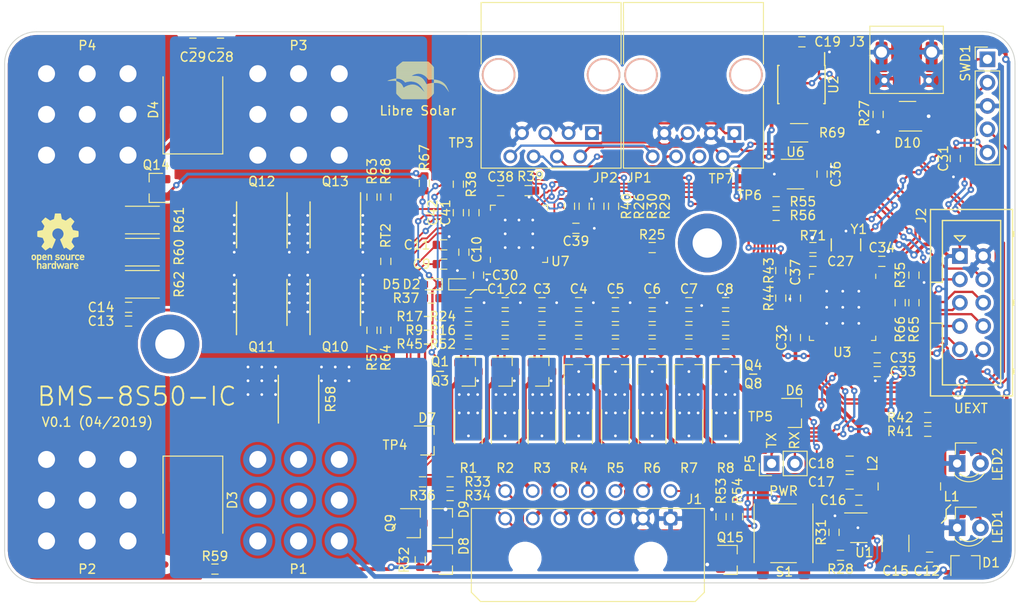
<source format=kicad_pcb>
(kicad_pcb (version 20171130) (host pcbnew 5.1.0)
  (layers (0 F.Cu signal) (31 B.Cu signal) (34 B.Paste user) (35 F.Paste user) (36 B.SilkS user hide) (37 F.SilkS user) (38 B.Mask user) (39 F.Mask user) (44 Edge.Cuts user))
  (net 0 "")
  (net 1 +3V3)
  (net 2 "Net-(C27-Pad1)")
  (net 3 /MCU/BOOT0)
  (net 4 /MCU/~RESET)
  (net 5 /MCU/I2C1_SCL)
  (net 6 /MCU/I2C1_SDA)
  (net 7 /MCU/SPI1_MISO)
  (net 8 /MCU/SPI1_MOSI)
  (net 9 /MCU/SPI1_SCK)
  (net 10 /MCU/SSEL)
  (net 11 "Net-(LED1-Pad2)")
  (net 12 "Net-(LED2-Pad2)")
  (net 13 /MCU/USART1_TX)
  (net 14 /MCU/USART1_RX)
  (net 15 /MCU/LED1)
  (net 16 /MCU/LED2)
  (net 17 /MCU/SWCLK)
  (net 18 /MCU/SWDIO)
  (net 19 "Net-(Q5-Pad3)")
  (net 20 "Net-(Q6-Pad3)")
  (net 21 "Net-(Q7-Pad3)")
  (net 22 GND)
  (net 23 /MCU/I2C2_SDA)
  (net 24 /MCU/I2C2_SCL)
  (net 25 "Net-(Q4-Pad3)")
  (net 26 "Net-(U7-Pad23)")
  (net 27 "Net-(U7-Pad30)")
  (net 28 "Net-(U7-Pad31)")
  (net 29 "Net-(U7-Pad32)")
  (net 30 "Net-(U7-Pad35)")
  (net 31 /ISL94202/VC8)
  (net 32 /ISL94202/CB8)
  (net 33 /ISL94202/VC7)
  (net 34 /ISL94202/CB7)
  (net 35 /ISL94202/VC6)
  (net 36 /ISL94202/CB6)
  (net 37 /ISL94202/VC5)
  (net 38 /ISL94202/CB5)
  (net 39 /ISL94202/VC4)
  (net 40 /ISL94202/CB4)
  (net 41 /ISL94202/VC3)
  (net 42 /ISL94202/CB3)
  (net 43 /ISL94202/VC2)
  (net 44 /ISL94202/CB2)
  (net 45 /ISL94202/VC1)
  (net 46 /ISL94202/CB1)
  (net 47 /ISL94202/VC0)
  (net 48 "Net-(Q9-Pad3)")
  (net 49 "Net-(Q7-Pad1)")
  (net 50 "Net-(Q6-Pad1)")
  (net 51 "Net-(Q5-Pad1)")
  (net 52 "Net-(Q4-Pad1)")
  (net 53 "Net-(Q3-Pad1)")
  (net 54 "Net-(Q2-Pad1)")
  (net 55 "Net-(Q1-Pad1)")
  (net 56 "Net-(C13-Pad2)")
  (net 57 "Net-(C28-Pad2)")
  (net 58 "Net-(C42-Pad2)")
  (net 59 "Net-(C41-Pad2)")
  (net 60 "Net-(C41-Pad1)")
  (net 61 "Net-(Q14-Pad1)")
  (net 62 "Net-(Q12-PadG)")
  (net 63 "Net-(Q10-PadG)")
  (net 64 "Net-(Q14-Pad3)")
  (net 65 "Net-(C39-Pad1)")
  (net 66 "Net-(R39-Pad1)")
  (net 67 "Net-(C30-Pad1)")
  (net 68 /ISL94202/XT2)
  (net 69 /ISL94202/TEMP0)
  (net 70 /MCU/CAN_TX)
  (net 71 /MCU/CAN_RX)
  (net 72 /MCU/CAN_STB)
  (net 73 /MCU/USB_DP)
  (net 74 /MCU/USB_DM)
  (net 75 /MCU/USART2_RX)
  (net 76 /MCU/USART2_TX)
  (net 77 /ISL94202/NTC_BAT)
  (net 78 /ISL94202/CHMON)
  (net 79 /ISL94202/VDD)
  (net 80 /MCU/USB_D+)
  (net 81 /MCU/USB_D-)
  (net 82 "Net-(D10-Pad5)")
  (net 83 "Net-(C16-Pad1)")
  (net 84 /ISL94202/CELL6+)
  (net 85 /ISL94202/CELL1+)
  (net 86 "Net-(Q8-Pad3)")
  (net 87 "Net-(D8-Pad2)")
  (net 88 /ISL94202/CELL1-)
  (net 89 "Net-(D9-Pad1)")
  (net 90 /ISL94202/CELL2+)
  (net 91 /ISL94202/CELL3+)
  (net 92 /ISL94202/CELL4+)
  (net 93 /ISL94202/CELL7+)
  (net 94 /ISL94202/CELL8+)
  (net 95 /ISL94202/CELL5+)
  (net 96 /MCU/CAN_H)
  (net 97 /MCU/CAN_L)
  (net 98 "Net-(J3-Pad4)")
  (net 99 /CAN_V+)
  (net 100 "Net-(JP1-Pad4)")
  (net 101 "Net-(JP1-Pad5)")
  (net 102 "Net-(JP1-Pad6)")
  (net 103 /ISL94202/CHG+)
  (net 104 "Net-(U2-Pad5)")
  (net 105 /ISL94202/BTN_2)
  (net 106 /ISL94202/BTN_1)
  (net 107 /ISL94202/BTN_SIGNAL)
  (net 108 /ISL94202/ALERT)
  (net 109 /ISL94202/DFET)
  (net 110 /ISL94202/PCFET)
  (net 111 /ISL94202/CFET)
  (net 112 /ISL94202/CSI2)
  (net 113 /BAT+)
  (net 114 /BAT-)
  (net 115 /V_EXT)
  (net 116 "/Power Supply/VIN")
  (net 117 "/Power Supply/SW")
  (net 118 "/Power Supply/FB")
  (net 119 "Net-(U3-Pad26)")
  (net 120 "Net-(U3-Pad19)")
  (net 121 "Net-(U3-Pad18)")
  (net 122 "Net-(U3-Pad17)")
  (net 123 "Net-(U3-Pad16)")
  (net 124 "Net-(U3-Pad14)")
  (net 125 "Net-(U3-Pad10)")
  (net 126 "Net-(U3-Pad4)")
  (net 127 "Net-(U3-Pad3)")
  (net 128 "Net-(U3-Pad11)")
  (net 129 "Net-(U3-Pad6)")
  (net 130 "Net-(U3-Pad5)")
  (net 131 "Net-(Q1-Pad3)")
  (net 132 "Net-(Q2-Pad3)")
  (net 133 "Net-(Q3-Pad3)")
  (net 134 +5V)
  (net 135 /EXT+)
  (net 136 /ISL94202/RGO)
  (net 137 "Net-(Q8-Pad1)")
  (net 138 "Net-(C12-Pad1)")
  (net 139 "/Power Supply/EN")
  (net 140 "Net-(D7-Pad2)")
  (net 141 "Net-(D7-Pad3)")
  (net 142 /MCU/I2C2_PULLUP)
  (module LibreSolar:C_0603_1608 (layer F.Cu) (at 193.2 117.2 180)
    (fp_text reference C12 (at 0.3 -1.5 180) (layer F.SilkS))
    (fp_text value 1u)
    (pad 2 smd roundrect (at 0.8 0 180) (size 0.8 0.9) (layers F.Cu F.Paste F.Mask) (roundrect_rratio 0.2) (net 22 GND))
    (pad 1 smd roundrect (at -0.8 0 180) (size 0.8 0.9) (layers F.Cu F.Paste F.Mask) (roundrect_rratio 0.2) (net 138 "Net-(C12-Pad1)"))
  )
  (module LibreSolar:TestPoint_1mm_pad (layer F.Cu) (at 174.8 100.4 180)
    (fp_text reference TP5 (at 0 -1.5 180) (layer F.SilkS))
    (fp_text value Regout)
    (pad 1 smd circle (at 0 0 180) (size 1 1) (layers F.Cu F.Paste F.Mask) (net 136 /ISL94202/RGO))
  )
  (module LibreSolar:TestPoint_1mm_pad (layer F.Cu) (at 135 106.5)
    (fp_text reference TP4 (at 0 -1.5) (layer F.SilkS))
    (fp_text value Bat+)
    (pad 1 smd circle (at 0 0) (size 1 1) (layers F.Cu F.Paste F.Mask) (net 113 /BAT+))
  )
  (module LibreSolar:TestPoint_1mm_pad (layer F.Cu) (at 140 72.1)
    (fp_text reference TP3 (at 2.2 0) (layer F.SilkS))
    (fp_text value Ext+)
    (pad 1 smd circle (at 0 0) (size 1 1) (layers F.Cu F.Paste F.Mask) (net 135 /EXT+))
  )
  (module LibreSolar:R_0603_1608 (layer F.Cu) (at 176.5 80)
    (fp_text reference R56 (at 2.9 0) (layer F.SilkS))
    (fp_text value 2.2k)
    (pad 2 smd roundrect (at 0.8 0) (size 0.8 0.9) (layers F.Cu F.Paste F.Mask) (roundrect_rratio 0.2) (net 142 /MCU/I2C2_PULLUP))
    (pad 1 smd roundrect (at -0.8 0) (size 0.8 0.9) (layers F.Cu F.Paste F.Mask) (roundrect_rratio 0.2) (net 23 /MCU/I2C2_SDA))
  )
  (module LibreSolar:R_0603_1608 (layer F.Cu) (at 176.5 78.5)
    (fp_text reference R55 (at 2.9 0) (layer F.SilkS))
    (fp_text value 2.2k)
    (pad 2 smd roundrect (at 0.8 0) (size 0.8 0.9) (layers F.Cu F.Paste F.Mask) (roundrect_rratio 0.2) (net 142 /MCU/I2C2_PULLUP))
    (pad 1 smd roundrect (at -0.8 0) (size 0.8 0.9) (layers F.Cu F.Paste F.Mask) (roundrect_rratio 0.2) (net 24 /MCU/I2C2_SCL))
  )
  (module LibreSolar:SOT-23 (layer F.Cu) (at 138.5 104.5)
    (fp_text reference D7 (at 0 -2.45) (layer F.SilkS))
    (fp_text value BAV70)
    (pad 1 smd roundrect (at -1.05 -0.95) (size 1 0.9) (layers F.Cu F.Paste F.Mask) (roundrect_rratio 0.2) (net 79 /ISL94202/VDD))
    (pad 2 smd roundrect (at -1.05 0.95) (size 1 0.9) (layers F.Cu F.Paste F.Mask) (roundrect_rratio 0.2) (net 140 "Net-(D7-Pad2)"))
    (pad 3 smd roundrect (at 1.05 0) (size 1 0.9) (layers F.Cu F.Paste F.Mask) (roundrect_rratio 0.2) (net 141 "Net-(D7-Pad3)"))
  )
  (module LibreSolar:SOT-23 (layer F.Cu) (at 178.5 101.5)
    (fp_text reference D6 (at 0 -2.45) (layer F.SilkS))
    (fp_text value BAV70)
    (pad 1 smd roundrect (at -1.05 -0.95) (size 1 0.9) (layers F.Cu F.Paste F.Mask) (roundrect_rratio 0.2) (net 136 /ISL94202/RGO))
    (pad 2 smd roundrect (at -1.05 0.95) (size 1 0.9) (layers F.Cu F.Paste F.Mask) (roundrect_rratio 0.2) (net 134 +5V))
    (pad 3 smd roundrect (at 1.05 0) (size 1 0.9) (layers F.Cu F.Paste F.Mask) (roundrect_rratio 0.2) (net 139 "/Power Supply/EN"))
  )
  (module LibreSolar:SOT-23 (layer F.Cu) (at 197.1 117.8 90)
    (fp_text reference D1 (at 0 2.8 180) (layer F.SilkS))
    (fp_text value BAV70)
    (pad 1 smd roundrect (at -1.05 -0.95 90) (size 1 0.9) (layers F.Cu F.Paste F.Mask) (roundrect_rratio 0.2) (net 113 /BAT+))
    (pad 2 smd roundrect (at -1.05 0.95 90) (size 1 0.9) (layers F.Cu F.Paste F.Mask) (roundrect_rratio 0.2) (net 134 +5V))
    (pad 3 smd roundrect (at 1.05 0 90) (size 1 0.9) (layers F.Cu F.Paste F.Mask) (roundrect_rratio 0.2) (net 138 "Net-(C12-Pad1)"))
  )
  (module LibreSolar:Wuerth_WP-THRBU_74650195 (layer F.Cu) (at 101.5 69)
    (fp_text reference P4 (at 0 -7.5) (layer F.SilkS))
    (fp_text value CONN_01X01)
    (pad 1 thru_hole circle (at -4.435 -4.435) (size 3.2 3.2) (drill 1.85) (layers *.Cu *.Mask F.Paste) (net 114 /BAT-))
    (pad 1 thru_hole circle (at 0 -4.435) (size 3.2 3.2) (drill 1.85) (layers *.Cu *.Mask F.Paste) (net 114 /BAT-))
    (pad 1 thru_hole circle (at 4.435 -4.435) (size 3.2 3.2) (drill 1.85) (layers *.Cu *.Mask F.Paste) (net 114 /BAT-))
    (pad 1 thru_hole circle (at 4.435 0) (size 3.2 3.2) (drill 1.85) (layers *.Cu *.Mask F.Paste) (net 114 /BAT-))
    (pad 1 thru_hole circle (at 0 0) (size 3.2 3.2) (drill 1.85) (layers *.Cu *.Mask F.Paste) (net 114 /BAT-))
    (pad 1 thru_hole circle (at -4.435 0) (size 3.2 3.2) (drill 1.85) (layers *.Cu *.Mask F.Paste) (net 114 /BAT-))
    (pad 1 thru_hole circle (at -4.435 4.435) (size 3.2 3.2) (drill 1.85) (layers *.Cu *.Mask F.Paste) (net 114 /BAT-))
    (pad 1 thru_hole circle (at 0 4.435) (size 3.2 3.2) (drill 1.85) (layers *.Cu *.Mask F.Paste) (net 114 /BAT-))
    (pad 1 thru_hole circle (at 4.435 4.435) (size 3.2 3.2) (drill 1.85) (layers *.Cu *.Mask F.Paste) (net 114 /BAT-))
  )
  (module LibreSolar:Wuerth_WP-THRBU_74650195 (layer F.Cu) (at 124.5 69)
    (fp_text reference P3 (at 0 -7.5) (layer F.SilkS))
    (fp_text value CONN_01X01)
    (pad 1 thru_hole circle (at -4.435 -4.435) (size 3.2 3.2) (drill 1.85) (layers *.Cu *.Mask F.Paste) (net 135 /EXT+))
    (pad 1 thru_hole circle (at 0 -4.435) (size 3.2 3.2) (drill 1.85) (layers *.Cu *.Mask F.Paste) (net 135 /EXT+))
    (pad 1 thru_hole circle (at 4.435 -4.435) (size 3.2 3.2) (drill 1.85) (layers *.Cu *.Mask F.Paste) (net 135 /EXT+))
    (pad 1 thru_hole circle (at 4.435 0) (size 3.2 3.2) (drill 1.85) (layers *.Cu *.Mask F.Paste) (net 135 /EXT+))
    (pad 1 thru_hole circle (at 0 0) (size 3.2 3.2) (drill 1.85) (layers *.Cu *.Mask F.Paste) (net 135 /EXT+))
    (pad 1 thru_hole circle (at -4.435 0) (size 3.2 3.2) (drill 1.85) (layers *.Cu *.Mask F.Paste) (net 135 /EXT+))
    (pad 1 thru_hole circle (at -4.435 4.435) (size 3.2 3.2) (drill 1.85) (layers *.Cu *.Mask F.Paste) (net 135 /EXT+))
    (pad 1 thru_hole circle (at 0 4.435) (size 3.2 3.2) (drill 1.85) (layers *.Cu *.Mask F.Paste) (net 135 /EXT+))
    (pad 1 thru_hole circle (at 4.435 4.435) (size 3.2 3.2) (drill 1.85) (layers *.Cu *.Mask F.Paste) (net 135 /EXT+))
  )
  (module LibreSolar:Wuerth_WP-THRBU_74650195 (layer F.Cu) (at 101.5 111 180)
    (fp_text reference P2 (at 0 -7.5 180) (layer F.SilkS))
    (fp_text value CONN_01X01)
    (pad 1 thru_hole circle (at -4.435 -4.435 180) (size 3.2 3.2) (drill 1.85) (layers *.Cu *.Mask F.Paste) (net 114 /BAT-))
    (pad 1 thru_hole circle (at 0 -4.435 180) (size 3.2 3.2) (drill 1.85) (layers *.Cu *.Mask F.Paste) (net 114 /BAT-))
    (pad 1 thru_hole circle (at 4.435 -4.435 180) (size 3.2 3.2) (drill 1.85) (layers *.Cu *.Mask F.Paste) (net 114 /BAT-))
    (pad 1 thru_hole circle (at 4.435 0 180) (size 3.2 3.2) (drill 1.85) (layers *.Cu *.Mask F.Paste) (net 114 /BAT-))
    (pad 1 thru_hole circle (at 0 0 180) (size 3.2 3.2) (drill 1.85) (layers *.Cu *.Mask F.Paste) (net 114 /BAT-))
    (pad 1 thru_hole circle (at -4.435 0 180) (size 3.2 3.2) (drill 1.85) (layers *.Cu *.Mask F.Paste) (net 114 /BAT-))
    (pad 1 thru_hole circle (at -4.435 4.435 180) (size 3.2 3.2) (drill 1.85) (layers *.Cu *.Mask F.Paste) (net 114 /BAT-))
    (pad 1 thru_hole circle (at 0 4.435 180) (size 3.2 3.2) (drill 1.85) (layers *.Cu *.Mask F.Paste) (net 114 /BAT-))
    (pad 1 thru_hole circle (at 4.435 4.435 180) (size 3.2 3.2) (drill 1.85) (layers *.Cu *.Mask F.Paste) (net 114 /BAT-))
  )
  (module LibreSolar:Wuerth_WP-THRBU_74650195 (layer F.Cu) (at 124.5 111 180)
    (fp_text reference P1 (at 0 -7.5 180) (layer F.SilkS))
    (fp_text value CONN_01X01)
    (pad 1 thru_hole circle (at -4.435 -4.435 180) (size 3.2 3.2) (drill 1.85) (layers *.Cu *.Mask F.Paste) (net 113 /BAT+))
    (pad 1 thru_hole circle (at 0 -4.435 180) (size 3.2 3.2) (drill 1.85) (layers *.Cu *.Mask F.Paste) (net 113 /BAT+))
    (pad 1 thru_hole circle (at 4.435 -4.435 180) (size 3.2 3.2) (drill 1.85) (layers *.Cu *.Mask F.Paste) (net 113 /BAT+))
    (pad 1 thru_hole circle (at 4.435 0 180) (size 3.2 3.2) (drill 1.85) (layers *.Cu *.Mask F.Paste) (net 113 /BAT+))
    (pad 1 thru_hole circle (at 0 0 180) (size 3.2 3.2) (drill 1.85) (layers *.Cu *.Mask F.Paste) (net 113 /BAT+))
    (pad 1 thru_hole circle (at -4.435 0 180) (size 3.2 3.2) (drill 1.85) (layers *.Cu *.Mask F.Paste) (net 113 /BAT+))
    (pad 1 thru_hole circle (at -4.435 4.435 180) (size 3.2 3.2) (drill 1.85) (layers *.Cu *.Mask F.Paste) (net 113 /BAT+))
    (pad 1 thru_hole circle (at 0 4.435 180) (size 3.2 3.2) (drill 1.85) (layers *.Cu *.Mask F.Paste) (net 113 /BAT+))
    (pad 1 thru_hole circle (at 4.435 4.435 180) (size 3.2 3.2) (drill 1.85) (layers *.Cu *.Mask F.Paste) (net 113 /BAT+))
  )
  (module MountingHole:MountingHole_3.2mm_M3_Pad (layer F.Cu) (at 110.5 94)
    (fp_text reference H1 hide)
    (fp_text value MountingHole)
    (pad 1 thru_hole circle (at 0 0) (size 6.4 6.4) (drill 3.2) (layers *.Cu *.Mask))
  )
  (module LibreSolar:R_0603_1608 (layer F.Cu) (at 115.4 118.5)
    (fp_text reference R59 (at 0 -1.4) (layer F.SilkS))
    (fp_text value 100)
    (pad 2 smd roundrect (at 0.8 0) (size 0.8 0.9) (layers F.Cu F.Paste F.Mask) (roundrect_rratio 0.2) (net 22 GND))
    (pad 1 smd roundrect (at -0.8 0) (size 0.8 0.9) (layers F.Cu F.Paste F.Mask) (roundrect_rratio 0.2) (net 114 /BAT-))
  )
  (module Diode_SMD:D_SOD-523 (layer F.Cu) (at 142 87.5)
    (fp_text reference D2 (at -5.2 0) (layer F.SilkS))
    (fp_text value PMEG6002)
    (pad 1 smd rect (at -0.7 0 180) (size 0.6 0.7) (layers F.Cu F.Paste F.Mask) (net 79 /ISL94202/VDD))
    (pad 2 smd rect (at 0.7 0 180) (size 0.6 0.7) (layers F.Cu F.Paste F.Mask) (net 67 "Net-(C30-Pad1)"))
  )
  (module LibreSolar:R_Shunt_2512 (layer F.Cu) (at 124.5 100 270)
    (fp_text reference R58 (at 0 -3.5 270) (layer F.SilkS))
    (fp_text value 1m)
    (pad 1 smd roundrect (at -2.6 0 270) (size 1.8 3.8) (layers F.Cu F.Paste F.Mask) (roundrect_rratio 0.2) (net 112 /ISL94202/CSI2))
    (pad 2 smd roundrect (at 2.6 0 270) (size 1.8 3.8) (layers F.Cu F.Paste F.Mask) (roundrect_rratio 0.2) (net 113 /BAT+))
  )
  (module Connector_PinHeader_2.54mm:PinHeader_1x05_P2.54mm_Vertical (layer F.Cu) (at 199.5 63)
    (fp_text reference SWD1 (at -2.4 0.4 90) (layer F.SilkS))
    (fp_text value ST_Nucleo_SWD_5p)
    (pad 5 thru_hole oval (at 0 10.16) (size 1.7 1.7) (drill 1) (layers *.Cu *.Mask) (net 4 /MCU/~RESET))
    (pad 4 thru_hole oval (at 0 7.62) (size 1.7 1.7) (drill 1) (layers *.Cu *.Mask) (net 18 /MCU/SWDIO))
    (pad 3 thru_hole oval (at 0 5.08) (size 1.7 1.7) (drill 1) (layers *.Cu *.Mask) (net 22 GND))
    (pad 2 thru_hole oval (at 0 2.54) (size 1.7 1.7) (drill 1) (layers *.Cu *.Mask) (net 17 /MCU/SWCLK))
    (pad 1 thru_hole rect (at 0 0) (size 1.7 1.7) (drill 1) (layers *.Cu *.Mask) (net 1 +3V3))
  )
  (module LibreSolar:TestPoint_1mm_pad (layer F.Cu) (at 172.5 76 180)
    (fp_text reference TP7 (at 2 0 180) (layer F.SilkS))
    (fp_text value SCL)
    (pad 1 smd circle (at 0 0 180) (size 1 1) (layers F.Cu F.Paste F.Mask) (net 24 /MCU/I2C2_SCL))
  )
  (module LibreSolar:TestPoint_1mm_pad (layer F.Cu) (at 174 76.5 180)
    (fp_text reference TP6 (at 0.4 -1.3 180) (layer F.SilkS))
    (fp_text value SDA)
    (pad 1 smd circle (at 0 0 180) (size 1 1) (layers F.Cu F.Paste F.Mask) (net 23 /MCU/I2C2_SDA))
  )
  (module LibreSolar:Resonator_Murata_CSTNE (layer F.Cu) (at 184.1 83.2)
    (fp_text reference Y1 (at 1.4 -1.7) (layer F.SilkS))
    (fp_text value 8MHz)
    (pad 1 smd roundrect (at -1.2 0) (size 0.4 1.9) (layers F.Cu F.Paste F.Mask) (roundrect_rratio 0.2) (net 129 "Net-(U3-Pad6)"))
    (pad 3 smd roundrect (at 1.2 0) (size 0.4 1.9) (layers F.Cu F.Paste F.Mask) (roundrect_rratio 0.2) (net 130 "Net-(U3-Pad5)"))
    (pad 2 smd roundrect (at 0 0) (size 0.4 1.9) (layers F.Cu F.Paste F.Mask) (roundrect_rratio 0.2) (net 22 GND))
  )
  (module Package_DFN_QFN:QFN-48-1EP_7x7mm_P0.5mm_EP5.6x5.6mm (layer F.Cu) (at 183.73 90 270)
    (fp_text reference U3 (at 4.9 0.03) (layer F.SilkS))
    (fp_text value STM32F072CBU6)
    (pad 48 smd roundrect (at -2.75 -3.4375 270) (size 0.25 0.875) (layers F.Cu F.Paste F.Mask) (net 1 +3V3))
    (pad 47 smd roundrect (at -2.25 -3.4375 270) (size 0.25 0.875) (layers F.Cu F.Paste F.Mask) (net 22 GND))
    (pad 46 smd roundrect (at -1.75 -3.4375 270) (size 0.25 0.875) (layers F.Cu F.Paste F.Mask) (net 70 /MCU/CAN_TX))
    (pad 45 smd roundrect (at -1.25 -3.4375 270) (size 0.25 0.875) (layers F.Cu F.Paste F.Mask) (net 71 /MCU/CAN_RX))
    (pad 44 smd roundrect (at -0.75 -3.4375 270) (size 0.25 0.875) (layers F.Cu F.Paste F.Mask) (net 3 /MCU/BOOT0))
    (pad 43 smd roundrect (at -0.25 -3.4375 270) (size 0.25 0.875) (layers F.Cu F.Paste F.Mask) (net 6 /MCU/I2C1_SDA))
    (pad 42 smd roundrect (at 0.25 -3.4375 270) (size 0.25 0.875) (layers F.Cu F.Paste F.Mask) (net 5 /MCU/I2C1_SCL))
    (pad 41 smd roundrect (at 0.75 -3.4375 270) (size 0.25 0.875) (layers F.Cu F.Paste F.Mask) (net 8 /MCU/SPI1_MOSI))
    (pad 40 smd roundrect (at 1.25 -3.4375 270) (size 0.25 0.875) (layers F.Cu F.Paste F.Mask) (net 7 /MCU/SPI1_MISO))
    (pad 39 smd roundrect (at 1.75 -3.4375 270) (size 0.25 0.875) (layers F.Cu F.Paste F.Mask) (net 9 /MCU/SPI1_SCK))
    (pad 38 smd roundrect (at 2.25 -3.4375 270) (size 0.25 0.875) (layers F.Cu F.Paste F.Mask) (net 10 /MCU/SSEL))
    (pad 37 smd roundrect (at 2.75 -3.4375 270) (size 0.25 0.875) (layers F.Cu F.Paste F.Mask) (net 17 /MCU/SWCLK))
    (pad 36 smd roundrect (at 3.4375 -2.75 270) (size 0.875 0.25) (layers F.Cu F.Paste F.Mask) (net 1 +3V3))
    (pad 35 smd roundrect (at 3.4375 -2.25 270) (size 0.875 0.25) (layers F.Cu F.Paste F.Mask) (net 22 GND))
    (pad 34 smd roundrect (at 3.4375 -1.75 270) (size 0.875 0.25) (layers F.Cu F.Paste F.Mask) (net 18 /MCU/SWDIO))
    (pad 33 smd roundrect (at 3.4375 -1.25 270) (size 0.875 0.25) (layers F.Cu F.Paste F.Mask) (net 73 /MCU/USB_DP))
    (pad 32 smd roundrect (at 3.4375 -0.75 270) (size 0.875 0.25) (layers F.Cu F.Paste F.Mask) (net 74 /MCU/USB_DM))
    (pad 31 smd roundrect (at 3.4375 -0.25 270) (size 0.875 0.25) (layers F.Cu F.Paste F.Mask) (net 14 /MCU/USART1_RX))
    (pad 30 smd roundrect (at 3.4375 0.25 270) (size 0.875 0.25) (layers F.Cu F.Paste F.Mask) (net 13 /MCU/USART1_TX))
    (pad 29 smd roundrect (at 3.4375 0.75 270) (size 0.875 0.25) (layers F.Cu F.Paste F.Mask) (net 107 /ISL94202/BTN_SIGNAL))
    (pad 28 smd roundrect (at 3.4375 1.25 270) (size 0.875 0.25) (layers F.Cu F.Paste F.Mask) (net 16 /MCU/LED2))
    (pad 27 smd roundrect (at 3.4375 1.75 270) (size 0.875 0.25) (layers F.Cu F.Paste F.Mask) (net 15 /MCU/LED1))
    (pad 26 smd roundrect (at 3.4375 2.25 270) (size 0.875 0.25) (layers F.Cu F.Paste F.Mask) (net 119 "Net-(U3-Pad26)"))
    (pad 25 smd roundrect (at 3.4375 2.75 270) (size 0.875 0.25) (layers F.Cu F.Paste F.Mask) (net 108 /ISL94202/ALERT))
    (pad 24 smd roundrect (at 2.75 3.4375 270) (size 0.25 0.875) (layers F.Cu F.Paste F.Mask) (net 1 +3V3))
    (pad 23 smd roundrect (at 2.25 3.4375 270) (size 0.25 0.875) (layers F.Cu F.Paste F.Mask) (net 22 GND))
    (pad 22 smd roundrect (at 1.75 3.4375 270) (size 0.25 0.875) (layers F.Cu F.Paste F.Mask) (net 23 /MCU/I2C2_SDA))
    (pad 21 smd roundrect (at 1.25 3.4375 270) (size 0.25 0.875) (layers F.Cu F.Paste F.Mask) (net 24 /MCU/I2C2_SCL))
    (pad 20 smd roundrect (at 0.75 3.4375 270) (size 0.25 0.875) (layers F.Cu F.Paste F.Mask) (net 142 /MCU/I2C2_PULLUP))
    (pad 19 smd roundrect (at 0.25 3.4375 270) (size 0.25 0.875) (layers F.Cu F.Paste F.Mask) (net 120 "Net-(U3-Pad19)"))
    (pad 18 smd roundrect (at -0.25 3.4375 270) (size 0.25 0.875) (layers F.Cu F.Paste F.Mask) (net 121 "Net-(U3-Pad18)"))
    (pad 17 smd roundrect (at -0.75 3.4375 270) (size 0.25 0.875) (layers F.Cu F.Paste F.Mask) (net 122 "Net-(U3-Pad17)"))
    (pad 16 smd roundrect (at -1.25 3.4375 270) (size 0.25 0.875) (layers F.Cu F.Paste F.Mask) (net 123 "Net-(U3-Pad16)"))
    (pad 15 smd roundrect (at -1.75 3.4375 270) (size 0.25 0.875) (layers F.Cu F.Paste F.Mask) (net 115 /V_EXT))
    (pad 14 smd roundrect (at -2.25 3.4375 270) (size 0.25 0.875) (layers F.Cu F.Paste F.Mask) (net 124 "Net-(U3-Pad14)"))
    (pad 13 smd roundrect (at -2.75 3.4375 270) (size 0.25 0.875) (layers F.Cu F.Paste F.Mask) (net 75 /MCU/USART2_RX))
    (pad 12 smd roundrect (at -3.4375 2.75 270) (size 0.875 0.25) (layers F.Cu F.Paste F.Mask) (net 76 /MCU/USART2_TX))
    (pad 11 smd roundrect (at -3.4375 2.25 270) (size 0.875 0.25) (layers F.Cu F.Paste F.Mask) (net 128 "Net-(U3-Pad11)"))
    (pad 10 smd roundrect (at -3.4375 1.75 270) (size 0.875 0.25) (layers F.Cu F.Paste F.Mask) (net 125 "Net-(U3-Pad10)"))
    (pad 9 smd roundrect (at -3.4375 1.25 270) (size 0.875 0.25) (layers F.Cu F.Paste F.Mask) (net 2 "Net-(C27-Pad1)"))
    (pad 8 smd roundrect (at -3.4375 0.75 270) (size 0.875 0.25) (layers F.Cu F.Paste F.Mask) (net 22 GND))
    (pad 7 smd roundrect (at -3.4375 0.25 270) (size 0.875 0.25) (layers F.Cu F.Paste F.Mask) (net 4 /MCU/~RESET))
    (pad 6 smd roundrect (at -3.4375 -0.25 270) (size 0.875 0.25) (layers F.Cu F.Paste F.Mask) (net 129 "Net-(U3-Pad6)"))
    (pad 5 smd roundrect (at -3.4375 -0.75 270) (size 0.875 0.25) (layers F.Cu F.Paste F.Mask) (net 130 "Net-(U3-Pad5)"))
    (pad 4 smd roundrect (at -3.4375 -1.25 270) (size 0.875 0.25) (layers F.Cu F.Paste F.Mask) (net 126 "Net-(U3-Pad4)"))
    (pad 3 smd roundrect (at -3.4375 -1.75 270) (size 0.875 0.25) (layers F.Cu F.Paste F.Mask) (net 127 "Net-(U3-Pad3)"))
    (pad 2 smd roundrect (at -3.4375 -2.25 270) (size 0.875 0.25) (layers F.Cu F.Paste F.Mask) (net 72 /MCU/CAN_STB))
    (pad 1 smd roundrect (at -3.4375 -2.75 270) (size 0.875 0.25) (layers F.Cu F.Paste F.Mask) (net 1 +3V3))
    (pad 49 smd roundrect (at 0 0 270) (size 5.6 5.6) (layers F.Cu F.Mask) (roundrect_rratio 0.044643) (net 22 GND))
  )
  (module LibreSolar:R_0603_1608 (layer F.Cu) (at 180.5 83.5)
    (fp_text reference R71 (at 0 -1.3) (layer F.SilkS))
    (fp_text value 100)
    (pad 2 smd roundrect (at 0.8 0) (size 0.8 0.9) (layers F.Cu F.Paste F.Mask) (roundrect_rratio 0.2) (net 1 +3V3))
    (pad 1 smd roundrect (at -0.8 0) (size 0.8 0.9) (layers F.Cu F.Paste F.Mask) (roundrect_rratio 0.2) (net 2 "Net-(C27-Pad1)"))
  )
  (module MountingHole:MountingHole_3.2mm_M3_Pad (layer F.Cu) (at 169 83)
    (fp_text reference H2 hide)
    (fp_text value MountingHole)
    (pad 1 thru_hole circle (at 0 0) (size 6.4 6.4) (drill 3.2) (layers *.Cu *.Mask))
  )
  (module LibreSolar:LED_0603_D3.0mm (layer F.Cu) (at 197.5 105.5)
    (fp_text reference LED2 (at 3.1 1.6 90) (layer F.SilkS))
    (fp_text value LED)
    (pad 1 smd roundrect (at -0.7875 0) (size 0.875 0.95) (layers F.Cu F.Paste F.Mask) (net 22 GND))
    (pad 2 smd roundrect (at 0.7875 0) (size 0.875 0.95) (layers F.Cu F.Paste F.Mask) (net 12 "Net-(LED2-Pad2)"))
    (pad 2 thru_hole circle (at 1.24 1.5) (size 1.8 1.8) (drill 0.9) (layers *.Cu *.Mask) (net 12 "Net-(LED2-Pad2)"))
    (pad 1 thru_hole rect (at -1.3 1.5) (size 1.8 1.8) (drill 0.9) (layers *.Cu *.Mask) (net 22 GND))
  )
  (module LibreSolar:LED_0603_D3.0mm (layer F.Cu) (at 197.5 112.5)
    (fp_text reference LED1 (at 3.1 1.4 90) (layer F.SilkS))
    (fp_text value LED)
    (pad 1 smd roundrect (at -0.7875 0) (size 0.875 0.95) (layers F.Cu F.Paste F.Mask) (net 22 GND))
    (pad 2 smd roundrect (at 0.7875 0) (size 0.875 0.95) (layers F.Cu F.Paste F.Mask) (net 11 "Net-(LED1-Pad2)"))
    (pad 2 thru_hole circle (at 1.24 1.5) (size 1.8 1.8) (drill 0.9) (layers *.Cu *.Mask) (net 11 "Net-(LED1-Pad2)"))
    (pad 1 thru_hole rect (at -1.3 1.5) (size 1.8 1.8) (drill 0.9) (layers *.Cu *.Mask) (net 22 GND))
  )
  (module LibreSolar:R_0603_1608 (layer F.Cu) (at 177 86 270)
    (fp_text reference R43 (at 0 1.3 270) (layer F.SilkS))
    (fp_text value 330k)
    (pad 2 smd roundrect (at 0.8 0 270) (size 0.8 0.9) (layers F.Cu F.Paste F.Mask) (roundrect_rratio 0.2) (net 115 /V_EXT))
    (pad 1 smd roundrect (at -0.8 0 270) (size 0.8 0.9) (layers F.Cu F.Paste F.Mask) (roundrect_rratio 0.2) (net 135 /EXT+))
  )
  (module LibreSolar:R_0603_1608 (layer F.Cu) (at 177 89 270)
    (fp_text reference R44 (at 0 1.3 270) (layer F.SilkS))
    (fp_text value 22k)
    (pad 2 smd roundrect (at 0.8 0 270) (size 0.8 0.9) (layers F.Cu F.Paste F.Mask) (roundrect_rratio 0.2) (net 22 GND))
    (pad 1 smd roundrect (at -0.8 0 270) (size 0.8 0.9) (layers F.Cu F.Paste F.Mask) (roundrect_rratio 0.2) (net 115 /V_EXT))
  )
  (module Connector_Molex:Molex_Micro-Fit_3.0_43045-1400_2x07_P3.00mm_Horizontal (layer F.Cu) (at 165 113 180)
    (fp_text reference J1 (at -2.6 2.1 180) (layer F.SilkS))
    (fp_text value Conn_01x10)
    (pad "" np_thru_hole circle (at 2.14 -4.32 180) (size 3 3) (drill 3) (layers *.Cu *.Mask))
    (pad "" np_thru_hole circle (at 15.84 -4.32 180) (size 3 3) (drill 3) (layers *.Cu *.Mask))
    (pad 1 thru_hole roundrect (at 0 0 180) (size 1.5 1.5) (drill 1.02) (layers *.Cu *.Mask) (roundrect_rratio 0.166667) (net 22 GND))
    (pad 2 thru_hole circle (at 3 0 180) (size 1.5 1.5) (drill 1.02) (layers *.Cu *.Mask) (net 22 GND))
    (pad 3 thru_hole circle (at 6 0 180) (size 1.5 1.5) (drill 1.02) (layers *.Cu *.Mask) (net 85 /ISL94202/CELL1+))
    (pad 4 thru_hole circle (at 9 0 180) (size 1.5 1.5) (drill 1.02) (layers *.Cu *.Mask) (net 91 /ISL94202/CELL3+))
    (pad 5 thru_hole circle (at 12 0 180) (size 1.5 1.5) (drill 1.02) (layers *.Cu *.Mask) (net 95 /ISL94202/CELL5+))
    (pad 6 thru_hole circle (at 15 0 180) (size 1.5 1.5) (drill 1.02) (layers *.Cu *.Mask) (net 93 /ISL94202/CELL7+))
    (pad 7 thru_hole circle (at 18 0 180) (size 1.5 1.5) (drill 1.02) (layers *.Cu *.Mask) (net 105 /ISL94202/BTN_2))
    (pad 8 thru_hole circle (at 0 3 180) (size 1.5 1.5) (drill 1.02) (layers *.Cu *.Mask) (net 77 /ISL94202/NTC_BAT))
    (pad 9 thru_hole circle (at 3 3 180) (size 1.5 1.5) (drill 1.02) (layers *.Cu *.Mask) (net 88 /ISL94202/CELL1-))
    (pad 10 thru_hole circle (at 6 3 180) (size 1.5 1.5) (drill 1.02) (layers *.Cu *.Mask) (net 90 /ISL94202/CELL2+))
    (pad 11 thru_hole circle (at 9 3 180) (size 1.5 1.5) (drill 1.02) (layers *.Cu *.Mask) (net 92 /ISL94202/CELL4+))
    (pad 12 thru_hole circle (at 12 3 180) (size 1.5 1.5) (drill 1.02) (layers *.Cu *.Mask) (net 84 /ISL94202/CELL6+))
    (pad 13 thru_hole circle (at 15 3 180) (size 1.5 1.5) (drill 1.02) (layers *.Cu *.Mask) (net 94 /ISL94202/CELL8+))
    (pad 14 thru_hole circle (at 18 3 180) (size 1.5 1.5) (drill 1.02) (layers *.Cu *.Mask) (net 106 /ISL94202/BTN_1))
  )
  (module LibreSolar:SW_SPST_6mm (layer F.Cu) (at 177.3 114.6 90)
    (fp_text reference S1 (at -4.2 0.1 180) (layer F.SilkS))
    (fp_text value SW_PUSH)
    (pad 1 smd roundrect (at 4 -2.25 90) (size 2 1.3) (layers F.Cu F.Paste F.Mask) (roundrect_rratio 0.2) (net 105 /ISL94202/BTN_2))
    (pad 1 smd roundrect (at -4 -2.25 90) (size 2 1.3) (layers F.Cu F.Paste F.Mask) (roundrect_rratio 0.2) (net 105 /ISL94202/BTN_2))
    (pad 2 smd roundrect (at -4 2.25 90) (size 2 1.3) (layers F.Cu F.Paste F.Mask) (roundrect_rratio 0.2) (net 106 /ISL94202/BTN_1))
    (pad 2 smd roundrect (at 4 2.25 90) (size 2 1.3) (layers F.Cu F.Paste F.Mask) (roundrect_rratio 0.2) (net 106 /ISL94202/BTN_1))
  )
  (module LibreSolar:USB_Micro-B_10103594-0001LF (layer F.Cu) (at 190.7 63.6 180)
    (fp_text reference J3 (at 5.4 2.5 180) (layer F.SilkS))
    (fp_text value USB_B_Micro)
    (pad 6 smd roundrect (at -3 -0.4 180) (size 1.85 0.8) (layers F.Cu F.Paste F.Mask) (roundrect_rratio 0.2) (net 22 GND))
    (pad 6 smd roundrect (at 3 -0.4 180) (size 1.85 0.8) (layers F.Cu F.Paste F.Mask) (roundrect_rratio 0.2) (net 22 GND))
    (pad 6 smd roundrect (at 2.725 1 270) (size 3.05 1.3) (layers F.Cu F.Paste F.Mask) (roundrect_rratio 0.2) (net 22 GND))
    (pad 6 smd roundrect (at -2.725 1 270) (size 3.05 1.3) (layers F.Cu F.Paste F.Mask) (roundrect_rratio 0.2) (net 22 GND))
    (pad 6 smd roundrect (at -2.9 -1.7 180) (size 2.1 1.4) (layers F.Cu F.Paste F.Mask) (roundrect_rratio 0.2) (net 22 GND))
    (pad 6 smd roundrect (at 2.9 -1.7 180) (size 2.1 1.4) (layers F.Cu F.Paste F.Mask) (roundrect_rratio 0.2) (net 22 GND))
    (pad 1 smd rect (at -1.3 -1.5 270) (size 1.65 0.4) (layers F.Cu F.Paste F.Mask) (net 134 +5V))
    (pad 2 smd rect (at -0.65 -1.5 270) (size 1.65 0.4) (layers F.Cu F.Paste F.Mask) (net 81 /MCU/USB_D-))
    (pad 3 smd rect (at 0 -1.5 270) (size 1.65 0.4) (layers F.Cu F.Paste F.Mask) (net 80 /MCU/USB_D+))
    (pad 4 smd rect (at 0.65 -1.5 270) (size 1.65 0.4) (layers F.Cu F.Paste F.Mask) (net 98 "Net-(J3-Pad4)"))
    (pad 5 smd rect (at 1.3 -1.5 270) (size 1.65 0.4) (layers F.Cu F.Paste F.Mask) (net 22 GND))
    (pad 6 thru_hole circle (at -2.42 -1.7 270) (size 1.1 1.1) (drill 0.65) (layers *.Cu *.Mask) (net 22 GND))
    (pad 6 thru_hole circle (at 2.42 -1.7 270) (size 1.1 1.1) (drill 0.65) (layers *.Cu *.Mask) (net 22 GND))
    (pad 6 thru_hole oval (at -2.73 1.38 270) (size 1.8 1.8) (drill 1.2) (layers *.Cu *.Mask) (net 22 GND))
    (pad 6 thru_hole oval (at 2.73 1.38 270) (size 1.8 1.8) (drill 1.2) (layers *.Cu *.Mask) (net 22 GND))
    (pad 6 smd roundrect (at -0.96 1.62 270) (size 2.5 1.43) (layers F.Cu F.Paste F.Mask) (net 22 GND))
    (pad 6 smd roundrect (at 0.96 1.62 270) (size 2.5 1.43) (layers F.Cu F.Paste F.Mask) (net 22 GND))
  )
  (module Diode_SMD:D_SOT-23_ANK (layer F.Cu) (at 140.5 117.5)
    (fp_text reference D8 (at 2 -1.5 90) (layer F.SilkS))
    (fp_text value 12V)
    (pad 1 smd rect (at 1 0) (size 0.9 0.8) (layers F.Cu F.Paste F.Mask) (net 141 "Net-(D7-Pad3)"))
    (pad "" smd rect (at -1 0.95) (size 0.9 0.8) (layers F.Cu F.Paste F.Mask))
    (pad 2 smd rect (at -1 -0.95) (size 0.9 0.8) (layers F.Cu F.Paste F.Mask) (net 87 "Net-(D8-Pad2)"))
  )
  (module Diode_SMD:D_SOT-23_ANK (layer F.Cu) (at 140.5 113.5)
    (fp_text reference D9 (at 2 -1.5 90) (layer F.SilkS))
    (fp_text value 12V)
    (pad 2 smd rect (at -1 -0.95) (size 0.9 0.8) (layers F.Cu F.Paste F.Mask) (net 22 GND))
    (pad "" smd rect (at -1 0.95) (size 0.9 0.8) (layers F.Cu F.Paste F.Mask))
    (pad 1 smd rect (at 1 0) (size 0.9 0.8) (layers F.Cu F.Paste F.Mask) (net 89 "Net-(D9-Pad1)"))
  )
  (module LibreSolar:SOIC-8_3.9x4.9mm_Pitch1.27mm (layer F.Cu) (at 179.25 65.75 270)
    (fp_text reference U2 (at 0 -3.5 270) (layer F.SilkS))
    (fp_text value TCAN334)
    (pad 1 smd roundrect (at -2.7 -1.905 270) (size 1.6 0.6) (layers F.Cu F.Paste F.Mask) (roundrect_rratio 0.2) (net 70 /MCU/CAN_TX))
    (pad 2 smd roundrect (at -2.7 -0.635 270) (size 1.6 0.6) (layers F.Cu F.Paste F.Mask) (roundrect_rratio 0.2) (net 22 GND))
    (pad 3 smd roundrect (at -2.7 0.635 270) (size 1.6 0.6) (layers F.Cu F.Paste F.Mask) (roundrect_rratio 0.2) (net 1 +3V3))
    (pad 4 smd roundrect (at -2.7 1.905 270) (size 1.6 0.6) (layers F.Cu F.Paste F.Mask) (roundrect_rratio 0.2) (net 71 /MCU/CAN_RX))
    (pad 5 smd roundrect (at 2.7 1.905 270) (size 1.6 0.6) (layers F.Cu F.Paste F.Mask) (roundrect_rratio 0.2) (net 104 "Net-(U2-Pad5)"))
    (pad 6 smd roundrect (at 2.7 0.635 270) (size 1.6 0.6) (layers F.Cu F.Paste F.Mask) (roundrect_rratio 0.2) (net 97 /MCU/CAN_L))
    (pad 7 smd roundrect (at 2.7 -0.635 270) (size 1.6 0.6) (layers F.Cu F.Paste F.Mask) (roundrect_rratio 0.2) (net 96 /MCU/CAN_H))
    (pad 8 smd roundrect (at 2.7 -1.905 270) (size 1.6 0.6) (layers F.Cu F.Paste F.Mask) (roundrect_rratio 0.2) (net 72 /MCU/CAN_STB))
  )
  (module LibreSolar:Bourns_SRN6045TA (layer F.Cu) (at 191 109.5 90)
    (fp_text reference L2 (at 2.5 -4 270) (layer F.SilkS))
    (fp_text value 47uH)
    (pad 2 smd roundrect (at 2.2 0 90) (size 2.1 6.1) (layers F.Cu F.Paste F.Mask) (roundrect_rratio 0.2) (net 1 +3V3))
    (pad 1 smd roundrect (at -2.2 0 90) (size 2.1 6.2) (layers F.Cu F.Paste F.Mask) (roundrect_rratio 0.2) (net 117 "/Power Supply/SW"))
  )
  (module LibreSolar:C_0603_1608 (layer F.Cu) (at 185.5 111)
    (fp_text reference C16 (at -2.8 0) (layer F.SilkS))
    (fp_text value 100n)
    (pad 2 smd roundrect (at 0.8 0) (size 0.8 0.9) (layers F.Cu F.Paste F.Mask) (roundrect_rratio 0.2) (net 117 "/Power Supply/SW"))
    (pad 1 smd roundrect (at -0.8 0) (size 0.8 0.9) (layers F.Cu F.Paste F.Mask) (roundrect_rratio 0.2) (net 83 "Net-(C16-Pad1)"))
  )
  (module LibreSolar:C_0603_1608 (layer F.Cu) (at 179.3 61.1)
    (fp_text reference C19 (at 2.8 0) (layer F.SilkS))
    (fp_text value 100n)
    (pad 1 smd roundrect (at -0.8 0) (size 0.8 0.9) (layers F.Cu F.Paste F.Mask) (roundrect_rratio 0.2) (net 1 +3V3))
    (pad 2 smd roundrect (at 0.8 0) (size 0.8 0.9) (layers F.Cu F.Paste F.Mask) (roundrect_rratio 0.2) (net 22 GND))
  )
  (module LibreSolar:C_0805_2012 (layer F.Cu) (at 184.5 107 180)
    (fp_text reference C18 (at 3.1 0 180) (layer F.SilkS))
    (fp_text value 10u)
    (pad 1 smd roundrect (at -1 0 180) (size 1.1 1.4) (layers F.Cu F.Paste F.Mask) (roundrect_rratio 0.2) (net 1 +3V3))
    (pad 2 smd roundrect (at 1 0 180) (size 1.1 1.4) (layers F.Cu F.Paste F.Mask) (roundrect_rratio 0.2) (net 22 GND))
  )
  (module LibreSolar:C_0805_2012 (layer F.Cu) (at 184.5 109 180)
    (fp_text reference C17 (at 3.1 0 180) (layer F.SilkS))
    (fp_text value 10u)
    (pad 2 smd roundrect (at 1 0 180) (size 1.1 1.4) (layers F.Cu F.Paste F.Mask) (roundrect_rratio 0.2) (net 22 GND))
    (pad 1 smd roundrect (at -1 0 180) (size 1.1 1.4) (layers F.Cu F.Paste F.Mask) (roundrect_rratio 0.2) (net 1 +3V3))
  )
  (module LibreSolar:C_1210_3225 (layer F.Cu) (at 189.5 115.7 270)
    (fp_text reference C15 (at 3 0) (layer F.SilkS))
    (fp_text value 4.7u)
    (pad 1 smd roundrect (at -1.5 0 270) (size 1.1 2.7) (layers F.Cu F.Paste F.Mask) (roundrect_rratio 0.2) (net 116 "/Power Supply/VIN"))
    (pad 2 smd roundrect (at 1.5 0 270) (size 1.1 2.7) (layers F.Cu F.Paste F.Mask) (roundrect_rratio 0.2) (net 22 GND))
  )
  (module LibreSolar:RJ45_8P8C (layer F.Cu) (at 167.5 68.5 180)
    (fp_text reference JP1 (at 5.9 -7.4 180) (layer F.SilkS))
    (fp_text value RJ45_NS)
    (pad "" np_thru_hole circle (at 5.715 3.81 180) (size 3.65 3.65) (drill 3.25) (layers *.Cu *.SilkS *.Mask))
    (pad "" np_thru_hole circle (at -5.715 3.81 180) (size 3.65 3.65) (drill 3.25) (layers *.Cu *.SilkS *.Mask))
    (pad 1 thru_hole rect (at -4.445 -2.54 180) (size 1.5 1.5) (drill 0.9) (layers *.Cu *.Mask) (net 96 /MCU/CAN_H))
    (pad 2 thru_hole circle (at -3.175 -5.08 180) (size 1.5 1.5) (drill 0.9) (layers *.Cu *.Mask) (net 97 /MCU/CAN_L))
    (pad 3 thru_hole circle (at -1.905 -2.54 180) (size 1.5 1.5) (drill 0.9) (layers *.Cu *.Mask) (net 22 GND))
    (pad 4 thru_hole circle (at -0.635 -5.08 180) (size 1.5 1.5) (drill 0.9) (layers *.Cu *.Mask) (net 100 "Net-(JP1-Pad4)"))
    (pad 5 thru_hole circle (at 0.635 -2.54 180) (size 1.5 1.5) (drill 0.9) (layers *.Cu *.Mask) (net 101 "Net-(JP1-Pad5)"))
    (pad 6 thru_hole circle (at 1.905 -5.08 180) (size 1.5 1.5) (drill 0.9) (layers *.Cu *.Mask) (net 102 "Net-(JP1-Pad6)"))
    (pad 7 thru_hole circle (at 3.175 -2.54 180) (size 1.5 1.5) (drill 0.9) (layers *.Cu *.Mask) (net 22 GND))
    (pad 8 thru_hole circle (at 4.445 -5.08 180) (size 1.5 1.5) (drill 0.9) (layers *.Cu *.Mask) (net 99 /CAN_V+))
  )
  (module LibreSolar:R_0603_1608 (layer F.Cu) (at 138 109)
    (fp_text reference R36 (at 0 1.5) (layer F.SilkS))
    (fp_text value 1k)
    (pad 2 smd roundrect (at 0.8 0) (size 0.8 0.9) (layers F.Cu F.Paste F.Mask) (roundrect_rratio 0.2) (net 48 "Net-(Q9-Pad3)"))
    (pad 1 smd roundrect (at -0.8 0) (size 0.8 0.9) (layers F.Cu F.Paste F.Mask) (roundrect_rratio 0.2) (net 78 /ISL94202/CHMON))
  )
  (module LibreSolar:R_0603_1608 (layer F.Cu) (at 170.5 112.8 270)
    (fp_text reference R53 (at -2.8 0 270) (layer F.SilkS))
    (fp_text value 1M)
    (pad 1 smd roundrect (at -0.8 0 270) (size 0.8 0.9) (layers F.Cu F.Paste F.Mask) (roundrect_rratio 0.2) (net 22 GND))
    (pad 2 smd roundrect (at 0.8 0 270) (size 0.8 0.9) (layers F.Cu F.Paste F.Mask) (roundrect_rratio 0.2) (net 89 "Net-(D9-Pad1)"))
  )
  (module LibreSolar:R_0603_1608 (layer F.Cu) (at 172.3 112.8 90)
    (fp_text reference R54 (at 2.8 0 90) (layer F.SilkS))
    (fp_text value 1k)
    (pad 2 smd roundrect (at 0.8 0 90) (size 0.8 0.9) (layers F.Cu F.Paste F.Mask) (roundrect_rratio 0.2) (net 1 +3V3))
    (pad 1 smd roundrect (at -0.8 0 90) (size 0.8 0.9) (layers F.Cu F.Paste F.Mask) (roundrect_rratio 0.2) (net 107 /ISL94202/BTN_SIGNAL))
  )
  (module LibreSolar:R_0603_1608 (layer F.Cu) (at 190 89.5 90)
    (fp_text reference R66 (at -2.9 0 90) (layer F.SilkS))
    (fp_text value 2.2k)
    (pad 1 smd roundrect (at -0.8 0 90) (size 0.8 0.9) (layers F.Cu F.Paste F.Mask) (roundrect_rratio 0.2) (net 6 /MCU/I2C1_SDA))
    (pad 2 smd roundrect (at 0.8 0 90) (size 0.8 0.9) (layers F.Cu F.Paste F.Mask) (roundrect_rratio 0.2) (net 1 +3V3))
  )
  (module LibreSolar:R_0603_1608 (layer F.Cu) (at 137.75 117.5 270)
    (fp_text reference R32 (at 0 1.75 270) (layer F.SilkS))
    (fp_text value 1M)
    (pad 2 smd roundrect (at 0.8 0 270) (size 0.8 0.9) (layers F.Cu F.Paste F.Mask) (roundrect_rratio 0.2) (net 141 "Net-(D7-Pad3)"))
    (pad 1 smd roundrect (at -0.8 0 270) (size 0.8 0.9) (layers F.Cu F.Paste F.Mask) (roundrect_rratio 0.2) (net 87 "Net-(D8-Pad2)"))
  )
  (module LibreSolar:R_0603_1608 (layer F.Cu) (at 191.5 89.5 90)
    (fp_text reference R65 (at -2.9 0 90) (layer F.SilkS))
    (fp_text value 2.2k)
    (pad 1 smd roundrect (at -0.8 0 90) (size 0.8 0.9) (layers F.Cu F.Paste F.Mask) (roundrect_rratio 0.2) (net 5 /MCU/I2C1_SCL))
    (pad 2 smd roundrect (at 0.8 0 90) (size 0.8 0.9) (layers F.Cu F.Paste F.Mask) (roundrect_rratio 0.2) (net 1 +3V3))
  )
  (module LibreSolar:R_1206_3216 (layer F.Cu) (at 179 71 180)
    (fp_text reference R69 (at -3.6 0 180) (layer F.SilkS))
    (fp_text value 120)
    (pad 1 smd roundrect (at -1.5 0 180) (size 1 1.8) (layers F.Cu F.Paste F.Mask) (roundrect_rratio 0.2) (net 96 /MCU/CAN_H))
    (pad 2 smd roundrect (at 1.5 0 180) (size 1 1.8) (layers F.Cu F.Paste F.Mask) (roundrect_rratio 0.2) (net 97 /MCU/CAN_L))
  )
  (module LibreSolar:SOT-23 (layer F.Cu) (at 171.5 117.5)
    (fp_text reference Q15 (at 0 -2.45) (layer F.SilkS))
    (fp_text value BSS138)
    (pad 1 smd roundrect (at -1.05 -0.95) (size 1 0.9) (layers F.Cu F.Paste F.Mask) (roundrect_rratio 0.2) (net 89 "Net-(D9-Pad1)"))
    (pad 2 smd roundrect (at -1.05 0.95) (size 1 0.9) (layers F.Cu F.Paste F.Mask) (roundrect_rratio 0.2) (net 22 GND))
    (pad 3 smd roundrect (at 1.05 0) (size 1 0.9) (layers F.Cu F.Paste F.Mask) (roundrect_rratio 0.2) (net 107 /ISL94202/BTN_SIGNAL))
  )
  (module LibreSolar:SOT-23 (layer F.Cu) (at 137 113.5)
    (fp_text reference Q9 (at -2.5 0 90) (layer F.SilkS))
    (fp_text value NDS0605)
    (pad 3 smd roundrect (at 1.05 0) (size 1 0.9) (layers F.Cu F.Paste F.Mask) (roundrect_rratio 0.2) (net 48 "Net-(Q9-Pad3)"))
    (pad 2 smd roundrect (at -1.05 0.95) (size 1 0.9) (layers F.Cu F.Paste F.Mask) (roundrect_rratio 0.2) (net 141 "Net-(D7-Pad3)"))
    (pad 1 smd roundrect (at -1.05 -0.95) (size 1 0.9) (layers F.Cu F.Paste F.Mask) (roundrect_rratio 0.2) (net 87 "Net-(D8-Pad2)"))
  )
  (module LibreSolar:SOT-23-6 (layer F.Cu) (at 185.5 114)
    (fp_text reference U1 (at 0.6 2.7) (layer F.SilkS))
    (fp_text value TPS560430X)
    (pad 5 smd roundrect (at 1.1 0) (size 1.1 0.65) (layers F.Cu F.Paste F.Mask) (roundrect_rratio 0.2) (net 116 "/Power Supply/VIN"))
    (pad 6 smd roundrect (at 1.1 -0.95) (size 1.1 0.65) (layers F.Cu F.Paste F.Mask) (roundrect_rratio 0.2) (net 117 "/Power Supply/SW"))
    (pad 4 smd roundrect (at 1.1 0.95) (size 1.1 0.65) (layers F.Cu F.Paste F.Mask) (roundrect_rratio 0.2) (net 139 "/Power Supply/EN"))
    (pad 3 smd roundrect (at -1.1 0.95) (size 1.1 0.65) (layers F.Cu F.Paste F.Mask) (roundrect_rratio 0.2) (net 118 "/Power Supply/FB"))
    (pad 2 smd roundrect (at -1.1 0) (size 1.1 0.65) (layers F.Cu F.Paste F.Mask) (roundrect_rratio 0.2) (net 22 GND))
    (pad 1 smd roundrect (at -1.1 -0.95) (size 1.1 0.65) (layers F.Cu F.Paste F.Mask) (roundrect_rratio 0.2) (net 83 "Net-(C16-Pad1)"))
  )
  (module LibreSolar:SOT-23-6 (layer F.Cu) (at 190.8 69.2 180)
    (fp_text reference D10 (at 0 -2.9 180) (layer F.SilkS))
    (fp_text value USBLC6-2SC6)
    (pad 1 smd roundrect (at -1.1 -0.95 180) (size 1.1 0.65) (layers F.Cu F.Paste F.Mask) (roundrect_rratio 0.2) (net 80 /MCU/USB_D+))
    (pad 2 smd roundrect (at -1.1 0 180) (size 1.1 0.65) (layers F.Cu F.Paste F.Mask) (roundrect_rratio 0.2) (net 22 GND))
    (pad 3 smd roundrect (at -1.1 0.95 180) (size 1.1 0.65) (layers F.Cu F.Paste F.Mask) (roundrect_rratio 0.2) (net 81 /MCU/USB_D-))
    (pad 4 smd roundrect (at 1.1 0.95 180) (size 1.1 0.65) (layers F.Cu F.Paste F.Mask) (roundrect_rratio 0.2) (net 74 /MCU/USB_DM))
    (pad 6 smd roundrect (at 1.1 -0.95 180) (size 1.1 0.65) (layers F.Cu F.Paste F.Mask) (roundrect_rratio 0.2) (net 73 /MCU/USB_DP))
    (pad 5 smd roundrect (at 1.1 0 180) (size 1.1 0.65) (layers F.Cu F.Paste F.Mask) (roundrect_rratio 0.2) (net 82 "Net-(D10-Pad5)"))
  )
  (module Diode_SMD:D_SOD-523 (layer F.Cu) (at 139 87.5 180)
    (fp_text reference D5 (at 4.4 0 180) (layer F.SilkS))
    (fp_text value PMEG6002)
    (pad 2 smd rect (at 0.7 0) (size 0.6 0.7) (layers F.Cu F.Paste F.Mask) (net 103 /ISL94202/CHG+))
    (pad 1 smd rect (at -0.7 0) (size 0.6 0.7) (layers F.Cu F.Paste F.Mask) (net 79 /ISL94202/VDD))
  )
  (module LibreSolar:C_0603_1608 (layer F.Cu) (at 144.1 86.5 270)
    (fp_text reference C30 (at 0 -2.9) (layer F.SilkS))
    (fp_text value 47n)
    (pad 1 smd roundrect (at -0.8 0 270) (size 0.8 0.9) (layers F.Cu F.Paste F.Mask) (roundrect_rratio 0.2) (net 67 "Net-(C30-Pad1)"))
    (pad 2 smd roundrect (at 0.8 0 270) (size 0.8 0.9) (layers F.Cu F.Paste F.Mask) (roundrect_rratio 0.2) (net 22 GND))
  )
  (module LibreSolar:C_0603_1608 (layer F.Cu) (at 154.7 81.4)
    (fp_text reference C39 (at 0 1.4) (layer F.SilkS))
    (fp_text value 100n)
    (pad 2 smd roundrect (at 0.8 0) (size 0.8 0.9) (layers F.Cu F.Paste F.Mask) (roundrect_rratio 0.2) (net 22 GND))
    (pad 1 smd roundrect (at -0.8 0) (size 0.8 0.9) (layers F.Cu F.Paste F.Mask) (roundrect_rratio 0.2) (net 65 "Net-(C39-Pad1)"))
  )
  (module LibreSolar:C_0603_1608 (layer F.Cu) (at 146.5 77.3)
    (fp_text reference C38 (at 0 -1.5) (layer F.SilkS))
    (fp_text value 100n)
    (pad 1 smd roundrect (at -0.8 0) (size 0.8 0.9) (layers F.Cu F.Paste F.Mask) (roundrect_rratio 0.2) (net 136 /ISL94202/RGO))
    (pad 2 smd roundrect (at 0.8 0) (size 0.8 0.9) (layers F.Cu F.Paste F.Mask) (roundrect_rratio 0.2) (net 22 GND))
  )
  (module LibreSolar:R_0603_1608 (layer F.Cu) (at 154 79 90)
    (fp_text reference R40 (at 0 6.2 90) (layer F.SilkS))
    (fp_text value 22k)
    (pad 1 smd roundrect (at -0.8 0 90) (size 0.8 0.9) (layers F.Cu F.Paste F.Mask) (roundrect_rratio 0.2) (net 68 /ISL94202/XT2))
    (pad 2 smd roundrect (at 0.8 0 90) (size 0.8 0.9) (layers F.Cu F.Paste F.Mask) (roundrect_rratio 0.2) (net 69 /ISL94202/TEMP0))
  )
  (module LibreSolar:R_0603_1608 (layer F.Cu) (at 149.5 77.3)
    (fp_text reference R39 (at 0.25 -1.55) (layer F.SilkS))
    (fp_text value 2.2k)
    (pad 2 smd roundrect (at 0.8 0) (size 0.8 0.9) (layers F.Cu F.Paste F.Mask) (roundrect_rratio 0.2) (net 22 GND))
    (pad 1 smd roundrect (at -0.8 0) (size 0.8 0.9) (layers F.Cu F.Paste F.Mask) (roundrect_rratio 0.2) (net 66 "Net-(R39-Pad1)"))
  )
  (module LibreSolar:R_0603_1608 (layer F.Cu) (at 141.9 76.6 270)
    (fp_text reference R38 (at 0 -1.4 270) (layer F.SilkS))
    (fp_text value 1k)
    (pad 1 smd roundrect (at -0.8 0 270) (size 0.8 0.9) (layers F.Cu F.Paste F.Mask) (roundrect_rratio 0.2) (net 135 /EXT+))
    (pad 2 smd roundrect (at 0.8 0 270) (size 0.8 0.9) (layers F.Cu F.Paste F.Mask) (roundrect_rratio 0.2) (net 78 /ISL94202/CHMON))
  )
  (module LibreSolar:R_0603_1608 (layer F.Cu) (at 139 89)
    (fp_text reference R37 (at -2.8 0) (layer F.SilkS))
    (fp_text value 100)
    (pad 2 smd roundrect (at 0.8 0) (size 0.8 0.9) (layers F.Cu F.Paste F.Mask) (roundrect_rratio 0.2) (net 67 "Net-(C30-Pad1)"))
    (pad 1 smd roundrect (at -0.8 0) (size 0.8 0.9) (layers F.Cu F.Paste F.Mask) (roundrect_rratio 0.2) (net 113 /BAT+))
  )
  (module LibreSolar:R_0603_1608 (layer F.Cu) (at 141 110.5)
    (fp_text reference R34 (at 3 0) (layer F.SilkS))
    (fp_text value 10k)
    (pad 1 smd roundrect (at -0.8 0) (size 0.8 0.9) (layers F.Cu F.Paste F.Mask) (roundrect_rratio 0.2) (net 89 "Net-(D9-Pad1)"))
    (pad 2 smd roundrect (at 0.8 0) (size 0.8 0.9) (layers F.Cu F.Paste F.Mask) (roundrect_rratio 0.2) (net 105 /ISL94202/BTN_2))
  )
  (module LibreSolar:R_0603_1608 (layer F.Cu) (at 141 109 180)
    (fp_text reference R33 (at -3 0 180) (layer F.SilkS))
    (fp_text value 10k)
    (pad 2 smd roundrect (at 0.8 0 180) (size 0.8 0.9) (layers F.Cu F.Paste F.Mask) (roundrect_rratio 0.2) (net 87 "Net-(D8-Pad2)"))
    (pad 1 smd roundrect (at -0.8 0 180) (size 0.8 0.9) (layers F.Cu F.Paste F.Mask) (roundrect_rratio 0.2) (net 106 /ISL94202/BTN_1))
  )
  (module LibreSolar:R_0603_1608 (layer F.Cu) (at 155.6 79 270)
    (fp_text reference R26 (at 0 -6 270) (layer F.SilkS))
    (fp_text value 10k)
    (pad 1 smd roundrect (at -0.8 0 270) (size 0.8 0.9) (layers F.Cu F.Paste F.Mask) (roundrect_rratio 0.2) (net 22 GND))
    (pad 2 smd roundrect (at 0.8 0 270) (size 0.8 0.9) (layers F.Cu F.Paste F.Mask) (roundrect_rratio 0.2) (net 68 /ISL94202/XT2))
  )
  (module LibreSolar:R_0603_1608 (layer F.Cu) (at 158.8 79 90)
    (fp_text reference R29 (at 0 5.6 90) (layer F.SilkS))
    (fp_text value 22k)
    (pad 2 smd roundrect (at 0.8 0 90) (size 0.8 0.9) (layers F.Cu F.Paste F.Mask) (roundrect_rratio 0.2) (net 69 /ISL94202/TEMP0))
    (pad 1 smd roundrect (at -0.8 0 90) (size 0.8 0.9) (layers F.Cu F.Paste F.Mask) (roundrect_rratio 0.2) (net 77 /ISL94202/NTC_BAT))
  )
  (module LibreSolar:R_0603_1608 (layer F.Cu) (at 157.2 79 270)
    (fp_text reference R30 (at 0 -5.8 270) (layer F.SilkS))
    (fp_text value 10k)
    (pad 1 smd roundrect (at -0.8 0 270) (size 0.8 0.9) (layers F.Cu F.Paste F.Mask) (roundrect_rratio 0.2) (net 22 GND))
    (pad 2 smd roundrect (at 0.8 0 270) (size 0.8 0.9) (layers F.Cu F.Paste F.Mask) (roundrect_rratio 0.2) (net 77 /ISL94202/NTC_BAT))
  )
  (module LibreSolar:RJ45_8P8C (layer F.Cu) (at 152 68.5 180)
    (fp_text reference JP2 (at -5.9 -7.4 180) (layer F.SilkS))
    (fp_text value RJ45_NS)
    (pad 8 thru_hole circle (at 4.445 -5.08 180) (size 1.5 1.5) (drill 0.9) (layers *.Cu *.Mask) (net 99 /CAN_V+))
    (pad 7 thru_hole circle (at 3.175 -2.54 180) (size 1.5 1.5) (drill 0.9) (layers *.Cu *.Mask) (net 22 GND))
    (pad 6 thru_hole circle (at 1.905 -5.08 180) (size 1.5 1.5) (drill 0.9) (layers *.Cu *.Mask) (net 102 "Net-(JP1-Pad6)"))
    (pad 5 thru_hole circle (at 0.635 -2.54 180) (size 1.5 1.5) (drill 0.9) (layers *.Cu *.Mask) (net 101 "Net-(JP1-Pad5)"))
    (pad 4 thru_hole circle (at -0.635 -5.08 180) (size 1.5 1.5) (drill 0.9) (layers *.Cu *.Mask) (net 100 "Net-(JP1-Pad4)"))
    (pad 3 thru_hole circle (at -1.905 -2.54 180) (size 1.5 1.5) (drill 0.9) (layers *.Cu *.Mask) (net 22 GND))
    (pad 2 thru_hole circle (at -3.175 -5.08 180) (size 1.5 1.5) (drill 0.9) (layers *.Cu *.Mask) (net 97 /MCU/CAN_L))
    (pad 1 thru_hole rect (at -4.445 -2.54 180) (size 1.5 1.5) (drill 0.9) (layers *.Cu *.Mask) (net 96 /MCU/CAN_H))
    (pad "" np_thru_hole circle (at -5.715 3.81 180) (size 3.65 3.65) (drill 3.25) (layers *.Cu *.SilkS *.Mask))
    (pad "" np_thru_hole circle (at 5.715 3.81 180) (size 3.65 3.65) (drill 3.25) (layers *.Cu *.SilkS *.Mask))
  )
  (module LibreSolar:Box_Header_2x05x2.54mm_Straight (layer F.Cu) (at 196.5 84.42 270)
    (fp_text reference J2 (at -4.42 4.2 90) (layer F.SilkS))
    (fp_text value UEXT)
    (pad 1 thru_hole rect (at 0 0 270) (size 1.7 1.7) (drill 1) (layers *.Cu *.Mask) (net 1 +3V3))
    (pad 2 thru_hole circle (at 0 -2.54 270) (size 1.7 1.7) (drill 1) (layers *.Cu *.Mask) (net 22 GND))
    (pad 3 thru_hole circle (at 2.54 0 270) (size 1.7 1.7) (drill 1) (layers *.Cu *.Mask) (net 76 /MCU/USART2_TX))
    (pad 4 thru_hole circle (at 2.54 -2.54 270) (size 1.7 1.7) (drill 1) (layers *.Cu *.Mask) (net 75 /MCU/USART2_RX))
    (pad 5 thru_hole circle (at 5.08 0 270) (size 1.7 1.7) (drill 1) (layers *.Cu *.Mask) (net 5 /MCU/I2C1_SCL))
    (pad 6 thru_hole circle (at 5.08 -2.54 270) (size 1.7 1.7) (drill 1) (layers *.Cu *.Mask) (net 6 /MCU/I2C1_SDA))
    (pad 7 thru_hole circle (at 7.62 0 270) (size 1.7 1.7) (drill 1) (layers *.Cu *.Mask) (net 7 /MCU/SPI1_MISO))
    (pad 8 thru_hole circle (at 7.62 -2.54 270) (size 1.7 1.7) (drill 1) (layers *.Cu *.Mask) (net 8 /MCU/SPI1_MOSI))
    (pad 9 thru_hole circle (at 10.16 0 270) (size 1.7 1.7) (drill 1) (layers *.Cu *.Mask) (net 9 /MCU/SPI1_SCK))
    (pad 10 thru_hole circle (at 10.16 -2.54 270) (size 1.7 1.7) (drill 1) (layers *.Cu *.Mask) (net 10 /MCU/SSEL))
  )
  (module LibreSolar:C_0603_1608 (layer F.Cu) (at 181.5 75.5 90)
    (fp_text reference C36 (at 0 1.5 90) (layer F.SilkS))
    (fp_text value 100n)
    (pad 1 smd roundrect (at -0.8 0 90) (size 0.8 0.9) (layers F.Cu F.Paste F.Mask) (roundrect_rratio 0.2) (net 1 +3V3))
    (pad 2 smd roundrect (at 0.8 0 90) (size 0.8 0.9) (layers F.Cu F.Paste F.Mask) (roundrect_rratio 0.2) (net 22 GND))
  )
  (module LibreSolar:SOT-23-5 (layer F.Cu) (at 178.6 75.5)
    (fp_text reference U6 (at 0 -2.4) (layer F.SilkS))
    (fp_text value 24AA32)
    (pad 1 smd roundrect (at -1.1 -0.95) (size 1.1 0.65) (layers F.Cu F.Paste F.Mask) (roundrect_rratio 0.2) (net 24 /MCU/I2C2_SCL))
    (pad 2 smd roundrect (at -1.1 0) (size 1.1 0.65) (layers F.Cu F.Paste F.Mask) (roundrect_rratio 0.2) (net 22 GND))
    (pad 3 smd roundrect (at -1.1 0.95) (size 1.1 0.65) (layers F.Cu F.Paste F.Mask) (roundrect_rratio 0.2) (net 23 /MCU/I2C2_SDA))
    (pad 4 smd roundrect (at 1.1 0.95) (size 1.1 0.65) (layers F.Cu F.Paste F.Mask) (roundrect_rratio 0.2) (net 1 +3V3))
    (pad 5 smd roundrect (at 1.1 -0.95) (size 1.1 0.65) (layers F.Cu F.Paste F.Mask) (roundrect_rratio 0.2) (net 22 GND))
  )
  (module LibreSolar:C_0603_1608 (layer F.Cu) (at 141.9 79.7 90)
    (fp_text reference C42 (at 0 -2.8 90) (layer F.SilkS))
    (fp_text value 4.7n)
    (pad 2 smd roundrect (at 0.8 0 90) (size 0.8 0.9) (layers F.Cu F.Paste F.Mask) (roundrect_rratio 0.2) (net 58 "Net-(C42-Pad2)"))
    (pad 1 smd roundrect (at -0.8 0 90) (size 0.8 0.9) (layers F.Cu F.Paste F.Mask) (roundrect_rratio 0.2) (net 79 /ISL94202/VDD))
  )
  (module LibreSolar:C_0603_1608 (layer F.Cu) (at 143.6 79.7 90)
    (fp_text reference C41 (at 0 -3.1 90) (layer F.SilkS))
    (fp_text value 4.7n)
    (pad 1 smd roundrect (at -0.8 0 90) (size 0.8 0.9) (layers F.Cu F.Paste F.Mask) (roundrect_rratio 0.2) (net 60 "Net-(C41-Pad1)"))
    (pad 2 smd roundrect (at 0.8 0 90) (size 0.8 0.9) (layers F.Cu F.Paste F.Mask) (roundrect_rratio 0.2) (net 59 "Net-(C41-Pad2)"))
  )
  (module LibreSolar:R_0603_1608 (layer F.Cu) (at 134 78 270)
    (fp_text reference R68 (at -2.8 0 270) (layer F.SilkS))
    (fp_text value 100)
    (pad 2 smd roundrect (at 0.8 0 270) (size 0.8 0.9) (layers F.Cu F.Paste F.Mask) (roundrect_rratio 0.2) (net 62 "Net-(Q12-PadG)"))
    (pad 1 smd roundrect (at -0.8 0 270) (size 0.8 0.9) (layers F.Cu F.Paste F.Mask) (roundrect_rratio 0.2) (net 109 /ISL94202/DFET))
  )
  (module LibreSolar:R_0603_1608 (layer F.Cu) (at 138.2 76.5 270)
    (fp_text reference R67 (at -2.8 0 270) (layer F.SilkS))
    (fp_text value 100)
    (pad 1 smd roundrect (at -0.8 0 270) (size 0.8 0.9) (layers F.Cu F.Paste F.Mask) (roundrect_rratio 0.2) (net 61 "Net-(Q14-Pad1)"))
    (pad 2 smd roundrect (at 0.8 0 270) (size 0.8 0.9) (layers F.Cu F.Paste F.Mask) (roundrect_rratio 0.2) (net 110 /ISL94202/PCFET))
  )
  (module LibreSolar:5X6_MOSFET (layer F.Cu) (at 120.505 80.525 180)
    (fp_text reference Q12 (at 0.005 4.225) (layer F.SilkS))
    (fp_text value BSC016N06NS hide)
    (pad D smd rect (at -1.15 -0.3 270) (size 0.6 0.9) (layers F.Cu F.Paste) (net 103 /ISL94202/CHG+))
    (pad D smd rect (at -1.15 0.55 270) (size 0.6 0.9) (layers F.Cu F.Paste) (net 103 /ISL94202/CHG+))
    (pad D smd rect (at -1.15 -1.15 270) (size 0.6 0.9) (layers F.Cu F.Paste) (net 103 /ISL94202/CHG+))
    (pad D smd rect (at 1.15 -0.3 270) (size 0.6 0.9) (layers F.Cu F.Paste) (net 103 /ISL94202/CHG+))
    (pad D smd rect (at 1.15 0.55 270) (size 0.6 0.9) (layers F.Cu F.Paste) (net 103 /ISL94202/CHG+))
    (pad D smd rect (at 1.15 -1.15 270) (size 0.6 0.9) (layers F.Cu F.Paste) (net 103 /ISL94202/CHG+))
    (pad D smd rect (at 0 -1.15 270) (size 0.6 0.9) (layers F.Cu F.Paste) (net 103 /ISL94202/CHG+))
    (pad D smd rect (at 0 0.55 270) (size 0.6 0.9) (layers F.Cu F.Paste) (net 103 /ISL94202/CHG+))
    (pad D smd rect (at -1.875 -3 180) (size 0.6 0.9) (layers F.Cu F.Paste) (net 103 /ISL94202/CHG+))
    (pad D smd rect (at 1.875 -3 180) (size 0.6 0.9) (layers F.Cu F.Paste) (net 103 /ISL94202/CHG+))
    (pad D smd rect (at -0.6 -3 180) (size 0.6 0.9) (layers F.Cu F.Paste) (net 103 /ISL94202/CHG+))
    (pad S smd rect (at -0.635 2.725 180) (size 0.7 1.15) (layers F.Cu F.Paste F.Mask) (net 135 /EXT+))
    (pad S smd rect (at -1.905 2.725 180) (size 0.7 1.15) (layers F.Cu F.Paste F.Mask) (net 135 /EXT+))
    (pad S smd rect (at 0.635 2.725 180) (size 0.7 1.15) (layers F.Cu F.Paste F.Mask) (net 135 /EXT+))
    (pad D smd rect (at 0 -2.75 180) (size 4.7 1.55) (layers F.Cu F.Mask) (net 103 /ISL94202/CHG+))
    (pad D smd rect (at 0 -0.45 180) (size 4.2 3.1) (layers F.Cu F.Mask) (net 103 /ISL94202/CHG+))
    (pad G smd rect (at 1.905 2.725 180) (size 0.7 1.15) (layers F.Cu F.Paste F.Mask) (net 62 "Net-(Q12-PadG)"))
    (pad D smd rect (at 0.6 -3 180) (size 0.6 0.9) (layers F.Cu F.Paste) (net 103 /ISL94202/CHG+))
    (pad D smd rect (at 0 -0.3 270) (size 0.6 0.9) (layers F.Cu F.Paste) (net 103 /ISL94202/CHG+))
  )
  (module LibreSolar:5X6_MOSFET (layer F.Cu) (at 128.505 80.525 180)
    (fp_text reference Q13 (at 0.005 4.225) (layer F.SilkS))
    (fp_text value BSC016N06NS hide)
    (pad D smd rect (at 0 -0.3 270) (size 0.6 0.9) (layers F.Cu F.Paste) (net 103 /ISL94202/CHG+))
    (pad D smd rect (at 0.6 -3 180) (size 0.6 0.9) (layers F.Cu F.Paste) (net 103 /ISL94202/CHG+))
    (pad G smd rect (at 1.905 2.725 180) (size 0.7 1.15) (layers F.Cu F.Paste F.Mask) (net 62 "Net-(Q12-PadG)"))
    (pad D smd rect (at 0 -0.45 180) (size 4.2 3.1) (layers F.Cu F.Mask) (net 103 /ISL94202/CHG+))
    (pad D smd rect (at 0 -2.75 180) (size 4.7 1.55) (layers F.Cu F.Mask) (net 103 /ISL94202/CHG+))
    (pad S smd rect (at 0.635 2.725 180) (size 0.7 1.15) (layers F.Cu F.Paste F.Mask) (net 135 /EXT+))
    (pad S smd rect (at -1.905 2.725 180) (size 0.7 1.15) (layers F.Cu F.Paste F.Mask) (net 135 /EXT+))
    (pad S smd rect (at -0.635 2.725 180) (size 0.7 1.15) (layers F.Cu F.Paste F.Mask) (net 135 /EXT+))
    (pad D smd rect (at -0.6 -3 180) (size 0.6 0.9) (layers F.Cu F.Paste) (net 103 /ISL94202/CHG+))
    (pad D smd rect (at 1.875 -3 180) (size 0.6 0.9) (layers F.Cu F.Paste) (net 103 /ISL94202/CHG+))
    (pad D smd rect (at -1.875 -3 180) (size 0.6 0.9) (layers F.Cu F.Paste) (net 103 /ISL94202/CHG+))
    (pad D smd rect (at 0 0.55 270) (size 0.6 0.9) (layers F.Cu F.Paste) (net 103 /ISL94202/CHG+))
    (pad D smd rect (at 0 -1.15 270) (size 0.6 0.9) (layers F.Cu F.Paste) (net 103 /ISL94202/CHG+))
    (pad D smd rect (at 1.15 -1.15 270) (size 0.6 0.9) (layers F.Cu F.Paste) (net 103 /ISL94202/CHG+))
    (pad D smd rect (at 1.15 0.55 270) (size 0.6 0.9) (layers F.Cu F.Paste) (net 103 /ISL94202/CHG+))
    (pad D smd rect (at 1.15 -0.3 270) (size 0.6 0.9) (layers F.Cu F.Paste) (net 103 /ISL94202/CHG+))
    (pad D smd rect (at -1.15 -1.15 270) (size 0.6 0.9) (layers F.Cu F.Paste) (net 103 /ISL94202/CHG+))
    (pad D smd rect (at -1.15 0.55 270) (size 0.6 0.9) (layers F.Cu F.Paste) (net 103 /ISL94202/CHG+))
    (pad D smd rect (at -1.15 -0.3 270) (size 0.6 0.9) (layers F.Cu F.Paste) (net 103 /ISL94202/CHG+))
  )
  (module LibreSolar:5X6_MOSFET (layer F.Cu) (at 128.5 89.975)
    (fp_text reference Q10 (at 0 4.325 180) (layer F.SilkS))
    (fp_text value BSC016N06NS hide)
    (pad D smd rect (at -1.15 -0.3 90) (size 0.6 0.9) (layers F.Cu F.Paste) (net 103 /ISL94202/CHG+))
    (pad D smd rect (at -1.15 0.55 90) (size 0.6 0.9) (layers F.Cu F.Paste) (net 103 /ISL94202/CHG+))
    (pad D smd rect (at -1.15 -1.15 90) (size 0.6 0.9) (layers F.Cu F.Paste) (net 103 /ISL94202/CHG+))
    (pad D smd rect (at 1.15 -0.3 90) (size 0.6 0.9) (layers F.Cu F.Paste) (net 103 /ISL94202/CHG+))
    (pad D smd rect (at 1.15 0.55 90) (size 0.6 0.9) (layers F.Cu F.Paste) (net 103 /ISL94202/CHG+))
    (pad D smd rect (at 1.15 -1.15 90) (size 0.6 0.9) (layers F.Cu F.Paste) (net 103 /ISL94202/CHG+))
    (pad D smd rect (at 0 -1.15 90) (size 0.6 0.9) (layers F.Cu F.Paste) (net 103 /ISL94202/CHG+))
    (pad D smd rect (at 0 0.55 90) (size 0.6 0.9) (layers F.Cu F.Paste) (net 103 /ISL94202/CHG+))
    (pad D smd rect (at -1.875 -3) (size 0.6 0.9) (layers F.Cu F.Paste) (net 103 /ISL94202/CHG+))
    (pad D smd rect (at 1.875 -3) (size 0.6 0.9) (layers F.Cu F.Paste) (net 103 /ISL94202/CHG+))
    (pad D smd rect (at -0.6 -3) (size 0.6 0.9) (layers F.Cu F.Paste) (net 103 /ISL94202/CHG+))
    (pad S smd rect (at -0.635 2.725) (size 0.7 1.15) (layers F.Cu F.Paste F.Mask) (net 112 /ISL94202/CSI2))
    (pad S smd rect (at -1.905 2.725) (size 0.7 1.15) (layers F.Cu F.Paste F.Mask) (net 112 /ISL94202/CSI2))
    (pad S smd rect (at 0.635 2.725) (size 0.7 1.15) (layers F.Cu F.Paste F.Mask) (net 112 /ISL94202/CSI2))
    (pad D smd rect (at 0 -2.75) (size 4.7 1.55) (layers F.Cu F.Mask) (net 103 /ISL94202/CHG+))
    (pad D smd rect (at 0 -0.45) (size 4.2 3.1) (layers F.Cu F.Mask) (net 103 /ISL94202/CHG+))
    (pad G smd rect (at 1.905 2.725) (size 0.7 1.15) (layers F.Cu F.Paste F.Mask) (net 63 "Net-(Q10-PadG)"))
    (pad D smd rect (at 0.6 -3) (size 0.6 0.9) (layers F.Cu F.Paste) (net 103 /ISL94202/CHG+))
    (pad D smd rect (at 0 -0.3 90) (size 0.6 0.9) (layers F.Cu F.Paste) (net 103 /ISL94202/CHG+))
  )
  (module LibreSolar:5X6_MOSFET (layer F.Cu) (at 120.495 89.975)
    (fp_text reference Q11 (at 0.005 4.325 180) (layer F.SilkS))
    (fp_text value BSC016N06NS hide)
    (pad D smd rect (at 0 -0.3 90) (size 0.6 0.9) (layers F.Cu F.Paste) (net 103 /ISL94202/CHG+))
    (pad D smd rect (at 0.6 -3) (size 0.6 0.9) (layers F.Cu F.Paste) (net 103 /ISL94202/CHG+))
    (pad G smd rect (at 1.905 2.725) (size 0.7 1.15) (layers F.Cu F.Paste F.Mask) (net 63 "Net-(Q10-PadG)"))
    (pad D smd rect (at 0 -0.45) (size 4.2 3.1) (layers F.Cu F.Mask) (net 103 /ISL94202/CHG+))
    (pad D smd rect (at 0 -2.75) (size 4.7 1.55) (layers F.Cu F.Mask) (net 103 /ISL94202/CHG+))
    (pad S smd rect (at 0.635 2.725) (size 0.7 1.15) (layers F.Cu F.Paste F.Mask) (net 112 /ISL94202/CSI2))
    (pad S smd rect (at -1.905 2.725) (size 0.7 1.15) (layers F.Cu F.Paste F.Mask) (net 112 /ISL94202/CSI2))
    (pad S smd rect (at -0.635 2.725) (size 0.7 1.15) (layers F.Cu F.Paste F.Mask) (net 112 /ISL94202/CSI2))
    (pad D smd rect (at -0.6 -3) (size 0.6 0.9) (layers F.Cu F.Paste) (net 103 /ISL94202/CHG+))
    (pad D smd rect (at 1.875 -3) (size 0.6 0.9) (layers F.Cu F.Paste) (net 103 /ISL94202/CHG+))
    (pad D smd rect (at -1.875 -3) (size 0.6 0.9) (layers F.Cu F.Paste) (net 103 /ISL94202/CHG+))
    (pad D smd rect (at 0 0.55 90) (size 0.6 0.9) (layers F.Cu F.Paste) (net 103 /ISL94202/CHG+))
    (pad D smd rect (at 0 -1.15 90) (size 0.6 0.9) (layers F.Cu F.Paste) (net 103 /ISL94202/CHG+))
    (pad D smd rect (at 1.15 -1.15 90) (size 0.6 0.9) (layers F.Cu F.Paste) (net 103 /ISL94202/CHG+))
    (pad D smd rect (at 1.15 0.55 90) (size 0.6 0.9) (layers F.Cu F.Paste) (net 103 /ISL94202/CHG+))
    (pad D smd rect (at 1.15 -0.3 90) (size 0.6 0.9) (layers F.Cu F.Paste) (net 103 /ISL94202/CHG+))
    (pad D smd rect (at -1.15 -1.15 90) (size 0.6 0.9) (layers F.Cu F.Paste) (net 103 /ISL94202/CHG+))
    (pad D smd rect (at -1.15 0.55 90) (size 0.6 0.9) (layers F.Cu F.Paste) (net 103 /ISL94202/CHG+))
    (pad D smd rect (at -1.15 -0.3 90) (size 0.6 0.9) (layers F.Cu F.Paste) (net 103 /ISL94202/CHG+))
  )
  (module LibreSolar:C_0603_1608 (layer F.Cu) (at 106 90)
    (fp_text reference C14 (at -3 0) (layer F.SilkS))
    (fp_text value 100n)
    (pad 2 smd roundrect (at 0.8 0) (size 0.8 0.9) (layers F.Cu F.Paste F.Mask) (roundrect_rratio 0.2) (net 135 /EXT+))
    (pad 1 smd roundrect (at -0.8 0) (size 0.8 0.9) (layers F.Cu F.Paste F.Mask) (roundrect_rratio 0.2) (net 56 "Net-(C13-Pad2)"))
  )
  (module LibreSolar:C_0603_1608 (layer F.Cu) (at 116 61.25 180)
    (fp_text reference C28 (at 0 -1.5 180) (layer F.SilkS))
    (fp_text value 100n)
    (pad 1 smd roundrect (at -0.8 0 180) (size 0.8 0.9) (layers F.Cu F.Paste F.Mask) (roundrect_rratio 0.2) (net 135 /EXT+))
    (pad 2 smd roundrect (at 0.8 0 180) (size 0.8 0.9) (layers F.Cu F.Paste F.Mask) (roundrect_rratio 0.2) (net 57 "Net-(C28-Pad2)"))
  )
  (module LibreSolar:C_0603_1608 (layer F.Cu) (at 113 61.25 180)
    (fp_text reference C29 (at 0 -1.5 180) (layer F.SilkS))
    (fp_text value 100n)
    (pad 2 smd roundrect (at 0.8 0 180) (size 0.8 0.9) (layers F.Cu F.Paste F.Mask) (roundrect_rratio 0.2) (net 114 /BAT-))
    (pad 1 smd roundrect (at -0.8 0 180) (size 0.8 0.9) (layers F.Cu F.Paste F.Mask) (roundrect_rratio 0.2) (net 57 "Net-(C28-Pad2)"))
  )
  (module LibreSolar:C_0603_1608 (layer F.Cu) (at 106 91.5 180)
    (fp_text reference C13 (at 3 0 180) (layer F.SilkS))
    (fp_text value 100n)
    (pad 1 smd roundrect (at -0.8 0 180) (size 0.8 0.9) (layers F.Cu F.Paste F.Mask) (roundrect_rratio 0.2) (net 112 /ISL94202/CSI2))
    (pad 2 smd roundrect (at 0.8 0 180) (size 0.8 0.9) (layers F.Cu F.Paste F.Mask) (roundrect_rratio 0.2) (net 56 "Net-(C13-Pad2)"))
  )
  (module LibreSolar:D_SMC (layer F.Cu) (at 113 111 270)
    (fp_text reference D3 (at 0 -4.3 270) (layer F.SilkS))
    (fp_text value SMCJ36A)
    (pad 2 smd roundrect (at 3.4 0) (size 3.3 2.5) (layers F.Cu F.Paste F.Mask) (roundrect_rratio 0.2) (net 114 /BAT-))
    (pad 1 smd roundrect (at -3.4 0) (size 3.3 2.5) (layers F.Cu F.Paste F.Mask) (roundrect_rratio 0.2) (net 113 /BAT+))
  )
  (module LibreSolar:D_SMC (layer F.Cu) (at 113 68.5 90)
    (fp_text reference D4 (at 0 -4.3 90) (layer F.SilkS))
    (fp_text value SMCJ36A)
    (pad 1 smd roundrect (at -3.4 0 180) (size 3.3 2.5) (layers F.Cu F.Paste F.Mask) (roundrect_rratio 0.2) (net 135 /EXT+))
    (pad 2 smd roundrect (at 3.4 0 180) (size 3.3 2.5) (layers F.Cu F.Paste F.Mask) (roundrect_rratio 0.2) (net 114 /BAT-))
  )
  (module LibreSolar:R_0603_1608 (layer F.Cu) (at 134 92.5 270)
    (fp_text reference R64 (at 3 0 270) (layer F.SilkS))
    (fp_text value 100)
    (pad 2 smd roundrect (at 0.8 0 270) (size 0.8 0.9) (layers F.Cu F.Paste F.Mask) (roundrect_rratio 0.2) (net 111 /ISL94202/CFET))
    (pad 1 smd roundrect (at -0.8 0 270) (size 0.8 0.9) (layers F.Cu F.Paste F.Mask) (roundrect_rratio 0.2) (net 63 "Net-(Q10-PadG)"))
  )
  (module LibreSolar:R_0603_1608 (layer F.Cu) (at 132.5 78 270)
    (fp_text reference R63 (at -2.8 0 270) (layer F.SilkS))
    (fp_text value 1M)
    (pad 1 smd roundrect (at -0.8 0 270) (size 0.8 0.9) (layers F.Cu F.Paste F.Mask) (roundrect_rratio 0.2) (net 135 /EXT+))
    (pad 2 smd roundrect (at 0.8 0 270) (size 0.8 0.9) (layers F.Cu F.Paste F.Mask) (roundrect_rratio 0.2) (net 62 "Net-(Q12-PadG)"))
  )
  (module LibreSolar:R_0603_1608 (layer F.Cu) (at 134 85 270)
    (fp_text reference RT2 (at -2.8 0 270) (layer F.SilkS))
    (fp_text value 10k)
    (pad 2 smd roundrect (at 0.8 0 270) (size 0.8 0.9) (layers F.Cu F.Paste F.Mask) (roundrect_rratio 0.2) (net 22 GND))
    (pad 1 smd roundrect (at -0.8 0 270) (size 0.8 0.9) (layers F.Cu F.Paste F.Mask) (roundrect_rratio 0.2) (net 68 /ISL94202/XT2))
  )
  (module LibreSolar:R_0603_1608 (layer F.Cu) (at 132.5 92.5 270)
    (fp_text reference R57 (at 3 0 270) (layer F.SilkS))
    (fp_text value 1M)
    (pad 1 smd roundrect (at -0.8 0 270) (size 0.8 0.9) (layers F.Cu F.Paste F.Mask) (roundrect_rratio 0.2) (net 63 "Net-(Q10-PadG)"))
    (pad 2 smd roundrect (at 0.8 0 270) (size 0.8 0.9) (layers F.Cu F.Paste F.Mask) (roundrect_rratio 0.2) (net 112 /ISL94202/CSI2))
  )
  (module LibreSolar:R_2010_5025 (layer F.Cu) (at 107.5 84)
    (fp_text reference R60 (at 4 0 90) (layer F.SilkS))
    (fp_text value 330)
    (pad 1 smd roundrect (at -2.5 0) (size 1.2 2.8) (layers F.Cu F.Paste F.Mask) (roundrect_rratio 0.2) (net 64 "Net-(Q14-Pad3)"))
    (pad 2 smd roundrect (at 2.5 0) (size 1.2 2.8) (layers F.Cu F.Paste F.Mask) (roundrect_rratio 0.2) (net 103 /ISL94202/CHG+))
  )
  (module LibreSolar:R_2010_5025 (layer F.Cu) (at 107.5 80.5)
    (fp_text reference R61 (at 4 0 90) (layer F.SilkS))
    (fp_text value 330)
    (pad 2 smd roundrect (at 2.5 0) (size 1.2 2.8) (layers F.Cu F.Paste F.Mask) (roundrect_rratio 0.2) (net 103 /ISL94202/CHG+))
    (pad 1 smd roundrect (at -2.5 0) (size 1.2 2.8) (layers F.Cu F.Paste F.Mask) (roundrect_rratio 0.2) (net 64 "Net-(Q14-Pad3)"))
  )
  (module LibreSolar:R_2010_5025 (layer F.Cu) (at 107.5 87.5)
    (fp_text reference R62 (at 4 0 90) (layer F.SilkS))
    (fp_text value 330)
    (pad 1 smd roundrect (at -2.5 0) (size 1.2 2.8) (layers F.Cu F.Paste F.Mask) (roundrect_rratio 0.2) (net 64 "Net-(Q14-Pad3)"))
    (pad 2 smd roundrect (at 2.5 0) (size 1.2 2.8) (layers F.Cu F.Paste F.Mask) (roundrect_rratio 0.2) (net 103 /ISL94202/CHG+))
  )
  (module LibreSolar:SOT-23 (layer F.Cu) (at 109 77 180)
    (fp_text reference Q14 (at 0 2.5 180) (layer F.SilkS))
    (fp_text value BSS138)
    (pad 3 smd roundrect (at 1.05 0 180) (size 1 0.9) (layers F.Cu F.Paste F.Mask) (roundrect_rratio 0.2) (net 64 "Net-(Q14-Pad3)"))
    (pad 2 smd roundrect (at -1.05 0.95 180) (size 1 0.9) (layers F.Cu F.Paste F.Mask) (roundrect_rratio 0.2) (net 135 /EXT+))
    (pad 1 smd roundrect (at -1.05 -0.95 180) (size 1 0.9) (layers F.Cu F.Paste F.Mask) (roundrect_rratio 0.2) (net 61 "Net-(Q14-Pad1)"))
  )
  (module LibreSolar:C_0603_1608 (layer F.Cu) (at 167 89.5)
    (fp_text reference C7 (at 0 -1.5) (layer F.SilkS))
    (fp_text value 47n)
    (pad 2 smd roundrect (at 0.8 0) (size 0.8 0.9) (layers F.Cu F.Paste F.Mask) (roundrect_rratio 0.2) (net 22 GND))
    (pad 1 smd roundrect (at -0.8 0) (size 0.8 0.9) (layers F.Cu F.Paste F.Mask) (roundrect_rratio 0.2) (net 43 /ISL94202/VC2))
  )
  (module LibreSolar:C_0603_1608 (layer F.Cu) (at 143 89.5)
    (fp_text reference C1 (at 3 -1.5) (layer F.SilkS))
    (fp_text value 47n)
    (pad 1 smd roundrect (at -0.8 0) (size 0.8 0.9) (layers F.Cu F.Paste F.Mask) (roundrect_rratio 0.2) (net 31 /ISL94202/VC8))
    (pad 2 smd roundrect (at 0.8 0) (size 0.8 0.9) (layers F.Cu F.Paste F.Mask) (roundrect_rratio 0.2) (net 22 GND))
  )
  (module LibreSolar:C_0603_1608 (layer F.Cu) (at 140.3 83.2)
    (fp_text reference C11 (at -2.9 0) (layer F.SilkS))
    (fp_text value 1u)
    (pad 1 smd roundrect (at -0.8 0) (size 0.8 0.9) (layers F.Cu F.Paste F.Mask) (roundrect_rratio 0.2) (net 112 /ISL94202/CSI2))
    (pad 2 smd roundrect (at 0.8 0) (size 0.8 0.9) (layers F.Cu F.Paste F.Mask) (roundrect_rratio 0.2) (net 22 GND))
  )
  (module LibreSolar:C_0603_1608 (layer F.Cu) (at 142.5 84 90)
    (fp_text reference C10 (at 0.3 1.4 90) (layer F.SilkS))
    (fp_text value 10n)
    (pad 2 smd roundrect (at 0.8 0 90) (size 0.8 0.9) (layers F.Cu F.Paste F.Mask) (roundrect_rratio 0.2) (net 112 /ISL94202/CSI2))
    (pad 1 smd roundrect (at -0.8 0 90) (size 0.8 0.9) (layers F.Cu F.Paste F.Mask) (roundrect_rratio 0.2) (net 113 /BAT+))
  )
  (module LibreSolar:C_0603_1608 (layer F.Cu) (at 171 89.5)
    (fp_text reference C8 (at -0.1 -1.5) (layer F.SilkS))
    (fp_text value 47n)
    (pad 1 smd roundrect (at -0.8 0) (size 0.8 0.9) (layers F.Cu F.Paste F.Mask) (roundrect_rratio 0.2) (net 45 /ISL94202/VC1))
    (pad 2 smd roundrect (at 0.8 0) (size 0.8 0.9) (layers F.Cu F.Paste F.Mask) (roundrect_rratio 0.2) (net 22 GND))
  )
  (module LibreSolar:C_0603_1608 (layer F.Cu) (at 163 89.5)
    (fp_text reference C6 (at 0 -1.5) (layer F.SilkS))
    (fp_text value 47n)
    (pad 2 smd roundrect (at 0.8 0) (size 0.8 0.9) (layers F.Cu F.Paste F.Mask) (roundrect_rratio 0.2) (net 22 GND))
    (pad 1 smd roundrect (at -0.8 0) (size 0.8 0.9) (layers F.Cu F.Paste F.Mask) (roundrect_rratio 0.2) (net 41 /ISL94202/VC3))
  )
  (module LibreSolar:C_0603_1608 (layer F.Cu) (at 159 89.5)
    (fp_text reference C5 (at 0 -1.5) (layer F.SilkS))
    (fp_text value 47n)
    (pad 1 smd roundrect (at -0.8 0) (size 0.8 0.9) (layers F.Cu F.Paste F.Mask) (roundrect_rratio 0.2) (net 39 /ISL94202/VC4))
    (pad 2 smd roundrect (at 0.8 0) (size 0.8 0.9) (layers F.Cu F.Paste F.Mask) (roundrect_rratio 0.2) (net 22 GND))
  )
  (module LibreSolar:C_0603_1608 (layer F.Cu) (at 155 89.5)
    (fp_text reference C4 (at 0 -1.5) (layer F.SilkS))
    (fp_text value 47n)
    (pad 2 smd roundrect (at 0.8 0) (size 0.8 0.9) (layers F.Cu F.Paste F.Mask) (roundrect_rratio 0.2) (net 22 GND))
    (pad 1 smd roundrect (at -0.8 0) (size 0.8 0.9) (layers F.Cu F.Paste F.Mask) (roundrect_rratio 0.2) (net 37 /ISL94202/VC5))
  )
  (module LibreSolar:C_0603_1608 (layer F.Cu) (at 147 89.5)
    (fp_text reference C2 (at 1.4 -1.5) (layer F.SilkS))
    (fp_text value 47n)
    (pad 1 smd roundrect (at -0.8 0) (size 0.8 0.9) (layers F.Cu F.Paste F.Mask) (roundrect_rratio 0.2) (net 33 /ISL94202/VC7))
    (pad 2 smd roundrect (at 0.8 0) (size 0.8 0.9) (layers F.Cu F.Paste F.Mask) (roundrect_rratio 0.2) (net 22 GND))
  )
  (module LibreSolar:C_0603_1608 (layer F.Cu) (at 151 89.5)
    (fp_text reference C3 (at 0 -1.5) (layer F.SilkS))
    (fp_text value 47n)
    (pad 2 smd roundrect (at 0.8 0) (size 0.8 0.9) (layers F.Cu F.Paste F.Mask) (roundrect_rratio 0.2) (net 22 GND))
    (pad 1 smd roundrect (at -0.8 0) (size 0.8 0.9) (layers F.Cu F.Paste F.Mask) (roundrect_rratio 0.2) (net 35 /ISL94202/VC6))
  )
  (module LibreSolar:C_0603_1608 (layer F.Cu) (at 140.3 85.3)
    (fp_text reference C9 (at -2.4 0) (layer F.SilkS))
    (fp_text value 1u)
    (pad 1 smd roundrect (at -0.8 0) (size 0.8 0.9) (layers F.Cu F.Paste F.Mask) (roundrect_rratio 0.2) (net 113 /BAT+))
    (pad 2 smd roundrect (at 0.8 0) (size 0.8 0.9) (layers F.Cu F.Paste F.Mask) (roundrect_rratio 0.2) (net 22 GND))
  )
  (module LibreSolar:R_0603_1608 (layer F.Cu) (at 159 92.5 180)
    (fp_text reference R13 hide)
    (fp_text value 330k)
    (pad 1 smd roundrect (at -0.8 0 180) (size 0.8 0.9) (layers F.Cu F.Paste F.Mask) (roundrect_rratio 0.2) (net 91 /ISL94202/CELL3+))
    (pad 2 smd roundrect (at 0.8 0 180) (size 0.8 0.9) (layers F.Cu F.Paste F.Mask) (roundrect_rratio 0.2) (net 51 "Net-(Q5-Pad1)"))
  )
  (module LibreSolar:R_0603_1608 (layer F.Cu) (at 159 94 180)
    (fp_text reference R49 hide)
    (fp_text value 10k)
    (pad 2 smd roundrect (at 0.8 0 180) (size 0.8 0.9) (layers F.Cu F.Paste F.Mask) (roundrect_rratio 0.2) (net 51 "Net-(Q5-Pad1)"))
    (pad 1 smd roundrect (at -0.8 0 180) (size 0.8 0.9) (layers F.Cu F.Paste F.Mask) (roundrect_rratio 0.2) (net 40 /ISL94202/CB4))
  )
  (module LibreSolar:R_0603_1608 (layer F.Cu) (at 163 94 180)
    (fp_text reference R50 hide)
    (fp_text value 10k)
    (pad 1 smd roundrect (at -0.8 0 180) (size 0.8 0.9) (layers F.Cu F.Paste F.Mask) (roundrect_rratio 0.2) (net 42 /ISL94202/CB3))
    (pad 2 smd roundrect (at 0.8 0 180) (size 0.8 0.9) (layers F.Cu F.Paste F.Mask) (roundrect_rratio 0.2) (net 50 "Net-(Q6-Pad1)"))
  )
  (module LibreSolar:R_0603_1608 (layer F.Cu) (at 167 94 180)
    (fp_text reference R51 hide)
    (fp_text value 10k)
    (pad 2 smd roundrect (at 0.8 0 180) (size 0.8 0.9) (layers F.Cu F.Paste F.Mask) (roundrect_rratio 0.2) (net 49 "Net-(Q7-Pad1)"))
    (pad 1 smd roundrect (at -0.8 0 180) (size 0.8 0.9) (layers F.Cu F.Paste F.Mask) (roundrect_rratio 0.2) (net 44 /ISL94202/CB2))
  )
  (module LibreSolar:R_0603_1608 (layer F.Cu) (at 171 94 180)
    (fp_text reference R52 (at 30.8 0 180) (layer F.SilkS))
    (fp_text value 10k)
    (pad 1 smd roundrect (at -0.8 0 180) (size 0.8 0.9) (layers F.Cu F.Paste F.Mask) (roundrect_rratio 0.2) (net 46 /ISL94202/CB1))
    (pad 2 smd roundrect (at 0.8 0 180) (size 0.8 0.9) (layers F.Cu F.Paste F.Mask) (roundrect_rratio 0.2) (net 137 "Net-(Q8-Pad1)"))
  )
  (module LibreSolar:R_0603_1608 (layer F.Cu) (at 155 92.5 180)
    (fp_text reference R12 hide)
    (fp_text value 330k)
    (pad 1 smd roundrect (at -0.8 0 180) (size 0.8 0.9) (layers F.Cu F.Paste F.Mask) (roundrect_rratio 0.2) (net 92 /ISL94202/CELL4+))
    (pad 2 smd roundrect (at 0.8 0 180) (size 0.8 0.9) (layers F.Cu F.Paste F.Mask) (roundrect_rratio 0.2) (net 52 "Net-(Q4-Pad1)"))
  )
  (module LibreSolar:R_0603_1608 (layer F.Cu) (at 151 92.5)
    (fp_text reference R11 hide)
    (fp_text value 330k)
    (pad 2 smd roundrect (at 0.8 0) (size 0.8 0.9) (layers F.Cu F.Paste F.Mask) (roundrect_rratio 0.2) (net 84 /ISL94202/CELL6+))
    (pad 1 smd roundrect (at -0.8 0) (size 0.8 0.9) (layers F.Cu F.Paste F.Mask) (roundrect_rratio 0.2) (net 53 "Net-(Q3-Pad1)"))
  )
  (module LibreSolar:R_0603_1608 (layer F.Cu) (at 147 92.5)
    (fp_text reference R10 hide)
    (fp_text value 330k)
    (pad 1 smd roundrect (at -0.8 0) (size 0.8 0.9) (layers F.Cu F.Paste F.Mask) (roundrect_rratio 0.2) (net 54 "Net-(Q2-Pad1)"))
    (pad 2 smd roundrect (at 0.8 0) (size 0.8 0.9) (layers F.Cu F.Paste F.Mask) (roundrect_rratio 0.2) (net 93 /ISL94202/CELL7+))
  )
  (module LibreSolar:R_0603_1608 (layer F.Cu) (at 155 94 180)
    (fp_text reference R48 hide)
    (fp_text value 10k)
    (pad 1 smd roundrect (at -0.8 0 180) (size 0.8 0.9) (layers F.Cu F.Paste F.Mask) (roundrect_rratio 0.2) (net 38 /ISL94202/CB5))
    (pad 2 smd roundrect (at 0.8 0 180) (size 0.8 0.9) (layers F.Cu F.Paste F.Mask) (roundrect_rratio 0.2) (net 52 "Net-(Q4-Pad1)"))
  )
  (module LibreSolar:R_0603_1608 (layer F.Cu) (at 143 94 180)
    (fp_text reference R45 (at 6.4 0 180) (layer F.SilkS))
    (fp_text value 10k)
    (pad 2 smd roundrect (at 0.8 0 180) (size 0.8 0.9) (layers F.Cu F.Paste F.Mask) (roundrect_rratio 0.2) (net 55 "Net-(Q1-Pad1)"))
    (pad 1 smd roundrect (at -0.8 0 180) (size 0.8 0.9) (layers F.Cu F.Paste F.Mask) (roundrect_rratio 0.2) (net 32 /ISL94202/CB8))
  )
  (module LibreSolar:R_0603_1608 (layer F.Cu) (at 171 92.5 180)
    (fp_text reference R16 (at 30.8 0 180) (layer F.SilkS))
    (fp_text value 330k)
    (pad 1 smd roundrect (at -0.8 0 180) (size 0.8 0.9) (layers F.Cu F.Paste F.Mask) (roundrect_rratio 0.2) (net 88 /ISL94202/CELL1-))
    (pad 2 smd roundrect (at 0.8 0 180) (size 0.8 0.9) (layers F.Cu F.Paste F.Mask) (roundrect_rratio 0.2) (net 137 "Net-(Q8-Pad1)"))
  )
  (module LibreSolar:R_0603_1608 (layer F.Cu) (at 143 91)
    (fp_text reference R17 (at -6.4 0) (layer F.SilkS))
    (fp_text value 1k)
    (pad 2 smd roundrect (at 0.8 0) (size 0.8 0.9) (layers F.Cu F.Paste F.Mask) (roundrect_rratio 0.2) (net 94 /ISL94202/CELL8+))
    (pad 1 smd roundrect (at -0.8 0) (size 0.8 0.9) (layers F.Cu F.Paste F.Mask) (roundrect_rratio 0.2) (net 31 /ISL94202/VC8))
  )
  (module LibreSolar:R_0603_1608 (layer F.Cu) (at 143 92.5)
    (fp_text reference R9 (at -5.9 0) (layer F.SilkS))
    (fp_text value 330k)
    (pad 1 smd roundrect (at -0.8 0) (size 0.8 0.9) (layers F.Cu F.Paste F.Mask) (roundrect_rratio 0.2) (net 55 "Net-(Q1-Pad1)"))
    (pad 2 smd roundrect (at 0.8 0) (size 0.8 0.9) (layers F.Cu F.Paste F.Mask) (roundrect_rratio 0.2) (net 94 /ISL94202/CELL8+))
  )
  (module LibreSolar:R_0603_1608 (layer F.Cu) (at 151 91)
    (fp_text reference R19 hide)
    (fp_text value 1k)
    (pad 2 smd roundrect (at 0.8 0) (size 0.8 0.9) (layers F.Cu F.Paste F.Mask) (roundrect_rratio 0.2) (net 84 /ISL94202/CELL6+))
    (pad 1 smd roundrect (at -0.8 0) (size 0.8 0.9) (layers F.Cu F.Paste F.Mask) (roundrect_rratio 0.2) (net 35 /ISL94202/VC6))
  )
  (module LibreSolar:R_0603_1608 (layer F.Cu) (at 155 91 180)
    (fp_text reference R20 hide)
    (fp_text value 1k)
    (pad 1 smd roundrect (at -0.8 0 180) (size 0.8 0.9) (layers F.Cu F.Paste F.Mask) (roundrect_rratio 0.2) (net 37 /ISL94202/VC5))
    (pad 2 smd roundrect (at 0.8 0 180) (size 0.8 0.9) (layers F.Cu F.Paste F.Mask) (roundrect_rratio 0.2) (net 95 /ISL94202/CELL5+))
  )
  (module LibreSolar:R_0603_1608 (layer F.Cu) (at 159 91 180)
    (fp_text reference R21 hide)
    (fp_text value 1k)
    (pad 2 smd roundrect (at 0.8 0 180) (size 0.8 0.9) (layers F.Cu F.Paste F.Mask) (roundrect_rratio 0.2) (net 92 /ISL94202/CELL4+))
    (pad 1 smd roundrect (at -0.8 0 180) (size 0.8 0.9) (layers F.Cu F.Paste F.Mask) (roundrect_rratio 0.2) (net 39 /ISL94202/VC4))
  )
  (module LibreSolar:R_0603_1608 (layer F.Cu) (at 163 91 180)
    (fp_text reference R22 hide)
    (fp_text value 1k)
    (pad 1 smd roundrect (at -0.8 0 180) (size 0.8 0.9) (layers F.Cu F.Paste F.Mask) (roundrect_rratio 0.2) (net 41 /ISL94202/VC3))
    (pad 2 smd roundrect (at 0.8 0 180) (size 0.8 0.9) (layers F.Cu F.Paste F.Mask) (roundrect_rratio 0.2) (net 91 /ISL94202/CELL3+))
  )
  (module LibreSolar:R_0603_1608 (layer F.Cu) (at 167 91 180)
    (fp_text reference R23 hide)
    (fp_text value 1k)
    (pad 2 smd roundrect (at 0.8 0 180) (size 0.8 0.9) (layers F.Cu F.Paste F.Mask) (roundrect_rratio 0.2) (net 90 /ISL94202/CELL2+))
    (pad 1 smd roundrect (at -0.8 0 180) (size 0.8 0.9) (layers F.Cu F.Paste F.Mask) (roundrect_rratio 0.2) (net 43 /ISL94202/VC2))
  )
  (module LibreSolar:R_0603_1608 (layer F.Cu) (at 163 83.5 180)
    (fp_text reference R25 (at 0 1.4 180) (layer F.SilkS))
    (fp_text value 1k)
    (pad 1 smd roundrect (at -0.8 0 180) (size 0.8 0.9) (layers F.Cu F.Paste F.Mask) (roundrect_rratio 0.2) (net 47 /ISL94202/VC0))
    (pad 2 smd roundrect (at 0.8 0 180) (size 0.8 0.9) (layers F.Cu F.Paste F.Mask) (roundrect_rratio 0.2) (net 88 /ISL94202/CELL1-))
  )
  (module LibreSolar:R_0603_1608 (layer F.Cu) (at 147 91)
    (fp_text reference R18 hide)
    (fp_text value 1k)
    (pad 2 smd roundrect (at 0.8 0) (size 0.8 0.9) (layers F.Cu F.Paste F.Mask) (roundrect_rratio 0.2) (net 93 /ISL94202/CELL7+))
    (pad 1 smd roundrect (at -0.8 0) (size 0.8 0.9) (layers F.Cu F.Paste F.Mask) (roundrect_rratio 0.2) (net 33 /ISL94202/VC7))
  )
  (module LibreSolar:R_0603_1608 (layer F.Cu) (at 167 92.5 180)
    (fp_text reference R15 hide)
    (fp_text value 330k)
    (pad 1 smd roundrect (at -0.8 0 180) (size 0.8 0.9) (layers F.Cu F.Paste F.Mask) (roundrect_rratio 0.2) (net 85 /ISL94202/CELL1+))
    (pad 2 smd roundrect (at 0.8 0 180) (size 0.8 0.9) (layers F.Cu F.Paste F.Mask) (roundrect_rratio 0.2) (net 49 "Net-(Q7-Pad1)"))
  )
  (module LibreSolar:R_0603_1608 (layer F.Cu) (at 163 92.5 180)
    (fp_text reference R14 hide)
    (fp_text value 330k)
    (pad 2 smd roundrect (at 0.8 0 180) (size 0.8 0.9) (layers F.Cu F.Paste F.Mask) (roundrect_rratio 0.2) (net 50 "Net-(Q6-Pad1)"))
    (pad 1 smd roundrect (at -0.8 0 180) (size 0.8 0.9) (layers F.Cu F.Paste F.Mask) (roundrect_rratio 0.2) (net 90 /ISL94202/CELL2+))
  )
  (module LibreSolar:R_0603_1608 (layer F.Cu) (at 171 91 180)
    (fp_text reference R24 (at 30.8 0 180) (layer F.SilkS))
    (fp_text value 1k)
    (pad 1 smd roundrect (at -0.8 0 180) (size 0.8 0.9) (layers F.Cu F.Paste F.Mask) (roundrect_rratio 0.2) (net 45 /ISL94202/VC1))
    (pad 2 smd roundrect (at 0.8 0 180) (size 0.8 0.9) (layers F.Cu F.Paste F.Mask) (roundrect_rratio 0.2) (net 85 /ISL94202/CELL1+))
  )
  (module LibreSolar:R_0603_1608 (layer F.Cu) (at 147 94 180)
    (fp_text reference R46 hide)
    (fp_text value 10k)
    (pad 2 smd roundrect (at 0.8 0 180) (size 0.8 0.9) (layers F.Cu F.Paste F.Mask) (roundrect_rratio 0.2) (net 54 "Net-(Q2-Pad1)"))
    (pad 1 smd roundrect (at -0.8 0 180) (size 0.8 0.9) (layers F.Cu F.Paste F.Mask) (roundrect_rratio 0.2) (net 34 /ISL94202/CB7))
  )
  (module LibreSolar:R_0603_1608 (layer F.Cu) (at 151 94 180)
    (fp_text reference R47 hide)
    (fp_text value 10k)
    (pad 1 smd roundrect (at -0.8 0 180) (size 0.8 0.9) (layers F.Cu F.Paste F.Mask) (roundrect_rratio 0.2) (net 36 /ISL94202/CB6))
    (pad 2 smd roundrect (at 0.8 0 180) (size 0.8 0.9) (layers F.Cu F.Paste F.Mask) (roundrect_rratio 0.2) (net 53 "Net-(Q3-Pad1)"))
  )
  (module LibreSolar:R_2010_5025 (layer F.Cu) (at 143 103 90)
    (fp_text reference R1 (at -4.5 0 180) (layer F.SilkS))
    (fp_text value 33)
    (pad 2 smd roundrect (at 2.5 0 90) (size 1.2 2.8) (layers F.Cu F.Paste F.Mask) (roundrect_rratio 0.2) (net 131 "Net-(Q1-Pad3)"))
    (pad 1 smd roundrect (at -2.5 0 90) (size 1.2 2.8) (layers F.Cu F.Paste F.Mask) (roundrect_rratio 0.2) (net 93 /ISL94202/CELL7+))
  )
  (module LibreSolar:R_2010_5025 (layer F.Cu) (at 147 103 90)
    (fp_text reference R2 (at -4.5 0 180) (layer F.SilkS))
    (fp_text value 33)
    (pad 1 smd roundrect (at -2.5 0 90) (size 1.2 2.8) (layers F.Cu F.Paste F.Mask) (roundrect_rratio 0.2) (net 84 /ISL94202/CELL6+))
    (pad 2 smd roundrect (at 2.5 0 90) (size 1.2 2.8) (layers F.Cu F.Paste F.Mask) (roundrect_rratio 0.2) (net 132 "Net-(Q2-Pad3)"))
  )
  (module LibreSolar:R_2010_5025 (layer F.Cu) (at 151 103 90)
    (fp_text reference R3 (at -4.5 0 180) (layer F.SilkS))
    (fp_text value 33)
    (pad 2 smd roundrect (at 2.5 0 90) (size 1.2 2.8) (layers F.Cu F.Paste F.Mask) (roundrect_rratio 0.2) (net 133 "Net-(Q3-Pad3)"))
    (pad 1 smd roundrect (at -2.5 0 90) (size 1.2 2.8) (layers F.Cu F.Paste F.Mask) (roundrect_rratio 0.2) (net 95 /ISL94202/CELL5+))
  )
  (module LibreSolar:R_2010_5025 (layer F.Cu) (at 163 103 270)
    (fp_text reference R6 (at 4.5 0) (layer F.SilkS))
    (fp_text value 33)
    (pad 1 smd roundrect (at -2.5 0 270) (size 1.2 2.8) (layers F.Cu F.Paste F.Mask) (roundrect_rratio 0.2) (net 20 "Net-(Q6-Pad3)"))
    (pad 2 smd roundrect (at 2.5 0 270) (size 1.2 2.8) (layers F.Cu F.Paste F.Mask) (roundrect_rratio 0.2) (net 91 /ISL94202/CELL3+))
  )
  (module LibreSolar:R_2010_5025 (layer F.Cu) (at 167 103 270)
    (fp_text reference R7 (at 4.5 0) (layer F.SilkS))
    (fp_text value 33)
    (pad 2 smd roundrect (at 2.5 0 270) (size 1.2 2.8) (layers F.Cu F.Paste F.Mask) (roundrect_rratio 0.2) (net 90 /ISL94202/CELL2+))
    (pad 1 smd roundrect (at -2.5 0 270) (size 1.2 2.8) (layers F.Cu F.Paste F.Mask) (roundrect_rratio 0.2) (net 21 "Net-(Q7-Pad3)"))
  )
  (module LibreSolar:R_2010_5025 (layer F.Cu) (at 171 103 270)
    (fp_text reference R8 (at 4.5 0) (layer F.SilkS))
    (fp_text value 33)
    (pad 1 smd roundrect (at -2.5 0 270) (size 1.2 2.8) (layers F.Cu F.Paste F.Mask) (roundrect_rratio 0.2) (net 86 "Net-(Q8-Pad3)"))
    (pad 2 smd roundrect (at 2.5 0 270) (size 1.2 2.8) (layers F.Cu F.Paste F.Mask) (roundrect_rratio 0.2) (net 85 /ISL94202/CELL1+))
  )
  (module LibreSolar:R_2010_5025 (layer F.Cu) (at 159 103 270)
    (fp_text reference R5 (at 4.5 0) (layer F.SilkS))
    (fp_text value 33)
    (pad 2 smd roundrect (at 2.5 0 270) (size 1.2 2.8) (layers F.Cu F.Paste F.Mask) (roundrect_rratio 0.2) (net 92 /ISL94202/CELL4+))
    (pad 1 smd roundrect (at -2.5 0 270) (size 1.2 2.8) (layers F.Cu F.Paste F.Mask) (roundrect_rratio 0.2) (net 19 "Net-(Q5-Pad3)"))
  )
  (module LibreSolar:R_2010_5025 (layer F.Cu) (at 155 103 270)
    (fp_text reference R4 (at 4.5 0) (layer F.SilkS))
    (fp_text value 33)
    (pad 1 smd roundrect (at -2.5 0 270) (size 1.2 2.8) (layers F.Cu F.Paste F.Mask) (roundrect_rratio 0.2) (net 25 "Net-(Q4-Pad3)"))
    (pad 2 smd roundrect (at 2.5 0 270) (size 1.2 2.8) (layers F.Cu F.Paste F.Mask) (roundrect_rratio 0.2) (net 95 /ISL94202/CELL5+))
  )
  (module LibreSolar:SOT-23 (layer F.Cu) (at 143 97)
    (fp_text reference Q1 (at -3.1 -1.1) (layer F.SilkS))
    (fp_text value NDS0605)
    (pad 1 smd roundrect (at -1.05 -0.95) (size 1 0.9) (layers F.Cu F.Paste F.Mask) (roundrect_rratio 0.2) (net 55 "Net-(Q1-Pad1)"))
    (pad 2 smd roundrect (at -1.05 0.95) (size 1 0.9) (layers F.Cu F.Paste F.Mask) (roundrect_rratio 0.2) (net 94 /ISL94202/CELL8+))
    (pad 3 smd roundrect (at 1.05 0) (size 1 0.9) (layers F.Cu F.Paste F.Mask) (roundrect_rratio 0.2) (net 131 "Net-(Q1-Pad3)"))
  )
  (module LibreSolar:SOT-23 (layer F.Cu) (at 147 97)
    (fp_text reference Q2 hide)
    (fp_text value NDS0605)
    (pad 3 smd roundrect (at 1.05 0) (size 1 0.9) (layers F.Cu F.Paste F.Mask) (roundrect_rratio 0.2) (net 132 "Net-(Q2-Pad3)"))
    (pad 2 smd roundrect (at -1.05 0.95) (size 1 0.9) (layers F.Cu F.Paste F.Mask) (roundrect_rratio 0.2) (net 93 /ISL94202/CELL7+))
    (pad 1 smd roundrect (at -1.05 -0.95) (size 1 0.9) (layers F.Cu F.Paste F.Mask) (roundrect_rratio 0.2) (net 54 "Net-(Q2-Pad1)"))
  )
  (module LibreSolar:SOT-23 (layer F.Cu) (at 151 97)
    (fp_text reference Q3 (at -11.1 1) (layer F.SilkS))
    (fp_text value NDS0605)
    (pad 1 smd roundrect (at -1.05 -0.95) (size 1 0.9) (layers F.Cu F.Paste F.Mask) (roundrect_rratio 0.2) (net 53 "Net-(Q3-Pad1)"))
    (pad 2 smd roundrect (at -1.05 0.95) (size 1 0.9) (layers F.Cu F.Paste F.Mask) (roundrect_rratio 0.2) (net 84 /ISL94202/CELL6+))
    (pad 3 smd roundrect (at 1.05 0) (size 1 0.9) (layers F.Cu F.Paste F.Mask) (roundrect_rratio 0.2) (net 133 "Net-(Q3-Pad3)"))
  )
  (module LibreSolar:SOT-23 (layer F.Cu) (at 155 97 90)
    (fp_text reference Q4 (at 0.7 19 180) (layer F.SilkS))
    (fp_text value BSS138)
    (pad 3 smd roundrect (at 1.05 0 90) (size 1 0.9) (layers F.Cu F.Paste F.Mask) (roundrect_rratio 0.2) (net 25 "Net-(Q4-Pad3)"))
    (pad 2 smd roundrect (at -1.05 0.95 90) (size 1 0.9) (layers F.Cu F.Paste F.Mask) (roundrect_rratio 0.2) (net 92 /ISL94202/CELL4+))
    (pad 1 smd roundrect (at -1.05 -0.95 90) (size 1 0.9) (layers F.Cu F.Paste F.Mask) (roundrect_rratio 0.2) (net 52 "Net-(Q4-Pad1)"))
  )
  (module LibreSolar:SOT-23 (layer F.Cu) (at 159 97 90)
    (fp_text reference Q5 hide)
    (fp_text value BSS138)
    (pad 1 smd roundrect (at -1.05 -0.95 90) (size 1 0.9) (layers F.Cu F.Paste F.Mask) (roundrect_rratio 0.2) (net 51 "Net-(Q5-Pad1)"))
    (pad 2 smd roundrect (at -1.05 0.95 90) (size 1 0.9) (layers F.Cu F.Paste F.Mask) (roundrect_rratio 0.2) (net 91 /ISL94202/CELL3+))
    (pad 3 smd roundrect (at 1.05 0 90) (size 1 0.9) (layers F.Cu F.Paste F.Mask) (roundrect_rratio 0.2) (net 19 "Net-(Q5-Pad3)"))
  )
  (module LibreSolar:SOT-23 (layer F.Cu) (at 163 97 90)
    (fp_text reference Q6 hide)
    (fp_text value BSS138)
    (pad 3 smd roundrect (at 1.05 0 90) (size 1 0.9) (layers F.Cu F.Paste F.Mask) (roundrect_rratio 0.2) (net 20 "Net-(Q6-Pad3)"))
    (pad 2 smd roundrect (at -1.05 0.95 90) (size 1 0.9) (layers F.Cu F.Paste F.Mask) (roundrect_rratio 0.2) (net 90 /ISL94202/CELL2+))
    (pad 1 smd roundrect (at -1.05 -0.95 90) (size 1 0.9) (layers F.Cu F.Paste F.Mask) (roundrect_rratio 0.2) (net 50 "Net-(Q6-Pad1)"))
  )
  (module LibreSolar:SOT-23 (layer F.Cu) (at 167 97 90)
    (fp_text reference Q7 hide)
    (fp_text value BSS138)
    (pad 1 smd roundrect (at -1.05 -0.95 90) (size 1 0.9) (layers F.Cu F.Paste F.Mask) (roundrect_rratio 0.2) (net 49 "Net-(Q7-Pad1)"))
    (pad 2 smd roundrect (at -1.05 0.95 90) (size 1 0.9) (layers F.Cu F.Paste F.Mask) (roundrect_rratio 0.2) (net 85 /ISL94202/CELL1+))
    (pad 3 smd roundrect (at 1.05 0 90) (size 1 0.9) (layers F.Cu F.Paste F.Mask) (roundrect_rratio 0.2) (net 21 "Net-(Q7-Pad3)"))
  )
  (module LibreSolar:SOT-23 (layer F.Cu) (at 171 97 90)
    (fp_text reference Q8 (at -1.3 3 180) (layer F.SilkS))
    (fp_text value BSS138)
    (pad 3 smd roundrect (at 1.05 0 90) (size 1 0.9) (layers F.Cu F.Paste F.Mask) (roundrect_rratio 0.2) (net 86 "Net-(Q8-Pad3)"))
    (pad 2 smd roundrect (at -1.05 0.95 90) (size 1 0.9) (layers F.Cu F.Paste F.Mask) (roundrect_rratio 0.2) (net 88 /ISL94202/CELL1-))
    (pad 1 smd roundrect (at -1.05 -0.95 90) (size 1 0.9) (layers F.Cu F.Paste F.Mask) (roundrect_rratio 0.2) (net 137 "Net-(Q8-Pad1)"))
  )
  (module Package_DFN_QFN:QFN-48-1EP_6x6mm_P0.4mm_EP4.3x4.3mm (layer F.Cu) (at 148.5 82 90)
    (fp_text reference U7 (at -3 4.5 180) (layer F.SilkS))
    (fp_text value ISL94202)
    (pad 49 smd roundrect (at 0 0 90) (size 4.3 4.3) (layers F.Cu F.Mask) (roundrect_rratio 0.05814) (net 22 GND))
    (pad 1 smd roundrect (at -2.95 -2.2 90) (size 0.8 0.2) (layers F.Cu F.Paste F.Mask) (net 31 /ISL94202/VC8))
    (pad 2 smd roundrect (at -2.95 -1.8 90) (size 0.8 0.2) (layers F.Cu F.Paste F.Mask) (net 32 /ISL94202/CB8))
    (pad 3 smd roundrect (at -2.95 -1.4 90) (size 0.8 0.2) (layers F.Cu F.Paste F.Mask) (net 33 /ISL94202/VC7))
    (pad 4 smd roundrect (at -2.95 -1 90) (size 0.8 0.2) (layers F.Cu F.Paste F.Mask) (net 34 /ISL94202/CB7))
    (pad 5 smd roundrect (at -2.95 -0.6 90) (size 0.8 0.2) (layers F.Cu F.Paste F.Mask) (net 35 /ISL94202/VC6))
    (pad 6 smd roundrect (at -2.95 -0.2 90) (size 0.8 0.2) (layers F.Cu F.Paste F.Mask) (net 36 /ISL94202/CB6))
    (pad 7 smd roundrect (at -2.95 0.2 90) (size 0.8 0.2) (layers F.Cu F.Paste F.Mask) (net 37 /ISL94202/VC5))
    (pad 8 smd roundrect (at -2.95 0.6 90) (size 0.8 0.2) (layers F.Cu F.Paste F.Mask) (net 38 /ISL94202/CB5))
    (pad 9 smd roundrect (at -2.95 1 90) (size 0.8 0.2) (layers F.Cu F.Paste F.Mask) (net 39 /ISL94202/VC4))
    (pad 10 smd roundrect (at -2.95 1.4 90) (size 0.8 0.2) (layers F.Cu F.Paste F.Mask) (net 40 /ISL94202/CB4))
    (pad 11 smd roundrect (at -2.95 1.8 90) (size 0.8 0.2) (layers F.Cu F.Paste F.Mask) (net 41 /ISL94202/VC3))
    (pad 12 smd roundrect (at -2.95 2.2 90) (size 0.8 0.2) (layers F.Cu F.Paste F.Mask) (net 42 /ISL94202/CB3))
    (pad 13 smd roundrect (at -2.2 2.95 90) (size 0.2 0.8) (layers F.Cu F.Paste F.Mask) (net 43 /ISL94202/VC2))
    (pad 14 smd roundrect (at -1.8 2.95 90) (size 0.2 0.8) (layers F.Cu F.Paste F.Mask) (net 44 /ISL94202/CB2))
    (pad 15 smd roundrect (at -1.4 2.95 90) (size 0.2 0.8) (layers F.Cu F.Paste F.Mask) (net 45 /ISL94202/VC1))
    (pad 16 smd roundrect (at -1 2.95 90) (size 0.2 0.8) (layers F.Cu F.Paste F.Mask) (net 46 /ISL94202/CB1))
    (pad 17 smd roundrect (at -0.6 2.95 90) (size 0.2 0.8) (layers F.Cu F.Paste F.Mask) (net 47 /ISL94202/VC0))
    (pad 18 smd roundrect (at -0.2 2.95 90) (size 0.2 0.8) (layers F.Cu F.Paste F.Mask) (net 22 GND))
    (pad 19 smd roundrect (at 0.2 2.95 90) (size 0.2 0.8) (layers F.Cu F.Paste F.Mask) (net 65 "Net-(C39-Pad1)"))
    (pad 20 smd roundrect (at 0.6 2.95 90) (size 0.2 0.8) (layers F.Cu F.Paste F.Mask) (net 77 /ISL94202/NTC_BAT))
    (pad 21 smd roundrect (at 1 2.95 90) (size 0.2 0.8) (layers F.Cu F.Paste F.Mask) (net 68 /ISL94202/XT2))
    (pad 22 smd roundrect (at 1.4 2.95 90) (size 0.2 0.8) (layers F.Cu F.Paste F.Mask) (net 69 /ISL94202/TEMP0))
    (pad 23 smd roundrect (at 1.8 2.95 90) (size 0.2 0.8) (layers F.Cu F.Paste F.Mask) (net 26 "Net-(U7-Pad23)"))
    (pad 24 smd roundrect (at 2.2 2.95 90) (size 0.2 0.8) (layers F.Cu F.Paste F.Mask) (net 22 GND))
    (pad 25 smd roundrect (at 2.95 2.2 90) (size 0.8 0.2) (layers F.Cu F.Paste F.Mask) (net 24 /MCU/I2C2_SCL))
    (pad 26 smd roundrect (at 2.95 1.8 90) (size 0.8 0.2) (layers F.Cu F.Paste F.Mask) (net 23 /MCU/I2C2_SDA))
    (pad 27 smd roundrect (at 2.95 1.4 90) (size 0.8 0.2) (layers F.Cu F.Paste F.Mask) (net 23 /MCU/I2C2_SDA))
    (pad 28 smd roundrect (at 2.95 1 90) (size 0.8 0.2) (layers F.Cu F.Paste F.Mask) (net 22 GND))
    (pad 29 smd roundrect (at 2.95 0.6 90) (size 0.8 0.2) (layers F.Cu F.Paste F.Mask) (net 22 GND))
    (pad 30 smd roundrect (at 2.95 0.2 90) (size 0.8 0.2) (layers F.Cu F.Paste F.Mask) (net 27 "Net-(U7-Pad30)"))
    (pad 31 smd roundrect (at 2.95 -0.2 90) (size 0.8 0.2) (layers F.Cu F.Paste F.Mask) (net 28 "Net-(U7-Pad31)"))
    (pad 32 smd roundrect (at 2.95 -0.6 90) (size 0.8 0.2) (layers F.Cu F.Paste F.Mask) (net 29 "Net-(U7-Pad32)"))
    (pad 33 smd roundrect (at 2.95 -1 90) (size 0.8 0.2) (layers F.Cu F.Paste F.Mask) (net 66 "Net-(R39-Pad1)"))
    (pad 34 smd roundrect (at 2.95 -1.4 90) (size 0.8 0.2) (layers F.Cu F.Paste F.Mask) (net 108 /ISL94202/ALERT))
    (pad 35 smd roundrect (at 2.95 -1.8 90) (size 0.8 0.2) (layers F.Cu F.Paste F.Mask) (net 30 "Net-(U7-Pad35)"))
    (pad 36 smd roundrect (at 2.95 -2.2 90) (size 0.8 0.2) (layers F.Cu F.Paste F.Mask) (net 136 /ISL94202/RGO))
    (pad 37 smd roundrect (at 2.2 -2.95 90) (size 0.2 0.8) (layers F.Cu F.Paste F.Mask) (net 78 /ISL94202/CHMON))
    (pad 38 smd roundrect (at 1.8 -2.95 90) (size 0.2 0.8) (layers F.Cu F.Paste F.Mask) (net 78 /ISL94202/CHMON))
    (pad 39 smd roundrect (at 1.4 -2.95 90) (size 0.2 0.8) (layers F.Cu F.Paste F.Mask) (net 58 "Net-(C42-Pad2)"))
    (pad 40 smd roundrect (at 1 -2.95 90) (size 0.2 0.8) (layers F.Cu F.Paste F.Mask) (net 59 "Net-(C41-Pad2)"))
    (pad 41 smd roundrect (at 0.6 -2.95 90) (size 0.2 0.8) (layers F.Cu F.Paste F.Mask) (net 60 "Net-(C41-Pad1)"))
    (pad 42 smd roundrect (at 0.2 -2.95 90) (size 0.2 0.8) (layers F.Cu F.Paste F.Mask) (net 109 /ISL94202/DFET))
    (pad 43 smd roundrect (at -0.2 -2.95 90) (size 0.2 0.8) (layers F.Cu F.Paste F.Mask) (net 79 /ISL94202/VDD))
    (pad 44 smd roundrect (at -0.6 -2.95 90) (size 0.2 0.8) (layers F.Cu F.Paste F.Mask) (net 110 /ISL94202/PCFET))
    (pad 45 smd roundrect (at -1 -2.95 90) (size 0.2 0.8) (layers F.Cu F.Paste F.Mask) (net 111 /ISL94202/CFET))
    (pad 46 smd roundrect (at -1.4 -2.95 90) (size 0.2 0.8) (layers F.Cu F.Paste F.Mask) (net 112 /ISL94202/CSI2))
    (pad 47 smd roundrect (at -1.8 -2.95 90) (size 0.2 0.8) (layers F.Cu F.Paste F.Mask) (net 113 /BAT+))
    (pad 48 smd roundrect (at -2.2 -2.95 90) (size 0.2 0.8) (layers F.Cu F.Paste F.Mask) (net 67 "Net-(C30-Pad1)"))
  )
  (module Inductor_SMD:L_0805_2012Metric (layer F.Cu) (at 193.2 114.6 180)
    (fp_text reference L1 (at -2.4 4 180) (layer F.SilkS))
    (fp_text value 4.7uH)
    (pad 2 smd rect (at 0.88 0 180) (size 1.12 1.4) (layers F.Cu F.Paste F.Mask) (net 116 "/Power Supply/VIN"))
    (pad 1 smd rect (at -0.88 0 180) (size 1.12 1.4) (layers F.Cu F.Paste F.Mask) (net 138 "Net-(C12-Pad1)"))
  )
  (module Symbol:OSHW-Logo_5.7x6mm_SilkScreen (layer F.Cu) (at 98.3 82.8)
    (fp_text reference LOGO1 hide)
    (fp_text value OPEN_HARDWARE hide)
  )
  (module Connector_PinHeader_2.54mm:PinHeader_1x02_P2.54mm_Vertical (layer F.Cu) (at 176 107 90)
    (fp_text reference P5 (at 0 -2.33 90) (layer F.SilkS))
    (fp_text value CONN_01X02)
    (pad 2 thru_hole oval (at 0 2.54 90) (size 1.7 1.7) (drill 1) (layers *.Cu *.Mask) (net 14 /MCU/USART1_RX))
    (pad 1 thru_hole rect (at 0 0 90) (size 1.7 1.7) (drill 1) (layers *.Cu *.Mask) (net 13 /MCU/USART1_TX))
  )
  (module LibreSolar:Fiducial_0.7mm (layer F.Cu) (at 184.5 63.5)
    (fp_text reference REF** hide)
    (fp_text value Fiducial_0.7mm)
    (pad ~ smd circle (at 0 0) (size 0.7 0.7) (layers F.Cu F.Mask) (clearance 0.7))
  )
  (module LibreSolar:Fiducial_0.7mm (layer F.Cu) (at 110 118)
    (fp_text reference REF** hide)
    (fp_text value Fiducial_0.7mm)
    (pad ~ smd circle (at 0 0) (size 0.7 0.7) (layers F.Cu F.Mask) (clearance 0.7))
  )
  (module LibreSolar:C_0603_1608 (layer F.Cu) (at 178.6 89 270)
    (fp_text reference C37 (at -2.8 0 90) (layer F.SilkS))
    (fp_text value 4.7n)
    (pad 2 smd roundrect (at 0.8 0 270) (size 0.8 0.9) (layers F.Cu F.Paste F.Mask) (roundrect_rratio 0.2) (net 22 GND))
    (pad 1 smd roundrect (at -0.8 0 270) (size 0.8 0.9) (layers F.Cu F.Paste F.Mask) (roundrect_rratio 0.2) (net 115 /V_EXT))
  )
  (module LibreSolar:C_0603_1608 (layer F.Cu) (at 180.5 85)
    (fp_text reference C27 (at 3 0) (layer F.SilkS))
    (fp_text value 100n)
    (pad 2 smd roundrect (at 0.8 0) (size 0.8 0.9) (layers F.Cu F.Paste F.Mask) (roundrect_rratio 0.2) (net 22 GND))
    (pad 1 smd roundrect (at -0.8 0) (size 0.8 0.9) (layers F.Cu F.Paste F.Mask) (roundrect_rratio 0.2) (net 2 "Net-(C27-Pad1)"))
  )
  (module LibreSolar:C_0603_1608 (layer F.Cu) (at 196 73.8 270)
    (fp_text reference C31 (at 0 1.3 90) (layer F.SilkS))
    (fp_text value 100n)
    (pad 2 smd roundrect (at 0.8 0 270) (size 0.8 0.9) (layers F.Cu F.Paste F.Mask) (roundrect_rratio 0.2) (net 22 GND))
    (pad 1 smd roundrect (at -0.8 0 270) (size 0.8 0.9) (layers F.Cu F.Paste F.Mask) (roundrect_rratio 0.2) (net 4 /MCU/~RESET))
  )
  (module LibreSolar:C_0603_1608 (layer F.Cu) (at 188 85)
    (fp_text reference C34 (at 0 -1.5) (layer F.SilkS))
    (fp_text value 100n)
    (pad 2 smd roundrect (at 0.8 0) (size 0.8 0.9) (layers F.Cu F.Paste F.Mask) (roundrect_rratio 0.2) (net 22 GND))
    (pad 1 smd roundrect (at -0.8 0) (size 0.8 0.9) (layers F.Cu F.Paste F.Mask) (roundrect_rratio 0.2) (net 1 +3V3))
  )
  (module LibreSolar:C_0603_1608 (layer F.Cu) (at 187.5 95.5 180)
    (fp_text reference C35 (at -2.8 0) (layer F.SilkS))
    (fp_text value 4.7u)
    (pad 2 smd roundrect (at 0.8 0 180) (size 0.8 0.9) (layers F.Cu F.Paste F.Mask) (roundrect_rratio 0.2) (net 22 GND))
    (pad 1 smd roundrect (at -0.8 0 180) (size 0.8 0.9) (layers F.Cu F.Paste F.Mask) (roundrect_rratio 0.2) (net 1 +3V3))
  )
  (module LibreSolar:C_0603_1608 (layer F.Cu) (at 178.6 93.3 90)
    (fp_text reference C32 (at 0 -1.5 90) (layer F.SilkS))
    (fp_text value 100n)
    (pad 2 smd roundrect (at 0.8 0 90) (size 0.8 0.9) (layers F.Cu F.Paste F.Mask) (roundrect_rratio 0.2) (net 22 GND))
    (pad 1 smd roundrect (at -0.8 0 90) (size 0.8 0.9) (layers F.Cu F.Paste F.Mask) (roundrect_rratio 0.2) (net 1 +3V3))
  )
  (module LibreSolar:C_0603_1608 (layer F.Cu) (at 187.5 97 180)
    (fp_text reference C33 (at -2.8 0) (layer F.SilkS))
    (fp_text value 100n)
    (pad 2 smd roundrect (at 0.8 0 180) (size 0.8 0.9) (layers F.Cu F.Paste F.Mask) (roundrect_rratio 0.2) (net 22 GND))
    (pad 1 smd roundrect (at -0.8 0 180) (size 0.8 0.9) (layers F.Cu F.Paste F.Mask) (roundrect_rratio 0.2) (net 1 +3V3))
  )
  (module LibreSolar:R_0603_1608 (layer F.Cu) (at 191.5 86.5 90)
    (fp_text reference R35 (at 0 -1.5 90) (layer F.SilkS))
    (fp_text value 1M)
    (pad 2 smd roundrect (at 0.8 0 90) (size 0.8 0.9) (layers F.Cu F.Paste F.Mask) (roundrect_rratio 0.2) (net 3 /MCU/BOOT0))
    (pad 1 smd roundrect (at -0.8 0 90) (size 0.8 0.9) (layers F.Cu F.Paste F.Mask) (roundrect_rratio 0.2) (net 22 GND))
  )
  (module LibreSolar:R_0603_1608 (layer F.Cu) (at 182.8 114.5 90)
    (fp_text reference R31 (at 0 -1.4 -90) (layer F.SilkS))
    (fp_text value 10k)
    (pad 2 smd roundrect (at 0.8 0 90) (size 0.8 0.9) (layers F.Cu F.Paste F.Mask) (roundrect_rratio 0.2) (net 22 GND))
    (pad 1 smd roundrect (at -0.8 0 90) (size 0.8 0.9) (layers F.Cu F.Paste F.Mask) (roundrect_rratio 0.2) (net 118 "/Power Supply/FB"))
  )
  (module LibreSolar:R_0603_1608 (layer F.Cu) (at 183.5 117)
    (fp_text reference R28 (at 0 1.5) (layer F.SilkS))
    (fp_text value 54.9k)
    (pad 2 smd roundrect (at 0.8 0) (size 0.8 0.9) (layers F.Cu F.Paste F.Mask) (roundrect_rratio 0.2) (net 118 "/Power Supply/FB"))
    (pad 1 smd roundrect (at -0.8 0) (size 0.8 0.9) (layers F.Cu F.Paste F.Mask) (roundrect_rratio 0.2) (net 1 +3V3))
  )
  (module LibreSolar:R_0603_1608 (layer F.Cu) (at 193 103.5 180)
    (fp_text reference R41 (at 3 0) (layer F.SilkS))
    (fp_text value 1k)
    (pad 2 smd roundrect (at 0.8 0 180) (size 0.8 0.9) (layers F.Cu F.Paste F.Mask) (roundrect_rratio 0.2) (net 15 /MCU/LED1))
    (pad 1 smd roundrect (at -0.8 0 180) (size 0.8 0.9) (layers F.Cu F.Paste F.Mask) (roundrect_rratio 0.2) (net 11 "Net-(LED1-Pad2)"))
  )
  (module LibreSolar:R_0603_1608 (layer F.Cu) (at 193 102 180)
    (fp_text reference R42 (at 3 0) (layer F.SilkS))
    (fp_text value 1k)
    (pad 2 smd roundrect (at 0.8 0 180) (size 0.8 0.9) (layers F.Cu F.Paste F.Mask) (roundrect_rratio 0.2) (net 16 /MCU/LED2))
    (pad 1 smd roundrect (at -0.8 0 180) (size 0.8 0.9) (layers F.Cu F.Paste F.Mask) (roundrect_rratio 0.2) (net 12 "Net-(LED2-Pad2)"))
  )
  (module LibreSolar:R_0603_1608 (layer F.Cu) (at 187.6 69 270)
    (fp_text reference R27 (at -0.1 1.5 90) (layer F.SilkS))
    (fp_text value 330k)
    (pad 2 smd roundrect (at 0.8 0 270) (size 0.8 0.9) (layers F.Cu F.Paste F.Mask) (roundrect_rratio 0.2) (net 22 GND))
    (pad 1 smd roundrect (at -0.8 0 270) (size 0.8 0.9) (layers F.Cu F.Paste F.Mask) (roundrect_rratio 0.2) (net 98 "Net-(J3-Pad4)"))
  )
  (module LibreSolar:LIBRESOLAR_LOGO (layer F.Cu) (at 135.2 67.3)
    (fp_text reference LOGO2 hide)
    (fp_text value LIBRE_SOLAR hide)
    (fp_text user "Libre Solar" (at 2.3 1.3) (layer F.SilkS))
  )
  (gr_line (start 147.5 88.4) (end 147.1 88.7) (layer F.SilkS) (width 0.15))
  (gr_line (start 143.7 88.1) (end 143.2 88.6) (layer F.SilkS) (width 0.15))
  (gr_line (start 145 88.1) (end 143.7 88.1) (layer F.SilkS) (width 0.15))
  (gr_line (start 145.4 86.4) (end 144.9 86.4) (layer F.SilkS) (width 0.15))
  (gr_line (start 195 113) (end 194.5 113.5) (layer F.SilkS) (width 0.15))
  (gr_line (start 195 112) (end 195 113) (layer F.SilkS) (width 0.15))
  (gr_line (start 195.5 111.5) (end 195 112) (layer F.SilkS) (width 0.15))
  (gr_line (start 138.2 94) (end 138.7 94) (layer F.SilkS) (width 0.15))
  (gr_line (start 138.2 92.5) (end 138.7 92.5) (layer F.SilkS) (width 0.15))
  (gr_line (start 138.2 91) (end 138.7 91) (layer F.SilkS) (width 0.15))
  (gr_text - (at 174 97.2) (layer F.SilkS) (effects (font (size 1 1))))
  (gr_text - (at 139.9 96.9) (layer F.SilkS) (effects (font (size 1 1))))
  (gr_text UEXT (at 197.7 101) (layer F.SilkS) (effects (font (size 1 1))))
  (gr_text TX (at 176 104.5 90) (layer F.SilkS) (effects (font (size 1 1))))
  (gr_text RX (at 178.5 104.5 90) (layer F.SilkS) (effects (font (size 1 1))))
  (gr_text "V0.1 (04/2019)" (at 102.6 102.5) (layer F.SilkS) (effects (font (size 1 1))))
  (gr_text BMS-8S50-IC (at 106.9 99.7) (layer F.SilkS) (effects (font (size 2 2) (thickness 0.2))))
  (gr_text PWR (at 177.3 110) (layer F.SilkS) (effects (font (size 1 1))))
  (gr_arc (start 199 116.5) (end 202.5 116.5) (angle 90) (layer Edge.Cuts) (width 0.1))
  (gr_arc (start 199 63.5) (end 199 60) (angle 90) (layer Edge.Cuts) (width 0.1))
  (gr_arc (start 96 63.5) (end 92.5 63.5) (angle 90) (layer Edge.Cuts) (width 0.1))
  (gr_arc (start 96 116.5) (end 96 120) (angle 90) (layer Edge.Cuts) (width 0.1))
  (gr_line (start 92.5 63.5) (end 92.5 116.5) (layer Edge.Cuts) (width 0.1))
  (gr_line (start 199 60) (end 96 60) (layer Edge.Cuts) (width 0.1))
  (gr_line (start 202.5 116.5) (end 202.5 63.5) (layer Edge.Cuts) (width 0.1))
  (gr_line (start 96 120) (end 199 120) (layer Edge.Cuts) (width 0.1))
  (segment (start 186.48 86.87499) (end 186.48 86.5625) (width 0.25) (layer F.Cu) (net 1))
  (segment (start 186.51818 86.87499) (end 186.48 86.87499) (width 0.25) (layer F.Cu) (net 1))
  (segment (start 186.85501 87.21182) (end 186.51818 86.87499) (width 0.25) (layer F.Cu) (net 1))
  (segment (start 187.1675 87.25) (end 186.85501 87.25) (width 0.25) (layer F.Cu) (net 1))
  (segment (start 186.85501 87.25) (end 186.85501 87.21182) (width 0.25) (layer F.Cu) (net 1))
  (segment (start 190 88.7) (end 191.5 88.7) (width 0.25) (layer F.Cu) (net 1))
  (segment (start 188.3 97) (end 189 97) (width 0.4) (layer F.Cu) (net 1))
  (segment (start 189 97) (end 189.5 97.5) (width 0.4) (layer F.Cu) (net 1))
  (via (at 189.5 97.5) (size 0.8) (drill 0.4) (layers F.Cu B.Cu) (net 1))
  (segment (start 188.3 97) (end 188.3 95.5) (width 0.4) (layer F.Cu) (net 1))
  (via (at 194.000006 95) (size 0.8) (drill 0.4) (layers F.Cu B.Cu) (net 1))
  (via (at 194.000006 95) (size 0.8) (drill 0.4) (layers F.Cu B.Cu) (net 1))
  (segment (start 194.000006 95) (end 195 94.000006) (width 0.4) (layer B.Cu) (net 1))
  (segment (start 195.25 84.42) (end 196.5 84.42) (width 0.4) (layer B.Cu) (net 1))
  (segment (start 195 84.67) (end 195.25 84.42) (width 0.4) (layer B.Cu) (net 1))
  (segment (start 193.434321 95) (end 194.000006 95) (width 0.4) (layer F.Cu) (net 1))
  (segment (start 193.1 95) (end 193.434321 95) (width 0.4) (layer F.Cu) (net 1))
  (segment (start 189.5 97.5) (end 190.6 97.5) (width 0.4) (layer F.Cu) (net 1))
  (segment (start 190.6 97.5) (end 193.1 95) (width 0.4) (layer F.Cu) (net 1))
  (via (at 189.884376 83.18089) (size 0.8) (drill 0.4) (layers F.Cu B.Cu) (net 1))
  (segment (start 191.5 84.3) (end 190.38089 83.18089) (width 0.4) (layer B.Cu) (net 1))
  (segment (start 190.38089 83.18089) (end 189.884376 83.18089) (width 0.4) (layer B.Cu) (net 1))
  (via (at 191.5 84.3) (size 0.8) (drill 0.4) (layers F.Cu B.Cu) (net 1))
  (segment (start 186.48 94.28) (end 186.48 93.4375) (width 0.25) (layer F.Cu) (net 1))
  (segment (start 188.3 95.5) (end 187.52499 94.72499) (width 0.25) (layer F.Cu) (net 1))
  (segment (start 186.92499 94.72499) (end 186.48 94.28) (width 0.25) (layer F.Cu) (net 1))
  (segment (start 187.52499 94.72499) (end 186.92499 94.72499) (width 0.25) (layer F.Cu) (net 1))
  (segment (start 185.5 107) (end 185.5 105.5) (width 0.4) (layer F.Cu) (net 1))
  (via (at 197.011829 76.519964) (size 0.7) (drill 0.3) (layers F.Cu B.Cu) (net 1))
  (segment (start 196.5 83.32) (end 195.261834 82.081834) (width 0.25) (layer F.Cu) (net 1))
  (via (at 195.261834 78.78509) (size 0.7) (drill 0.3) (layers F.Cu B.Cu) (net 1))
  (segment (start 195.261834 82.081834) (end 195.261834 79.280064) (width 0.25) (layer F.Cu) (net 1))
  (segment (start 195.261834 79.280064) (end 195.261834 78.78509) (width 0.25) (layer F.Cu) (net 1))
  (segment (start 196.5 84.42) (end 196.5 83.32) (width 0.25) (layer F.Cu) (net 1))
  (segment (start 197.011829 77.035095) (end 195.611833 78.435091) (width 0.25) (layer B.Cu) (net 1))
  (segment (start 197.011829 76.519964) (end 197.011829 77.035095) (width 0.25) (layer B.Cu) (net 1))
  (segment (start 195.611833 78.435091) (end 195.261834 78.78509) (width 0.25) (layer B.Cu) (net 1))
  (segment (start 186.48 85.72) (end 187.2 85) (width 0.25) (layer F.Cu) (net 1))
  (segment (start 186.48 86.5625) (end 186.48 85.72) (width 0.25) (layer F.Cu) (net 1))
  (segment (start 187.2 83.5) (end 187.2 85) (width 0.4) (layer F.Cu) (net 1))
  (segment (start 187.919109 82.780891) (end 187.2 83.5) (width 0.4) (layer F.Cu) (net 1))
  (segment (start 189.884376 83.18089) (end 189.484377 82.780891) (width 0.4) (layer F.Cu) (net 1))
  (segment (start 189.484377 82.780891) (end 187.919109 82.780891) (width 0.4) (layer F.Cu) (net 1))
  (segment (start 192.650008 83.149992) (end 191.899999 83.900001) (width 0.4) (layer F.Cu) (net 1))
  (segment (start 195.25 84.42) (end 193.979992 83.149992) (width 0.4) (layer F.Cu) (net 1))
  (segment (start 191.899999 83.900001) (end 191.5 84.3) (width 0.4) (layer F.Cu) (net 1))
  (segment (start 196.5 84.42) (end 195.25 84.42) (width 0.4) (layer F.Cu) (net 1))
  (segment (start 193.979992 83.149992) (end 192.650008 83.149992) (width 0.4) (layer F.Cu) (net 1))
  (segment (start 187.975002 80.375002) (end 187.2 79.6) (width 0.25) (layer F.Cu) (net 1))
  (segment (start 181.3 81.2) (end 181.3 82.95) (width 0.25) (layer F.Cu) (net 1))
  (segment (start 187.919109 82.780891) (end 187.975002 82.724998) (width 0.25) (layer F.Cu) (net 1))
  (segment (start 187.2 79.6) (end 182.9 79.6) (width 0.25) (layer F.Cu) (net 1))
  (segment (start 187.975002 82.724998) (end 187.975002 80.375002) (width 0.25) (layer F.Cu) (net 1))
  (segment (start 182.9 79.6) (end 181.3 81.2) (width 0.25) (layer F.Cu) (net 1))
  (segment (start 181.3 82.95) (end 181.3 83.5) (width 0.25) (layer F.Cu) (net 1))
  (via (at 194.2 88) (size 0.8) (drill 0.4) (layers F.Cu B.Cu) (net 1))
  (segment (start 191.5 88.7) (end 193.5 88.7) (width 0.25) (layer F.Cu) (net 1))
  (segment (start 193.5 88.7) (end 194.2 88) (width 0.25) (layer F.Cu) (net 1))
  (segment (start 194.2 88) (end 195 88) (width 0.25) (layer B.Cu) (net 1))
  (segment (start 195 94.000006) (end 195 88) (width 0.4) (layer B.Cu) (net 1))
  (segment (start 195 88) (end 195 84.67) (width 0.4) (layer B.Cu) (net 1))
  (segment (start 181.650011 105.8864) (end 181.5 106.036411) (width 0.25) (layer F.Cu) (net 1))
  (segment (start 184.3864 105.8864) (end 181.650011 105.8864) (width 0.25) (layer F.Cu) (net 1))
  (segment (start 181.5 115.8) (end 182.254061 116.554061) (width 0.25) (layer F.Cu) (net 1))
  (segment (start 185.5 107) (end 184.3864 105.8864) (width 0.25) (layer F.Cu) (net 1))
  (segment (start 182.254061 116.554061) (end 182.7 117) (width 0.25) (layer F.Cu) (net 1))
  (segment (start 181.5 106.036411) (end 181.5 115.8) (width 0.25) (layer F.Cu) (net 1))
  (via (at 175.7 73.6) (size 0.7) (drill 0.3) (layers F.Cu B.Cu) (net 1))
  (segment (start 175.5 73.6) (end 175.7 73.6) (width 0.4) (layer F.Cu) (net 1))
  (segment (start 178.615 61.115) (end 178.5 61) (width 0.4) (layer F.Cu) (net 1))
  (segment (start 185.5 104.4) (end 185.5 103.03964) (width 0.4) (layer F.Cu) (net 1))
  (segment (start 185.5 104.8) (end 185.5 104.4) (width 0.4) (layer F.Cu) (net 1))
  (segment (start 185.5 105.5) (end 185.5 104.8) (width 0.4) (layer F.Cu) (net 1))
  (segment (start 178.6 96.058521) (end 178.6 94.6) (width 0.4) (layer F.Cu) (net 1))
  (segment (start 185.5 103.03964) (end 185.5 102.958521) (width 0.4) (layer F.Cu) (net 1))
  (segment (start 178.6 94.6) (end 178.6 94.1) (width 0.4) (layer F.Cu) (net 1))
  (segment (start 185.5 102.958521) (end 178.6 96.058521) (width 0.4) (layer F.Cu) (net 1))
  (segment (start 183.195201 104.525035) (end 183.470166 104.8) (width 0.25) (layer F.Cu) (net 1))
  (segment (start 183.470166 104.8) (end 185.5 104.8) (width 0.25) (layer F.Cu) (net 1))
  (segment (start 175.517667 108.175001) (end 179.104001 108.175001) (width 0.25) (layer F.Cu) (net 1))
  (segment (start 174.07499 111.62501) (end 174.07499 109.617678) (width 0.25) (layer F.Cu) (net 1))
  (segment (start 180.174965 104.525035) (end 183.195201 104.525035) (width 0.25) (layer F.Cu) (net 1))
  (segment (start 172.3 112) (end 173.7 112) (width 0.25) (layer F.Cu) (net 1))
  (segment (start 174.07499 109.617678) (end 175.517667 108.175001) (width 0.25) (layer F.Cu) (net 1))
  (segment (start 179.104001 108.175001) (end 179.715001 107.564001) (width 0.25) (layer F.Cu) (net 1))
  (segment (start 179.715001 104.984999) (end 180.174965 104.525035) (width 0.25) (layer F.Cu) (net 1))
  (segment (start 179.715001 107.564001) (end 179.715001 104.984999) (width 0.25) (layer F.Cu) (net 1))
  (segment (start 173.7 112) (end 174.07499 111.62501) (width 0.25) (layer F.Cu) (net 1))
  (via (at 172.2 77.9) (size 0.7) (drill 0.3) (layers F.Cu B.Cu) (net 1))
  (via (at 172.1 75) (size 0.7) (drill 0.3) (layers F.Cu B.Cu) (net 1))
  (segment (start 172.2 77.9) (end 172.2 75.1) (width 0.4) (layer B.Cu) (net 1))
  (segment (start 172.2 75.1) (end 172.1 75) (width 0.4) (layer B.Cu) (net 1))
  (segment (start 173.5 73.6) (end 175.7 73.6) (width 0.4) (layer F.Cu) (net 1))
  (segment (start 172.1 75) (end 173.5 73.6) (width 0.4) (layer F.Cu) (net 1))
  (segment (start 183.1 76.3) (end 181.5 76.3) (width 0.4) (layer F.Cu) (net 1))
  (segment (start 183.4 76) (end 183.1 76.3) (width 0.4) (layer F.Cu) (net 1))
  (segment (start 183.4 74.1) (end 183.4 76) (width 0.4) (layer F.Cu) (net 1))
  (segment (start 175.7 73.6) (end 182.9 73.6) (width 0.4) (layer F.Cu) (net 1))
  (segment (start 182.9 73.6) (end 183.4 74.1) (width 0.4) (layer F.Cu) (net 1))
  (segment (start 179.85 76.3) (end 179.7 76.45) (width 0.4) (layer F.Cu) (net 1))
  (segment (start 181.5 76.3) (end 179.85 76.3) (width 0.4) (layer F.Cu) (net 1))
  (segment (start 179.75 92.75) (end 180.2925 92.75) (width 0.2) (layer F.Cu) (net 1))
  (segment (start 179.29999 93.20001) (end 179.75 92.75) (width 0.2) (layer F.Cu) (net 1))
  (segment (start 178.79999 93.20001) (end 179.29999 93.20001) (width 0.2) (layer F.Cu) (net 1))
  (segment (start 178.6 94.1) (end 178.6 93.4) (width 0.2) (layer F.Cu) (net 1))
  (segment (start 178.6 93.4) (end 178.79999 93.20001) (width 0.2) (layer F.Cu) (net 1))
  (segment (start 178.615 61.215) (end 178.5 61.1) (width 0.4) (layer F.Cu) (net 1))
  (segment (start 178.615 63.05) (end 178.615 61.215) (width 0.4) (layer F.Cu) (net 1))
  (segment (start 198.4 63) (end 199.5 63) (width 0.25) (layer F.Cu) (net 1))
  (segment (start 197.011829 64.388171) (end 198.4 63) (width 0.25) (layer F.Cu) (net 1))
  (segment (start 197.011829 76.519964) (end 197.011829 64.388171) (width 0.25) (layer F.Cu) (net 1))
  (segment (start 175.7 71.000008) (end 176.000004 70.700004) (width 0.4) (layer B.Cu) (net 1))
  (segment (start 176.000004 70.20503) (end 176.000004 70.700004) (width 0.4) (layer F.Cu) (net 1))
  (segment (start 177.6 61.1) (end 176.000004 62.699996) (width 0.4) (layer F.Cu) (net 1))
  (segment (start 176.000004 62.699996) (end 176.000004 70.20503) (width 0.4) (layer F.Cu) (net 1))
  (segment (start 175.7 73.6) (end 175.7 71.000008) (width 0.4) (layer B.Cu) (net 1))
  (segment (start 178.5 61.1) (end 177.6 61.1) (width 0.4) (layer F.Cu) (net 1))
  (via (at 176.000004 70.700004) (size 0.7) (drill 0.3) (layers F.Cu B.Cu) (net 1))
  (segment (start 185.5 103.03964) (end 187.339584 101.200056) (width 0.4) (layer F.Cu) (net 1))
  (segment (start 189 98) (end 189 100.634371) (width 0.4) (layer B.Cu) (net 1))
  (segment (start 189.5 97.5) (end 189 98) (width 0.4) (layer B.Cu) (net 1))
  (segment (start 189 100.634371) (end 189 101.200056) (width 0.4) (layer B.Cu) (net 1))
  (segment (start 187.339584 101.200056) (end 188.434315 101.200056) (width 0.4) (layer F.Cu) (net 1))
  (segment (start 188.434315 101.200056) (end 189 101.200056) (width 0.4) (layer F.Cu) (net 1))
  (via (at 189 101.200056) (size 0.8) (drill 0.4) (layers F.Cu B.Cu) (net 1))
  (segment (start 175.049966 84.130958) (end 175.049966 80.749966) (width 0.4) (layer F.Cu) (net 1))
  (segment (start 172.549999 78.249999) (end 172.2 77.9) (width 0.4) (layer F.Cu) (net 1))
  (segment (start 178.6 94.1) (end 178.05 94.1) (width 0.4) (layer F.Cu) (net 1))
  (segment (start 175.049966 80.749966) (end 172.549999 78.249999) (width 0.4) (layer F.Cu) (net 1))
  (segment (start 174.949961 90.999961) (end 174.949961 84.230961) (width 0.4) (layer F.Cu) (net 1))
  (segment (start 178.05 94.1) (end 174.949961 90.999961) (width 0.4) (layer F.Cu) (net 1))
  (segment (start 174.949961 84.230961) (end 175.049966 84.130958) (width 0.4) (layer F.Cu) (net 1))
  (segment (start 179.7 83.5) (end 179.7 85) (width 0.25) (layer F.Cu) (net 2))
  (segment (start 182.203012 85.79999) (end 182.48 86.076978) (width 0.25) (layer F.Cu) (net 2))
  (segment (start 180.49999 85.79999) (end 182.203012 85.79999) (width 0.25) (layer F.Cu) (net 2))
  (segment (start 179.7 85) (end 180.49999 85.79999) (width 0.25) (layer F.Cu) (net 2))
  (segment (start 182.48 86.076978) (end 182.48 86.5625) (width 0.25) (layer F.Cu) (net 2))
  (segment (start 190.7 86.5) (end 191.5 85.7) (width 0.25) (layer F.Cu) (net 3))
  (segment (start 190.7 87.1) (end 190.7 86.5) (width 0.25) (layer F.Cu) (net 3))
  (segment (start 189.672822 87.7) (end 190.1 87.7) (width 0.25) (layer F.Cu) (net 3))
  (segment (start 190.1 87.7) (end 190.7 87.1) (width 0.25) (layer F.Cu) (net 3))
  (segment (start 187.1675 89.25) (end 188.122822 89.25) (width 0.25) (layer F.Cu) (net 3))
  (segment (start 188.122822 89.25) (end 189.672822 87.7) (width 0.25) (layer F.Cu) (net 3))
  (via (at 193.541993 73.851968) (size 0.7) (drill 0.3) (layers F.Cu B.Cu) (net 4))
  (segment (start 192.098447 75.295514) (end 192.004494 75.295514) (width 0.25) (layer B.Cu) (net 4))
  (segment (start 193.541993 73.851968) (end 192.098447 75.295514) (width 0.25) (layer B.Cu) (net 4))
  (via (at 192.004494 75.295514) (size 0.7) (drill 0.3) (layers F.Cu B.Cu) (net 4))
  (segment (start 194.393961 73) (end 196 73) (width 0.25) (layer F.Cu) (net 4))
  (segment (start 193.541993 73.851968) (end 194.393961 73) (width 0.25) (layer F.Cu) (net 4))
  (via (at 196.1 72.1) (size 0.7) (drill 0.3) (layers F.Cu B.Cu) (net 4))
  (segment (start 196 73) (end 196 72.2) (width 0.25) (layer F.Cu) (net 4))
  (segment (start 196 72.2) (end 196.1 72.1) (width 0.25) (layer F.Cu) (net 4))
  (segment (start 196.1 72.1) (end 198.04 72.1) (width 0.25) (layer B.Cu) (net 4))
  (segment (start 190.650008 75.849978) (end 190.300009 76.199977) (width 0.25) (layer F.Cu) (net 4))
  (segment (start 192.004494 75.295514) (end 191.204472 75.295514) (width 0.25) (layer F.Cu) (net 4))
  (via (at 190.300009 76.199977) (size 0.7) (drill 0.3) (layers F.Cu B.Cu) (net 4))
  (segment (start 191.204472 75.295514) (end 190.650008 75.849978) (width 0.25) (layer F.Cu) (net 4))
  (segment (start 183.48 86.5625) (end 183.48 85.68) (width 0.25) (layer F.Cu) (net 4))
  (segment (start 182.1 84.3) (end 182.1 81.4) (width 0.25) (layer F.Cu) (net 4))
  (segment (start 187.247502 80.045006) (end 186.897503 80.395005) (width 0.25) (layer B.Cu) (net 4))
  (segment (start 183.48 85.68) (end 182.1 84.3) (width 0.25) (layer F.Cu) (net 4))
  (segment (start 190.300009 76.199977) (end 190.300009 76.992499) (width 0.25) (layer B.Cu) (net 4))
  (via (at 186.897503 80.395005) (size 0.7) (drill 0.3) (layers F.Cu B.Cu) (net 4))
  (segment (start 190.300009 76.992499) (end 187.247502 80.045006) (width 0.25) (layer B.Cu) (net 4))
  (segment (start 182.1 81.4) (end 183.104995 80.395005) (width 0.25) (layer F.Cu) (net 4))
  (segment (start 183.104995 80.395005) (end 186.402529 80.395005) (width 0.25) (layer F.Cu) (net 4))
  (segment (start 186.402529 80.395005) (end 186.897503 80.395005) (width 0.25) (layer F.Cu) (net 4))
  (via (at 198.4 72) (size 0.7) (drill 0.3) (layers F.Cu B.Cu) (net 4))
  (segment (start 198.04 72.1) (end 198.3 72.1) (width 0.25) (layer B.Cu) (net 4))
  (segment (start 198.3 72.1) (end 198.4 72) (width 0.25) (layer B.Cu) (net 4))
  (segment (start 198.4 72.06) (end 199.5 73.16) (width 0.25) (layer F.Cu) (net 4))
  (segment (start 198.4 72) (end 198.4 72.06) (width 0.25) (layer F.Cu) (net 4))
  (segment (start 187.1675 90.25) (end 188.734089 90.25) (width 0.25) (layer F.Cu) (net 5))
  (segment (start 188.734089 90.25) (end 189.509099 91.02501) (width 0.25) (layer F.Cu) (net 5))
  (segment (start 190.77499 91.02501) (end 191.054061 90.745939) (width 0.25) (layer F.Cu) (net 5))
  (segment (start 189.509099 91.02501) (end 190.77499 91.02501) (width 0.25) (layer F.Cu) (net 5))
  (segment (start 191.054061 90.745939) (end 191.5 90.3) (width 0.25) (layer F.Cu) (net 5))
  (segment (start 191.5 90.3) (end 195.7 90.3) (width 0.25) (layer F.Cu) (net 5))
  (segment (start 195.7 90.3) (end 196.5 89.5) (width 0.25) (layer F.Cu) (net 5))
  (segment (start 189.45 89.75) (end 190 90.3) (width 0.25) (layer F.Cu) (net 6))
  (segment (start 187.1675 89.75) (end 189.45 89.75) (width 0.25) (layer F.Cu) (net 6))
  (segment (start 198.190001 88.650001) (end 199.04 89.5) (width 0.25) (layer F.Cu) (net 6))
  (segment (start 197.864999 88.324999) (end 198.190001 88.650001) (width 0.25) (layer F.Cu) (net 6))
  (segment (start 194.835988 89.42501) (end 195.935999 88.324999) (width 0.25) (layer F.Cu) (net 6))
  (segment (start 190.87499 89.42501) (end 194.835988 89.42501) (width 0.25) (layer F.Cu) (net 6))
  (segment (start 190 90.3) (end 190.87499 89.42501) (width 0.25) (layer F.Cu) (net 6))
  (segment (start 195.935999 88.324999) (end 197.864999 88.324999) (width 0.25) (layer F.Cu) (net 6))
  (segment (start 188.359232 91.25) (end 189.149232 92.04) (width 0.25) (layer F.Cu) (net 7))
  (segment (start 187.1675 91.25) (end 188.359232 91.25) (width 0.25) (layer F.Cu) (net 7))
  (segment (start 189.149232 92.04) (end 195.297919 92.04) (width 0.25) (layer F.Cu) (net 7))
  (segment (start 195.297919 92.04) (end 196.5 92.04) (width 0.25) (layer F.Cu) (net 7))
  (segment (start 198.190001 91.190001) (end 199.04 92.04) (width 0.25) (layer F.Cu) (net 8))
  (segment (start 197.75 90.75) (end 198.190001 91.190001) (width 0.25) (layer F.Cu) (net 8))
  (segment (start 192.26591 90.75) (end 197.75 90.75) (width 0.25) (layer F.Cu) (net 8))
  (segment (start 191.540889 91.475021) (end 192.26591 90.75) (width 0.25) (layer F.Cu) (net 8))
  (segment (start 189.3227 91.475021) (end 191.540889 91.475021) (width 0.25) (layer F.Cu) (net 8))
  (segment (start 188.597679 90.75) (end 189.3227 91.475021) (width 0.25) (layer F.Cu) (net 8))
  (segment (start 187.1675 90.75) (end 188.597679 90.75) (width 0.25) (layer F.Cu) (net 8))
  (segment (start 195.650001 93.730001) (end 196.5 94.58) (width 0.25) (layer F.Cu) (net 9))
  (segment (start 187.1675 91.75) (end 188.154222 91.75) (width 0.25) (layer F.Cu) (net 9))
  (segment (start 188.154222 91.75) (end 189.779198 93.374976) (width 0.25) (layer F.Cu) (net 9))
  (segment (start 195.294976 93.374976) (end 195.650001 93.730001) (width 0.25) (layer F.Cu) (net 9))
  (segment (start 189.779198 93.374976) (end 195.294976 93.374976) (width 0.25) (layer F.Cu) (net 9))
  (segment (start 195.175013 94.465598) (end 195.175013 94.965597) (width 0.25) (layer F.Cu) (net 10))
  (segment (start 194.534402 93.824987) (end 195.175013 94.465598) (width 0.25) (layer F.Cu) (net 10))
  (segment (start 187.1675 92.25) (end 187.91359 92.25) (width 0.25) (layer F.Cu) (net 10))
  (segment (start 197.864999 95.755001) (end 198.190001 95.429999) (width 0.25) (layer F.Cu) (net 10))
  (segment (start 195.175013 94.965597) (end 195.964416 95.755001) (width 0.25) (layer F.Cu) (net 10))
  (segment (start 187.91359 92.25) (end 189.488577 93.824987) (width 0.25) (layer F.Cu) (net 10))
  (segment (start 195.964416 95.755001) (end 197.864999 95.755001) (width 0.25) (layer F.Cu) (net 10))
  (segment (start 189.488577 93.824987) (end 194.534402 93.824987) (width 0.25) (layer F.Cu) (net 10))
  (segment (start 198.190001 95.429999) (end 199.04 94.58) (width 0.25) (layer F.Cu) (net 10))
  (segment (start 193.8 103.5) (end 194.9 104.6) (width 0.25) (layer F.Cu) (net 11))
  (segment (start 197.825888 112.038388) (end 198.2875 112.5) (width 0.25) (layer F.Cu) (net 11))
  (segment (start 194.9 109.1125) (end 197.825888 112.038388) (width 0.25) (layer F.Cu) (net 11))
  (segment (start 194.9 104.6) (end 194.9 109.1125) (width 0.25) (layer F.Cu) (net 11))
  (segment (start 198.74 112.9525) (end 198.2875 112.5) (width 0.25) (layer F.Cu) (net 11))
  (segment (start 198.74 114) (end 198.74 112.9525) (width 0.25) (layer F.Cu) (net 11))
  (segment (start 194.7875 102) (end 198.2875 105.5) (width 0.25) (layer F.Cu) (net 12))
  (segment (start 193.8 102) (end 194.7875 102) (width 0.25) (layer F.Cu) (net 12))
  (segment (start 198.74 105.9525) (end 198.2875 105.5) (width 0.25) (layer F.Cu) (net 12))
  (segment (start 198.74 107) (end 198.74 105.9525) (width 0.25) (layer F.Cu) (net 12))
  (via (at 183.125045 103.04998) (size 0.7) (drill 0.3) (layers F.Cu B.Cu) (net 13))
  (segment (start 183.676201 98.801225) (end 184.0262 99.151224) (width 0.25) (layer F.Cu) (net 13))
  (segment (start 183.48 93.4375) (end 183.48 98.605024) (width 0.25) (layer F.Cu) (net 13))
  (segment (start 183.48 98.605024) (end 183.676201 98.801225) (width 0.25) (layer F.Cu) (net 13))
  (via (at 184.0262 99.151224) (size 0.7) (drill 0.3) (layers F.Cu B.Cu) (net 13))
  (segment (start 184 99.177424) (end 184.0262 99.151224) (width 0.25) (layer B.Cu) (net 13))
  (segment (start 183.125045 103.04998) (end 184 102.175025) (width 0.25) (layer B.Cu) (net 13))
  (segment (start 184 102.175025) (end 184 99.177424) (width 0.25) (layer B.Cu) (net 13))
  (segment (start 176 107) (end 176 105.9) (width 0.25) (layer F.Cu) (net 13))
  (segment (start 182.775046 103.399979) (end 183.125045 103.04998) (width 0.25) (layer F.Cu) (net 13))
  (segment (start 176 105.9) (end 178.274987 103.625013) (width 0.25) (layer F.Cu) (net 13))
  (segment (start 182.550012 103.625013) (end 182.775046 103.399979) (width 0.25) (layer F.Cu) (net 13))
  (segment (start 178.274987 103.625013) (end 182.550012 103.625013) (width 0.25) (layer F.Cu) (net 13))
  (segment (start 183.98 93.4375) (end 183.98 97.980998) (width 0.25) (layer F.Cu) (net 14))
  (segment (start 183.98 97.980998) (end 185.000013 99.001011) (width 0.25) (layer F.Cu) (net 14))
  (via (at 185.000013 99.1) (size 0.7) (drill 0.3) (layers F.Cu B.Cu) (net 14))
  (segment (start 185.000013 99.001011) (end 185.000013 99.1) (width 0.25) (layer F.Cu) (net 14))
  (segment (start 185.000013 101.901954) (end 183.8 103.101967) (width 0.25) (layer B.Cu) (net 14))
  (via (at 183.8 103.8) (size 0.7) (drill 0.3) (layers F.Cu B.Cu) (net 14))
  (segment (start 179.903198 104.075024) (end 183.030002 104.075024) (width 0.25) (layer F.Cu) (net 14))
  (segment (start 183.305026 103.8) (end 183.8 103.8) (width 0.25) (layer F.Cu) (net 14))
  (segment (start 183.8 103.101967) (end 183.8 103.305026) (width 0.25) (layer B.Cu) (net 14))
  (segment (start 178.54 105.438222) (end 179.903198 104.075024) (width 0.25) (layer F.Cu) (net 14))
  (segment (start 185.000013 99.1) (end 185.000013 101.901954) (width 0.25) (layer B.Cu) (net 14))
  (segment (start 183.8 103.305026) (end 183.8 103.8) (width 0.25) (layer B.Cu) (net 14))
  (segment (start 183.030002 104.075024) (end 183.305026 103.8) (width 0.25) (layer F.Cu) (net 14))
  (segment (start 178.54 107) (end 178.54 105.438222) (width 0.25) (layer F.Cu) (net 14))
  (segment (start 181.98 93.4375) (end 181.98 96.684585) (width 0.25) (layer F.Cu) (net 15))
  (segment (start 191.3 102.6) (end 191.754061 103.054061) (width 0.25) (layer F.Cu) (net 15))
  (segment (start 191.3 101.3) (end 191.3 102.6) (width 0.25) (layer F.Cu) (net 15))
  (segment (start 190.475046 100.475046) (end 191.3 101.3) (width 0.25) (layer F.Cu) (net 15))
  (segment (start 181.474987 98.191031) (end 183.759002 100.475046) (width 0.25) (layer F.Cu) (net 15))
  (segment (start 191.754061 103.054061) (end 192.2 103.5) (width 0.25) (layer F.Cu) (net 15))
  (segment (start 183.759002 100.475046) (end 190.475046 100.475046) (width 0.25) (layer F.Cu) (net 15))
  (segment (start 181.474987 97.189598) (end 181.474987 98.191031) (width 0.25) (layer F.Cu) (net 15))
  (segment (start 181.98 96.684585) (end 181.474987 97.189598) (width 0.25) (layer F.Cu) (net 15))
  (segment (start 182.48 93.975) (end 182.48 93.4375) (width 0.25) (layer F.Cu) (net 16))
  (segment (start 181.924998 97.375998) (end 182.48 96.820996) (width 0.25) (layer F.Cu) (net 16))
  (segment (start 182.48 96.820996) (end 182.48 93.975) (width 0.25) (layer F.Cu) (net 16))
  (segment (start 181.924998 98.004631) (end 181.924998 97.375998) (width 0.25) (layer F.Cu) (net 16))
  (segment (start 190.775035 100.025035) (end 183.945402 100.025035) (width 0.25) (layer F.Cu) (net 16))
  (segment (start 192.2 101.45) (end 190.775035 100.025035) (width 0.25) (layer F.Cu) (net 16))
  (segment (start 183.945402 100.025035) (end 181.924998 98.004631) (width 0.25) (layer F.Cu) (net 16))
  (segment (start 192.2 102) (end 192.2 101.45) (width 0.25) (layer F.Cu) (net 16))
  (via (at 197.7 77.200004) (size 0.7) (drill 0.3) (layers F.Cu B.Cu) (net 17))
  (via (at 196 79.3) (size 0.7) (drill 0.3) (layers F.Cu B.Cu) (net 17))
  (segment (start 194.725006 95.152002) (end 195.778016 96.205012) (width 0.25) (layer F.Cu) (net 17))
  (segment (start 195.778016 96.205012) (end 199.494988 96.205012) (width 0.25) (layer F.Cu) (net 17))
  (segment (start 199.494988 96.205012) (end 200.4 95.3) (width 0.25) (layer F.Cu) (net 17))
  (segment (start 196 78.900004) (end 196 79.3) (width 0.25) (layer B.Cu) (net 17))
  (segment (start 188.692498 94.274998) (end 194.348006 94.274998) (width 0.25) (layer F.Cu) (net 17))
  (segment (start 196.349999 79.649999) (end 196 79.3) (width 0.25) (layer F.Cu) (net 17))
  (segment (start 200.4 83.7) (end 196.349999 79.649999) (width 0.25) (layer F.Cu) (net 17))
  (segment (start 194.348006 94.274998) (end 194.725006 94.651998) (width 0.25) (layer F.Cu) (net 17))
  (segment (start 200.4 95.3) (end 200.4 83.7) (width 0.25) (layer F.Cu) (net 17))
  (segment (start 187.1675 92.75) (end 188.692498 94.274998) (width 0.25) (layer F.Cu) (net 17))
  (segment (start 197.7 77.200004) (end 196 78.900004) (width 0.25) (layer B.Cu) (net 17))
  (segment (start 194.725006 94.651998) (end 194.725006 95.152002) (width 0.25) (layer F.Cu) (net 17))
  (segment (start 197.7 67.34) (end 199.5 65.54) (width 0.25) (layer F.Cu) (net 17))
  (segment (start 197.7 77.200004) (end 197.7 67.34) (width 0.25) (layer F.Cu) (net 17))
  (via (at 200.9 98.5) (size 0.7) (drill 0.3) (layers F.Cu B.Cu) (net 18))
  (segment (start 200.9 98.5) (end 199.5 97.1) (width 0.25) (layer B.Cu) (net 18))
  (via (at 199.5 97) (size 0.7) (drill 0.3) (layers F.Cu B.Cu) (net 18))
  (segment (start 199.5 97.1) (end 199.5 97) (width 0.25) (layer B.Cu) (net 18))
  (segment (start 201.750033 72.870033) (end 199.5 70.62) (width 0.25) (layer F.Cu) (net 18))
  (segment (start 200.9 98.5) (end 201.750033 97.649967) (width 0.25) (layer F.Cu) (net 18))
  (segment (start 201.750033 97.649967) (end 201.750033 72.870033) (width 0.25) (layer F.Cu) (net 18))
  (segment (start 199.005026 97) (end 199.5 97) (width 0.25) (layer F.Cu) (net 18))
  (segment (start 194.8 97) (end 199.005026 97) (width 0.25) (layer F.Cu) (net 18))
  (segment (start 186.975998 98.675002) (end 187.624002 98.675002) (width 0.25) (layer F.Cu) (net 18))
  (segment (start 185.48 93.4375) (end 185.48 97.179004) (width 0.25) (layer F.Cu) (net 18))
  (segment (start 185.48 97.179004) (end 186.975998 98.675002) (width 0.25) (layer F.Cu) (net 18))
  (segment (start 193.574998 98.225002) (end 194.8 97) (width 0.25) (layer F.Cu) (net 18))
  (segment (start 188.074002 98.225002) (end 193.574998 98.225002) (width 0.25) (layer F.Cu) (net 18))
  (segment (start 187.624002 98.675002) (end 188.074002 98.225002) (width 0.25) (layer F.Cu) (net 18))
  (segment (start 159 95.95) (end 159 99.5) (width 0.5) (layer F.Cu) (net 19))
  (via (at 158 99.5) (size 0.7) (drill 0.3) (layers F.Cu B.Cu) (net 19))
  (via (at 158 101.5) (size 0.7) (drill 0.3) (layers F.Cu B.Cu) (net 19))
  (via (at 160 101.5) (size 0.7) (drill 0.3) (layers F.Cu B.Cu) (net 19))
  (via (at 160 99.5) (size 0.7) (drill 0.3) (layers F.Cu B.Cu) (net 19))
  (via (at 159 101.5) (size 0.7) (drill 0.3) (layers F.Cu B.Cu) (net 19))
  (segment (start 159 99.5) (end 159 100.5) (width 0.5) (layer F.Cu) (net 19))
  (via (at 159 99.5) (size 0.7) (drill 0.3) (layers F.Cu B.Cu) (net 19))
  (via (at 159 97) (size 0.7) (drill 0.3) (layers F.Cu B.Cu) (net 19))
  (via (at 159 104) (size 0.7) (drill 0.3) (layers F.Cu B.Cu) (net 19))
  (segment (start 163 95.95) (end 163 99.5) (width 0.5) (layer F.Cu) (net 20))
  (via (at 162 99.5) (size 0.7) (drill 0.3) (layers F.Cu B.Cu) (net 20))
  (via (at 162 101.5) (size 0.7) (drill 0.3) (layers F.Cu B.Cu) (net 20))
  (via (at 164 101.5) (size 0.7) (drill 0.3) (layers F.Cu B.Cu) (net 20))
  (via (at 164 99.5) (size 0.7) (drill 0.3) (layers F.Cu B.Cu) (net 20))
  (segment (start 163 99.5) (end 163 100.5) (width 0.5) (layer F.Cu) (net 20))
  (via (at 163 99.5) (size 0.7) (drill 0.3) (layers F.Cu B.Cu) (net 20))
  (via (at 163 101.5) (size 0.7) (drill 0.3) (layers F.Cu B.Cu) (net 20))
  (via (at 163 97) (size 0.7) (drill 0.3) (layers F.Cu B.Cu) (net 20))
  (via (at 163 104) (size 0.7) (drill 0.3) (layers F.Cu B.Cu) (net 20))
  (segment (start 167 95.95) (end 167 99.5) (width 0.5) (layer F.Cu) (net 21))
  (via (at 166 99.5) (size 0.7) (drill 0.3) (layers F.Cu B.Cu) (net 21))
  (via (at 166 101.5) (size 0.7) (drill 0.3) (layers F.Cu B.Cu) (net 21))
  (via (at 168 101.5) (size 0.7) (drill 0.3) (layers F.Cu B.Cu) (net 21))
  (via (at 168 99.5) (size 0.7) (drill 0.3) (layers F.Cu B.Cu) (net 21))
  (segment (start 167 99.5) (end 167 100.5) (width 0.5) (layer F.Cu) (net 21))
  (via (at 167 99.5) (size 0.7) (drill 0.3) (layers F.Cu B.Cu) (net 21))
  (via (at 167 101.5) (size 0.7) (drill 0.3) (layers F.Cu B.Cu) (net 21))
  (via (at 167 97) (size 0.7) (drill 0.3) (layers F.Cu B.Cu) (net 21))
  (via (at 167 104) (size 0.7) (drill 0.3) (layers F.Cu B.Cu) (net 21))
  (via (at 183.75 90) (size 0.7) (drill 0.3) (layers F.Cu B.Cu) (net 22))
  (via (at 183.75 91.75) (size 0.7) (drill 0.3) (layers F.Cu B.Cu) (net 22))
  (via (at 183.75 88.25) (size 0.7) (drill 0.3) (layers F.Cu B.Cu) (net 22))
  (via (at 185.5 90) (size 0.7) (drill 0.3) (layers F.Cu B.Cu) (net 22))
  (via (at 182 90) (size 0.7) (drill 0.3) (layers F.Cu B.Cu) (net 22))
  (via (at 185.5 91.75) (size 0.7) (drill 0.3) (layers F.Cu B.Cu) (net 22))
  (via (at 182 91.75) (size 0.7) (drill 0.3) (layers F.Cu B.Cu) (net 22))
  (via (at 185.5 88.25) (size 0.7) (drill 0.3) (layers F.Cu B.Cu) (net 22))
  (via (at 182 88.25) (size 0.7) (drill 0.3) (layers F.Cu B.Cu) (net 22))
  (segment (start 153.905 71.04) (end 152.829999 69.964999) (width 0.25) (layer B.Cu) (net 22))
  (segment (start 152.829999 69.964999) (end 149.900001 69.964999) (width 0.25) (layer B.Cu) (net 22))
  (segment (start 149.900001 69.964999) (end 149.574999 70.290001) (width 0.25) (layer B.Cu) (net 22))
  (segment (start 149.574999 70.290001) (end 148.825 71.04) (width 0.25) (layer B.Cu) (net 22))
  (segment (start 164.325 71.04) (end 163.249999 69.964999) (width 0.25) (layer B.Cu) (net 22))
  (segment (start 163.249999 69.964999) (end 154.980001 69.964999) (width 0.25) (layer B.Cu) (net 22))
  (segment (start 154.980001 69.964999) (end 154.654999 70.290001) (width 0.25) (layer B.Cu) (net 22))
  (segment (start 154.654999 70.290001) (end 153.905 71.04) (width 0.25) (layer B.Cu) (net 22))
  (segment (start 169.405 71.04) (end 168.329999 69.964999) (width 0.25) (layer B.Cu) (net 22))
  (segment (start 168.329999 69.964999) (end 165.400001 69.964999) (width 0.25) (layer B.Cu) (net 22))
  (segment (start 165.400001 69.964999) (end 165.074999 70.290001) (width 0.25) (layer B.Cu) (net 22))
  (segment (start 165.074999 70.290001) (end 164.325 71.04) (width 0.25) (layer B.Cu) (net 22))
  (via (at 140.5 112) (size 0.8) (drill 0.4) (layers F.Cu B.Cu) (net 22))
  (segment (start 139.5 112.55) (end 139.95 112.55) (width 0.4) (layer F.Cu) (net 22))
  (segment (start 139.95 112.55) (end 140.5 112) (width 0.4) (layer F.Cu) (net 22))
  (segment (start 167.8 89.5) (end 167.8 89.4) (width 0.4) (layer F.Cu) (net 22))
  (via (at 156.6 89.5) (size 0.7) (drill 0.3) (layers F.Cu B.Cu) (net 22))
  (segment (start 155.8 89.5) (end 156.6 89.5) (width 0.25) (layer F.Cu) (net 22))
  (segment (start 159.8 89.5) (end 160.6 89.5) (width 0.25) (layer F.Cu) (net 22))
  (via (at 160.6 89.5) (size 0.7) (drill 0.3) (layers F.Cu B.Cu) (net 22))
  (via (at 152.6 89.5) (size 0.7) (drill 0.3) (layers F.Cu B.Cu) (net 22))
  (segment (start 151.8 89.5) (end 152.6 89.5) (width 0.25) (layer F.Cu) (net 22))
  (via (at 148.64999 89.5) (size 0.7) (drill 0.3) (layers F.Cu B.Cu) (net 22))
  (segment (start 147.8 89.5) (end 148.64999 89.5) (width 0.25) (layer F.Cu) (net 22))
  (segment (start 143.8 89.5) (end 144.7 89.5) (width 0.25) (layer F.Cu) (net 22))
  (via (at 144.7 89.5) (size 0.7) (drill 0.3) (layers F.Cu B.Cu) (net 22))
  (via (at 164.6 89.5) (size 0.7) (drill 0.3) (layers F.Cu B.Cu) (net 22))
  (segment (start 163.8 89.5) (end 164.6 89.5) (width 0.25) (layer F.Cu) (net 22))
  (via (at 185.4 114) (size 0.7) (drill 0.3) (layers F.Cu B.Cu) (net 22))
  (via (at 182.9 112.7) (size 0.7) (drill 0.3) (layers F.Cu B.Cu) (net 22))
  (via (at 177.6 92.5) (size 0.7) (drill 0.3) (layers F.Cu B.Cu) (net 22))
  (via (at 192.6 87.3) (size 0.7) (drill 0.3) (layers F.Cu B.Cu) (net 22))
  (segment (start 191.5 87.3) (end 192.6 87.3) (width 0.25) (layer F.Cu) (net 22))
  (segment (start 185.98 94.78) (end 186.7 95.5) (width 0.25) (layer F.Cu) (net 22))
  (segment (start 185.98 93.4375) (end 185.98 94.78) (width 0.25) (layer F.Cu) (net 22))
  (segment (start 186.7 97) (end 186.7 95.5) (width 0.25) (layer F.Cu) (net 22))
  (via (at 184.1 81.7) (size 0.7) (drill 0.3) (layers F.Cu B.Cu) (net 22))
  (segment (start 184.1 83.2) (end 184.1 81.7) (width 0.25) (layer F.Cu) (net 22))
  (via (at 195.8 75.8) (size 0.7) (drill 0.3) (layers F.Cu B.Cu) (net 22))
  (segment (start 196 74.6) (end 196 75.6) (width 0.25) (layer F.Cu) (net 22))
  (segment (start 196 75.6) (end 195.8 75.8) (width 0.25) (layer F.Cu) (net 22))
  (via (at 193.1 69.2) (size 0.8) (drill 0.4) (layers F.Cu B.Cu) (net 22))
  (segment (start 191.9 69.2) (end 193.1 69.2) (width 0.4) (layer F.Cu) (net 22))
  (via (at 187.6 70.9) (size 0.8) (drill 0.4) (layers F.Cu B.Cu) (net 22))
  (segment (start 187.6 69.8) (end 187.6 70.9) (width 0.4) (layer F.Cu) (net 22))
  (segment (start 188.48 65.1) (end 188.28 65.3) (width 0.4) (layer F.Cu) (net 22))
  (segment (start 189.4 65.1) (end 188.48 65.1) (width 0.4) (layer F.Cu) (net 22))
  (segment (start 188.595 61.98) (end 187.975 62.6) (width 0.4) (layer F.Cu) (net 22))
  (segment (start 189.74 61.98) (end 188.595 61.98) (width 0.4) (layer F.Cu) (net 22))
  (segment (start 192.805 61.98) (end 193.425 62.6) (width 0.4) (layer F.Cu) (net 22))
  (segment (start 191.66 61.98) (end 192.805 61.98) (width 0.4) (layer F.Cu) (net 22))
  (segment (start 188.8 86.603022) (end 188.8 85) (width 0.25) (layer F.Cu) (net 22))
  (segment (start 187.1675 87.75) (end 187.653022 87.75) (width 0.25) (layer F.Cu) (net 22))
  (segment (start 187.653022 87.75) (end 188.8 86.603022) (width 0.25) (layer F.Cu) (net 22))
  (segment (start 182.98 85.940567) (end 182.98 86.025) (width 0.25) (layer F.Cu) (net 22))
  (segment (start 182.98 86.025) (end 182.98 86.5625) (width 0.25) (layer F.Cu) (net 22))
  (segment (start 182.039433 85) (end 182.98 85.940567) (width 0.25) (layer F.Cu) (net 22))
  (segment (start 181.3 85) (end 182.039433 85) (width 0.25) (layer F.Cu) (net 22))
  (via (at 180.425019 82.425019) (size 0.8) (drill 0.4) (layers F.Cu B.Cu) (net 22))
  (segment (start 181.3 85) (end 180.425019 84.125019) (width 0.25) (layer F.Cu) (net 22))
  (segment (start 180.425019 82.990704) (end 180.425019 82.425019) (width 0.25) (layer F.Cu) (net 22))
  (segment (start 180.425019 84.125019) (end 180.425019 82.990704) (width 0.25) (layer F.Cu) (net 22))
  (segment (start 188.8 85) (end 188.8 84) (width 0.25) (layer F.Cu) (net 22))
  (via (at 188.7 83.9) (size 0.8) (drill 0.4) (layers F.Cu B.Cu) (net 22))
  (segment (start 188.8 84) (end 188.7 83.9) (width 0.25) (layer F.Cu) (net 22))
  (segment (start 178.6 89.8) (end 177 89.8) (width 0.2) (layer F.Cu) (net 22))
  (via (at 178 89.1) (size 0.7) (drill 0.3) (layers F.Cu B.Cu) (net 22))
  (segment (start 178 89.2) (end 178 89.1) (width 0.2) (layer F.Cu) (net 22))
  (segment (start 178.6 89.8) (end 178 89.2) (width 0.2) (layer F.Cu) (net 22))
  (segment (start 178.85 92.25) (end 178.6 92.5) (width 0.2) (layer F.Cu) (net 22))
  (segment (start 180.2925 92.25) (end 178.85 92.25) (width 0.2) (layer F.Cu) (net 22))
  (segment (start 177.6 92.5) (end 178.6 92.5) (width 0.2) (layer F.Cu) (net 22))
  (segment (start 171.8 89.5) (end 170.999996 88.699996) (width 0.25) (layer F.Cu) (net 22))
  (segment (start 170.999996 88.699996) (end 170.999996 88.599996) (width 0.25) (layer F.Cu) (net 22))
  (via (at 170.999996 88.599996) (size 0.7) (drill 0.3) (layers F.Cu B.Cu) (net 22))
  (segment (start 154.7 82.2) (end 155.5 81.4) (width 0.2) (layer F.Cu) (net 22))
  (segment (start 151.45 82.2) (end 154.7 82.2) (width 0.2) (layer F.Cu) (net 22))
  (via (at 156.7 81.4) (size 0.7) (drill 0.3) (layers F.Cu B.Cu) (net 22))
  (segment (start 155.7 81.4) (end 155.5 81.4) (width 0.2) (layer F.Cu) (net 22))
  (segment (start 156.7 81.4) (end 155.7 81.4) (width 0.2) (layer F.Cu) (net 22))
  (segment (start 156.65 78.2) (end 156.4 78.45) (width 0.2) (layer F.Cu) (net 22))
  (segment (start 155.6 78.2) (end 156.15 78.2) (width 0.2) (layer F.Cu) (net 22))
  (via (at 156.400004 78.2) (size 0.7) (drill 0.3) (layers F.Cu B.Cu) (net 22))
  (segment (start 156.4 78.200004) (end 156.400004 78.2) (width 0.2) (layer F.Cu) (net 22))
  (segment (start 156.4 78.45) (end 156.4 78.200004) (width 0.2) (layer F.Cu) (net 22))
  (segment (start 156.15 78.2) (end 156.4 78.45) (width 0.2) (layer F.Cu) (net 22))
  (segment (start 157.2 78.2) (end 156.65 78.2) (width 0.2) (layer F.Cu) (net 22))
  (segment (start 149.1 79.05) (end 149.5 79.05) (width 0.2) (layer F.Cu) (net 22))
  (segment (start 149.854061 76.854061) (end 150.3 77.3) (width 0.2) (layer F.Cu) (net 22))
  (segment (start 149.54999 76.54999) (end 149.854061 76.854061) (width 0.2) (layer F.Cu) (net 22))
  (segment (start 147.3 77.3) (end 148.05001 76.54999) (width 0.2) (layer F.Cu) (net 22))
  (segment (start 148.05001 76.54999) (end 149.54999 76.54999) (width 0.2) (layer F.Cu) (net 22))
  (via (at 149.6 78) (size 0.7) (drill 0.3) (layers F.Cu B.Cu) (net 22))
  (segment (start 150.3 77.3) (end 149.6 78) (width 0.2) (layer F.Cu) (net 22))
  (segment (start 149.5 78.1) (end 149.5 79.05) (width 0.2) (layer F.Cu) (net 22))
  (segment (start 149.6 78) (end 149.5 78.1) (width 0.2) (layer F.Cu) (net 22))
  (segment (start 150.7 79.8) (end 148.5 82) (width 0.2) (layer F.Cu) (net 22))
  (segment (start 151.45 79.8) (end 150.7 79.8) (width 0.2) (layer F.Cu) (net 22))
  (via (at 150 83.5) (size 0.7) (drill 0.3) (layers F.Cu B.Cu) (net 22))
  (via (at 147 83.5) (size 0.7) (drill 0.3) (layers F.Cu B.Cu) (net 22))
  (via (at 147 80.5) (size 0.7) (drill 0.3) (layers F.Cu B.Cu) (net 22))
  (via (at 150 80.5) (size 0.7) (drill 0.3) (layers F.Cu B.Cu) (net 22))
  (via (at 148.5 80.5) (size 0.7) (drill 0.3) (layers F.Cu B.Cu) (net 22))
  (via (at 147 82) (size 0.7) (drill 0.3) (layers F.Cu B.Cu) (net 22))
  (via (at 148.5 83.5) (size 0.7) (drill 0.3) (layers F.Cu B.Cu) (net 22))
  (via (at 150 82) (size 0.7) (drill 0.3) (layers F.Cu B.Cu) (net 22))
  (via (at 141.8 86) (size 0.7) (drill 0.3) (layers F.Cu B.Cu) (net 22))
  (segment (start 141.1 85.3) (end 141.8 86) (width 0.2) (layer F.Cu) (net 22))
  (via (at 185.4 115.8) (size 0.7) (drill 0.3) (layers F.Cu B.Cu) (net 22))
  (via (at 169 118) (size 0.8) (drill 0.4) (layers F.Cu B.Cu) (net 22))
  (segment (start 170.45 118.45) (end 169.45 118.45) (width 0.4) (layer F.Cu) (net 22))
  (segment (start 169.45 118.45) (end 169 118) (width 0.4) (layer F.Cu) (net 22))
  (via (at 186.3 116) (size 0.7) (drill 0.3) (layers F.Cu B.Cu) (net 22))
  (segment (start 168.254069 89.945939) (end 168.390377 89.809631) (width 0.25) (layer F.Cu) (net 22))
  (segment (start 168.245939 89.945939) (end 168.254069 89.945939) (width 0.25) (layer F.Cu) (net 22))
  (segment (start 167.8 89.5) (end 168.245939 89.945939) (width 0.25) (layer F.Cu) (net 22))
  (via (at 168.390377 89.809631) (size 0.7) (drill 0.3) (layers F.Cu B.Cu) (net 22))
  (segment (start 196.2 106.0125) (end 196.7125 105.5) (width 0.4) (layer F.Cu) (net 22))
  (segment (start 196.2 107) (end 196.2 106.0125) (width 0.4) (layer F.Cu) (net 22))
  (segment (start 196.2 113.0125) (end 196.7125 112.5) (width 0.4) (layer F.Cu) (net 22))
  (segment (start 196.2 114) (end 196.2 113.0125) (width 0.4) (layer F.Cu) (net 22))
  (segment (start 170.5 112) (end 169.5 112) (width 0.25) (layer F.Cu) (net 22))
  (via (at 169.5 112) (size 0.8) (drill 0.4) (layers F.Cu B.Cu) (net 22))
  (via (at 176.3 75.5) (size 0.7) (drill 0.3) (layers F.Cu B.Cu) (net 22))
  (segment (start 177.5 75.5) (end 176.3 75.5) (width 0.4) (layer F.Cu) (net 22))
  (segment (start 181.35 74.55) (end 181.5 74.7) (width 0.4) (layer F.Cu) (net 22))
  (segment (start 179.7 74.55) (end 181.35 74.55) (width 0.4) (layer F.Cu) (net 22))
  (via (at 182.5 74.7) (size 0.7) (drill 0.3) (layers F.Cu B.Cu) (net 22))
  (segment (start 181.5 74.7) (end 182.5 74.7) (width 0.4) (layer F.Cu) (net 22))
  (segment (start 144.1 87.3) (end 144.7 87.3) (width 0.2) (layer F.Cu) (net 22))
  (via (at 145 87) (size 0.7) (drill 0.3) (layers F.Cu B.Cu) (net 22))
  (segment (start 144.7 87.3) (end 145 87) (width 0.2) (layer F.Cu) (net 22))
  (segment (start 179.885 61.315) (end 180.1 61.1) (width 0.4) (layer F.Cu) (net 22))
  (segment (start 179.885 63.05) (end 179.885 61.315) (width 0.4) (layer F.Cu) (net 22))
  (via (at 182.3 62.2) (size 0.7) (drill 0.3) (layers F.Cu B.Cu) (net 22))
  (segment (start 180.1 61.1) (end 181.2 61.1) (width 0.4) (layer F.Cu) (net 22))
  (segment (start 181.2 61.1) (end 182.3 62.2) (width 0.4) (layer F.Cu) (net 22))
  (via (at 140.336448 81.050635) (size 0.7) (drill 0.3) (layers F.Cu B.Cu) (net 22))
  (segment (start 141.1 82.5) (end 140.899999 82.299999) (width 0.2) (layer F.Cu) (net 22))
  (segment (start 141.1 83.2) (end 141.1 82.5) (width 0.2) (layer F.Cu) (net 22))
  (via (at 140.899999 82.299999) (size 0.7) (drill 0.3) (layers F.Cu B.Cu) (net 22))
  (segment (start 139.986449 81.400634) (end 140.336448 81.050635) (width 0.2) (layer F.Cu) (net 22))
  (segment (start 134.6 85.2) (end 135.2657 85.2) (width 0.2) (layer F.Cu) (net 22))
  (segment (start 137.9657 82.5) (end 138.453746 82.5) (width 0.2) (layer F.Cu) (net 22))
  (segment (start 139.553112 81.400634) (end 139.986449 81.400634) (width 0.2) (layer F.Cu) (net 22))
  (segment (start 134 85.8) (end 134.6 85.2) (width 0.2) (layer F.Cu) (net 22))
  (segment (start 135.2657 85.2) (end 137.9657 82.5) (width 0.2) (layer F.Cu) (net 22))
  (segment (start 138.453746 82.5) (end 139.553112 81.400634) (width 0.2) (layer F.Cu) (net 22))
  (segment (start 186.7 97) (end 187.3 97.6) (width 0.25) (layer F.Cu) (net 22))
  (via (at 187.3 98) (size 0.7) (drill 0.3) (layers F.Cu B.Cu) (net 22))
  (segment (start 187.3 97.6) (end 187.3 98) (width 0.25) (layer F.Cu) (net 22))
  (via (at 134.6 118.3) (size 0.8) (drill 0.4) (layers F.Cu B.Cu) (net 22))
  (segment (start 134.4 118.5) (end 134.6 118.3) (width 0.4) (layer F.Cu) (net 22))
  (segment (start 116.2 118.5) (end 134.4 118.5) (width 0.4) (layer F.Cu) (net 22))
  (segment (start 140.5 117.1) (end 140.5 112) (width 0.4) (layer B.Cu) (net 22))
  (segment (start 134.6 118.3) (end 139.3 118.3) (width 0.4) (layer B.Cu) (net 22))
  (segment (start 139.3 118.3) (end 140.5 117.1) (width 0.4) (layer B.Cu) (net 22))
  (segment (start 149.9 79.05) (end 150.3 79.05) (width 0.2) (layer F.Cu) (net 23))
  (segment (start 174 78.3) (end 174 76.5) (width 0.2) (layer F.Cu) (net 23))
  (segment (start 175.7 80) (end 174 78.3) (width 0.2) (layer F.Cu) (net 23))
  (segment (start 176.85 76.45) (end 177.5 76.45) (width 0.2) (layer F.Cu) (net 23))
  (segment (start 174.05 76.45) (end 176.85 76.45) (width 0.2) (layer F.Cu) (net 23))
  (segment (start 174 76.5) (end 174.05 76.45) (width 0.2) (layer F.Cu) (net 23))
  (segment (start 173.449989 76.949987) (end 173.500001 76.999999) (width 0.2) (layer F.Cu) (net 23))
  (segment (start 159.172318 76.800022) (end 159.322283 76.949987) (width 0.2) (layer F.Cu) (net 23))
  (segment (start 159.322283 76.949987) (end 173.449989 76.949987) (width 0.2) (layer F.Cu) (net 23))
  (segment (start 152.921489 76.800022) (end 159.172318 76.800022) (width 0.2) (layer F.Cu) (net 23))
  (segment (start 150.3 79.05) (end 150.3 78.55) (width 0.2) (layer F.Cu) (net 23))
  (segment (start 151.344263 77.505737) (end 151.559797 77.505737) (width 0.2) (layer F.Cu) (net 23))
  (segment (start 173.500001 76.999999) (end 174 76.5) (width 0.2) (layer F.Cu) (net 23))
  (segment (start 150.3 78.55) (end 151.344263 77.505737) (width 0.2) (layer F.Cu) (net 23))
  (segment (start 151.559797 77.505737) (end 151.765522 77.300012) (width 0.2) (layer F.Cu) (net 23))
  (segment (start 152.421499 77.300012) (end 152.921489 76.800022) (width 0.2) (layer F.Cu) (net 23))
  (segment (start 151.765522 77.300012) (end 152.421499 77.300012) (width 0.2) (layer F.Cu) (net 23))
  (segment (start 175.7 80.55) (end 175.7 80) (width 0.2) (layer F.Cu) (net 23))
  (segment (start 175.549977 80.700023) (end 175.7 80.55) (width 0.2) (layer F.Cu) (net 23))
  (segment (start 175.549977 84.338068) (end 175.549977 80.700023) (width 0.2) (layer F.Cu) (net 23))
  (segment (start 180.2925 91.75) (end 176.638047 91.75) (width 0.2) (layer F.Cu) (net 23))
  (segment (start 175.44997 90.561923) (end 175.44997 84.438075) (width 0.2) (layer F.Cu) (net 23))
  (segment (start 175.44997 84.438075) (end 175.549977 84.338068) (width 0.2) (layer F.Cu) (net 23))
  (segment (start 176.638047 91.75) (end 175.44997 90.561923) (width 0.2) (layer F.Cu) (net 23))
  (segment (start 151.799978 77.950022) (end 152.062144 77.950022) (width 0.2) (layer F.Cu) (net 24))
  (segment (start 152.062144 77.950022) (end 152.062144 76.707799) (width 0.2) (layer B.Cu) (net 24))
  (via (at 152.123205 76.646738) (size 0.7) (drill 0.3) (layers F.Cu B.Cu) (net 24))
  (via (at 152.062144 77.950022) (size 0.7) (drill 0.3) (layers F.Cu B.Cu) (net 24))
  (segment (start 150.7 79.05) (end 151.799978 77.950022) (width 0.2) (layer F.Cu) (net 24))
  (segment (start 152.062144 76.707799) (end 152.123205 76.646738) (width 0.2) (layer B.Cu) (net 24))
  (segment (start 173.95 74.55) (end 177.5 74.55) (width 0.2) (layer F.Cu) (net 24))
  (segment (start 172.5 76) (end 173.95 74.55) (width 0.2) (layer F.Cu) (net 24))
  (segment (start 178.15 74.55) (end 177.5 74.55) (width 0.25) (layer F.Cu) (net 24))
  (segment (start 178.37501 74.77501) (end 178.15 74.55) (width 0.25) (layer F.Cu) (net 24))
  (segment (start 178.108472 77.10001) (end 178.37501 76.833472) (width 0.25) (layer F.Cu) (net 24))
  (segment (start 178.37501 76.833472) (end 178.37501 74.77501) (width 0.25) (layer F.Cu) (net 24))
  (segment (start 177.09999 77.10001) (end 178.108472 77.10001) (width 0.25) (layer F.Cu) (net 24))
  (segment (start 175.7 78.5) (end 177.09999 77.10001) (width 0.25) (layer F.Cu) (net 24))
  (segment (start 152.419931 76.350012) (end 159.288008 76.350012) (width 0.2) (layer F.Cu) (net 24))
  (segment (start 159.288008 76.350012) (end 159.487972 76.549976) (width 0.2) (layer F.Cu) (net 24))
  (segment (start 152.123205 76.646738) (end 152.419931 76.350012) (width 0.2) (layer F.Cu) (net 24))
  (segment (start 159.487972 76.549976) (end 171.950024 76.549976) (width 0.2) (layer F.Cu) (net 24))
  (segment (start 172.000001 76.499999) (end 172.5 76) (width 0.2) (layer F.Cu) (net 24))
  (segment (start 171.950024 76.549976) (end 172.000001 76.499999) (width 0.2) (layer F.Cu) (net 24))
  (segment (start 180.2925 91.25) (end 176.703747 91.25) (width 0.2) (layer F.Cu) (net 24))
  (segment (start 175.949988 84.503758) (end 175.949988 80.930566) (width 0.2) (layer F.Cu) (net 24))
  (segment (start 175.949988 80.930566) (end 176.40001 80.480544) (width 0.2) (layer F.Cu) (net 24))
  (segment (start 176.703747 91.25) (end 175.849979 90.396232) (width 0.2) (layer F.Cu) (net 24))
  (segment (start 175.849979 90.396232) (end 175.849979 84.603767) (width 0.2) (layer F.Cu) (net 24))
  (segment (start 175.849979 84.603767) (end 175.949988 84.503758) (width 0.2) (layer F.Cu) (net 24))
  (segment (start 176.145939 78.945939) (end 175.7 78.5) (width 0.2) (layer F.Cu) (net 24))
  (segment (start 176.40001 79.20001) (end 176.145939 78.945939) (width 0.2) (layer F.Cu) (net 24))
  (segment (start 176.40001 80.480544) (end 176.40001 79.20001) (width 0.2) (layer F.Cu) (net 24))
  (segment (start 155 95.95) (end 155 99.5) (width 0.5) (layer F.Cu) (net 25))
  (via (at 154 99.5) (size 0.7) (drill 0.3) (layers F.Cu B.Cu) (net 25))
  (via (at 154 101.5) (size 0.7) (drill 0.3) (layers F.Cu B.Cu) (net 25))
  (via (at 156 101.5) (size 0.7) (drill 0.3) (layers F.Cu B.Cu) (net 25))
  (via (at 156 99.5) (size 0.7) (drill 0.3) (layers F.Cu B.Cu) (net 25))
  (segment (start 155 99.5) (end 155 100.5) (width 0.5) (layer F.Cu) (net 25))
  (via (at 155 99.5) (size 0.7) (drill 0.3) (layers F.Cu B.Cu) (net 25))
  (via (at 155 101.5) (size 0.7) (drill 0.3) (layers F.Cu B.Cu) (net 25))
  (via (at 155 97) (size 0.7) (drill 0.3) (layers F.Cu B.Cu) (net 25))
  (via (at 155 104) (size 0.7) (drill 0.3) (layers F.Cu B.Cu) (net 25))
  (segment (start 144.7 88.5) (end 146.3 86.9) (width 0.2) (layer F.Cu) (net 31))
  (segment (start 142.2 89.5) (end 142.2 88.95) (width 0.2) (layer F.Cu) (net 31))
  (segment (start 146.3 86.9) (end 146.3 84.95) (width 0.2) (layer F.Cu) (net 31))
  (segment (start 142.65 88.5) (end 144.7 88.5) (width 0.2) (layer F.Cu) (net 31))
  (segment (start 142.2 88.95) (end 142.65 88.5) (width 0.2) (layer F.Cu) (net 31))
  (segment (start 142.2 89.5) (end 142.2 91) (width 0.25) (layer F.Cu) (net 31))
  (segment (start 144.8 93) (end 144.245939 93.554061) (width 0.2) (layer F.Cu) (net 32))
  (segment (start 145.350002 89.812002) (end 144.8 90.362004) (width 0.2) (layer F.Cu) (net 32))
  (segment (start 144.8 90.362004) (end 144.8 93) (width 0.2) (layer F.Cu) (net 32))
  (segment (start 145.350002 88.549998) (end 145.350002 89.812002) (width 0.2) (layer F.Cu) (net 32))
  (segment (start 146.7 87.2) (end 145.350002 88.549998) (width 0.2) (layer F.Cu) (net 32))
  (segment (start 144.245939 93.554061) (end 143.8 94) (width 0.2) (layer F.Cu) (net 32))
  (segment (start 146.7 84.95) (end 146.7 87.2) (width 0.2) (layer F.Cu) (net 32))
  (segment (start 146.2 88.4) (end 146.2 89.5) (width 0.2) (layer F.Cu) (net 33))
  (segment (start 147.1 84.95) (end 147.1 87.5) (width 0.2) (layer F.Cu) (net 33))
  (segment (start 147.1 87.5) (end 146.2 88.4) (width 0.2) (layer F.Cu) (net 33))
  (segment (start 146.2 89.5) (end 146.2 91) (width 0.25) (layer F.Cu) (net 33))
  (segment (start 148.245939 93.554061) (end 147.8 94) (width 0.2) (layer F.Cu) (net 34))
  (segment (start 147.5 87.237975) (end 149.3 89.037975) (width 0.2) (layer F.Cu) (net 34))
  (segment (start 147.5 84.95) (end 147.5 87.237975) (width 0.2) (layer F.Cu) (net 34))
  (segment (start 149.3 89.037975) (end 149.3 92.5) (width 0.2) (layer F.Cu) (net 34))
  (segment (start 149.3 92.5) (end 148.245939 93.554061) (width 0.2) (layer F.Cu) (net 34))
  (segment (start 150.2 89.5) (end 150.2 91) (width 0.25) (layer F.Cu) (net 35))
  (segment (start 150.2 89.3) (end 150.2 89.5) (width 0.2) (layer F.Cu) (net 35))
  (segment (start 147.9 84.95) (end 147.9 87) (width 0.2) (layer F.Cu) (net 35))
  (segment (start 147.9 87) (end 150.2 89.3) (width 0.2) (layer F.Cu) (net 35))
  (segment (start 153 90.162004) (end 153 92.8) (width 0.2) (layer F.Cu) (net 36))
  (segment (start 153 92.8) (end 152.245939 93.554061) (width 0.2) (layer F.Cu) (net 36))
  (segment (start 148.3 84.95) (end 148.3 86.8) (width 0.2) (layer F.Cu) (net 36))
  (segment (start 153.250002 89.912002) (end 153 90.162004) (width 0.2) (layer F.Cu) (net 36))
  (segment (start 153.250002 89.187998) (end 153.250002 89.912002) (width 0.2) (layer F.Cu) (net 36))
  (segment (start 152.462004 88.4) (end 153.250002 89.187998) (width 0.2) (layer F.Cu) (net 36))
  (segment (start 148.3 86.8) (end 149.9 88.4) (width 0.2) (layer F.Cu) (net 36))
  (segment (start 152.245939 93.554061) (end 151.8 94) (width 0.2) (layer F.Cu) (net 36))
  (segment (start 149.9 88.4) (end 152.462004 88.4) (width 0.2) (layer F.Cu) (net 36))
  (segment (start 153.754061 89.054061) (end 154.2 89.5) (width 0.2) (layer F.Cu) (net 37))
  (segment (start 152.7 88) (end 153.754061 89.054061) (width 0.2) (layer F.Cu) (net 37))
  (segment (start 148.7 84.95) (end 148.7 86.5) (width 0.2) (layer F.Cu) (net 37))
  (segment (start 148.7 86.5) (end 150.2 88) (width 0.2) (layer F.Cu) (net 37))
  (segment (start 150.2 88) (end 152.7 88) (width 0.2) (layer F.Cu) (net 37))
  (segment (start 154.3 89.5) (end 155.8 91) (width 0.25) (layer F.Cu) (net 37))
  (segment (start 154.2 89.5) (end 154.3 89.5) (width 0.25) (layer F.Cu) (net 37))
  (segment (start 156.245939 93.554061) (end 155.8 94) (width 0.2) (layer F.Cu) (net 38))
  (segment (start 156.50001 91.69999) (end 156.50001 93.29999) (width 0.2) (layer F.Cu) (net 38))
  (segment (start 149.1 86.3) (end 150.300018 87.500018) (width 0.2) (layer F.Cu) (net 38))
  (segment (start 156.50001 93.29999) (end 156.245939 93.554061) (width 0.2) (layer F.Cu) (net 38))
  (segment (start 149.1 84.95) (end 149.1 86.3) (width 0.2) (layer F.Cu) (net 38))
  (segment (start 150.300018 87.500018) (end 155.562022 87.500018) (width 0.2) (layer F.Cu) (net 38))
  (segment (start 155.562022 87.500018) (end 157.250002 89.187998) (width 0.2) (layer F.Cu) (net 38))
  (segment (start 157.250002 89.187998) (end 157.250002 90.949998) (width 0.2) (layer F.Cu) (net 38))
  (segment (start 157.250002 90.949998) (end 156.50001 91.69999) (width 0.2) (layer F.Cu) (net 38))
  (segment (start 149.5 84.95) (end 149.5 85.965698) (width 0.2) (layer F.Cu) (net 39))
  (segment (start 155.800008 87.100008) (end 158.2 89.5) (width 0.2) (layer F.Cu) (net 39))
  (segment (start 149.5 85.965698) (end 150.63431 87.100008) (width 0.2) (layer F.Cu) (net 39))
  (segment (start 155.800008 87.100008) (end 150.63431 87.100008) (width 0.2) (layer F.Cu) (net 39))
  (segment (start 158.3 89.5) (end 159.8 91) (width 0.25) (layer F.Cu) (net 39))
  (segment (start 158.2 89.5) (end 158.3 89.5) (width 0.25) (layer F.Cu) (net 39))
  (segment (start 149.9 85.45) (end 149.9 84.95) (width 0.2) (layer F.Cu) (net 40))
  (segment (start 150.8 86.7) (end 149.9 85.8) (width 0.2) (layer F.Cu) (net 40))
  (segment (start 160.50001 93.29999) (end 160.50001 91.59999) (width 0.2) (layer F.Cu) (net 40))
  (segment (start 159.8 94) (end 160.50001 93.29999) (width 0.2) (layer F.Cu) (net 40))
  (segment (start 158.762004 86.7) (end 150.8 86.7) (width 0.2) (layer F.Cu) (net 40))
  (segment (start 160.50001 91.59999) (end 161.250002 90.849998) (width 0.2) (layer F.Cu) (net 40))
  (segment (start 161.250002 90.849998) (end 161.250002 89.187998) (width 0.2) (layer F.Cu) (net 40))
  (segment (start 149.9 85.8) (end 149.9 85.45) (width 0.2) (layer F.Cu) (net 40))
  (segment (start 161.250002 89.187998) (end 158.762004 86.7) (width 0.2) (layer F.Cu) (net 40))
  (segment (start 159 86.3) (end 162.2 89.5) (width 0.2) (layer F.Cu) (net 41))
  (segment (start 150.3 84.95) (end 150.3 85.5) (width 0.2) (layer F.Cu) (net 41))
  (segment (start 150.3 85.5) (end 151.1 86.3) (width 0.2) (layer F.Cu) (net 41))
  (segment (start 159 86.3) (end 151.1 86.3) (width 0.2) (layer F.Cu) (net 41))
  (segment (start 162.3 89.5) (end 163.8 91) (width 0.25) (layer F.Cu) (net 41))
  (segment (start 162.2 89.5) (end 162.3 89.5) (width 0.25) (layer F.Cu) (net 41))
  (segment (start 151.221523 85.821523) (end 150.7 85.3) (width 0.2) (layer F.Cu) (net 42))
  (segment (start 164.7 93.1) (end 164.7 91.4) (width 0.2) (layer F.Cu) (net 42))
  (segment (start 150.7 85.3) (end 150.7 84.95) (width 0.2) (layer F.Cu) (net 42))
  (segment (start 161.302077 85.821523) (end 151.221523 85.821523) (width 0.2) (layer F.Cu) (net 42))
  (segment (start 164.7 91.4) (end 165.350002 90.749998) (width 0.2) (layer F.Cu) (net 42))
  (segment (start 164.912002 88.849998) (end 164.330552 88.849998) (width 0.2) (layer F.Cu) (net 42))
  (segment (start 164.330552 88.849998) (end 161.302077 85.821523) (width 0.2) (layer F.Cu) (net 42))
  (segment (start 163.8 94) (end 164.7 93.1) (width 0.2) (layer F.Cu) (net 42))
  (segment (start 165.350002 90.749998) (end 165.350002 89.287998) (width 0.2) (layer F.Cu) (net 42))
  (segment (start 165.350002 89.287998) (end 164.912002 88.849998) (width 0.2) (layer F.Cu) (net 42))
  (segment (start 166.3 89.5) (end 167.8 91) (width 0.25) (layer F.Cu) (net 43))
  (segment (start 166.2 89.5) (end 166.3 89.5) (width 0.25) (layer F.Cu) (net 43))
  (segment (start 162.1 85.4) (end 166.2 89.5) (width 0.2) (layer F.Cu) (net 43))
  (segment (start 151.45 84.2) (end 152 84.2) (width 0.2) (layer F.Cu) (net 43))
  (segment (start 153.2 85.4) (end 162.1 85.4) (width 0.2) (layer F.Cu) (net 43))
  (segment (start 152 84.2) (end 153.2 85.4) (width 0.2) (layer F.Cu) (net 43))
  (segment (start 153.821228 84.921228) (end 152.7 83.8) (width 0.2) (layer F.Cu) (net 44))
  (segment (start 162.321228 84.921228) (end 153.821228 84.921228) (width 0.2) (layer F.Cu) (net 44))
  (segment (start 166.14999 88.74999) (end 162.321228 84.921228) (width 0.2) (layer F.Cu) (net 44))
  (segment (start 168.8 93) (end 168.8 91.1) (width 0.2) (layer F.Cu) (net 44))
  (segment (start 168.44999 88.74999) (end 166.14999 88.74999) (width 0.2) (layer F.Cu) (net 44))
  (segment (start 168.8 91.1) (end 169.4 90.5) (width 0.2) (layer F.Cu) (net 44))
  (segment (start 152.7 83.8) (end 151.45 83.8) (width 0.2) (layer F.Cu) (net 44))
  (segment (start 167.8 94) (end 168.8 93) (width 0.2) (layer F.Cu) (net 44))
  (segment (start 169.4 90.5) (end 169.4 89.7) (width 0.2) (layer F.Cu) (net 44))
  (segment (start 169.4 89.7) (end 168.44999 88.74999) (width 0.2) (layer F.Cu) (net 44))
  (segment (start 170.3 89.5) (end 171.8 91) (width 0.25) (layer F.Cu) (net 45))
  (segment (start 170.2 89.5) (end 170.3 89.5) (width 0.25) (layer F.Cu) (net 45))
  (segment (start 166.188057 88.200011) (end 168.900011 88.200011) (width 0.2) (layer F.Cu) (net 45))
  (segment (start 151.45 83.4) (end 153.4 83.4) (width 0.2) (layer F.Cu) (net 45))
  (segment (start 169.754061 89.054061) (end 170.2 89.5) (width 0.2) (layer F.Cu) (net 45))
  (segment (start 162.488046 84.5) (end 166.188057 88.200011) (width 0.2) (layer F.Cu) (net 45))
  (segment (start 168.900011 88.200011) (end 169.754061 89.054061) (width 0.2) (layer F.Cu) (net 45))
  (segment (start 153.4 83.4) (end 154.5 84.5) (width 0.2) (layer F.Cu) (net 45))
  (segment (start 154.5 84.5) (end 162.488046 84.5) (width 0.2) (layer F.Cu) (net 45))
  (segment (start 161.219446 83) (end 161.469456 82.74999) (width 0.2) (layer F.Cu) (net 46))
  (segment (start 161.469456 82.74999) (end 162.630544 82.74999) (width 0.2) (layer F.Cu) (net 46))
  (segment (start 163.09999 83.219436) (end 163.09999 83.980544) (width 0.2) (layer F.Cu) (net 46))
  (segment (start 171.346265 87.300011) (end 172.900021 88.853767) (width 0.2) (layer F.Cu) (net 46))
  (segment (start 151.45 83) (end 161.219446 83) (width 0.2) (layer F.Cu) (net 46))
  (segment (start 166.419457 87.300011) (end 171.346265 87.300011) (width 0.2) (layer F.Cu) (net 46))
  (segment (start 172.899956 91.646298) (end 172.899956 92.900044) (width 0.2) (layer F.Cu) (net 46))
  (segment (start 172.900021 88.853767) (end 172.900021 91.646233) (width 0.2) (layer F.Cu) (net 46))
  (segment (start 162.630544 82.74999) (end 163.09999 83.219436) (width 0.2) (layer F.Cu) (net 46))
  (segment (start 172.900021 91.646233) (end 172.899956 91.646298) (width 0.2) (layer F.Cu) (net 46))
  (segment (start 172.899956 92.900044) (end 172.245939 93.554061) (width 0.2) (layer F.Cu) (net 46))
  (segment (start 172.245939 93.554061) (end 171.8 94) (width 0.2) (layer F.Cu) (net 46))
  (segment (start 163.09999 83.980544) (end 166.419457 87.300011) (width 0.2) (layer F.Cu) (net 46))
  (segment (start 160.4 82.6) (end 151.45 82.6) (width 0.2) (layer F.Cu) (net 47))
  (segment (start 160.8 82.2) (end 160.4 82.6) (width 0.2) (layer F.Cu) (net 47))
  (segment (start 163.2 82.2) (end 160.8 82.2) (width 0.2) (layer F.Cu) (net 47))
  (segment (start 163.8 83.5) (end 163.8 82.8) (width 0.2) (layer F.Cu) (net 47))
  (segment (start 163.8 82.8) (end 163.2 82.2) (width 0.2) (layer F.Cu) (net 47))
  (segment (start 138.354061 113.195939) (end 138.05 113.5) (width 0.2) (layer F.Cu) (net 48))
  (segment (start 138.354061 109.445939) (end 138.354061 113.195939) (width 0.2) (layer F.Cu) (net 48))
  (segment (start 138.8 109) (end 138.354061 109.445939) (width 0.2) (layer F.Cu) (net 48))
  (segment (start 166.2 92.5) (end 166.2 94) (width 0.25) (layer F.Cu) (net 49))
  (segment (start 166.2 97.9) (end 166.05 98.05) (width 0.25) (layer F.Cu) (net 49))
  (segment (start 166.2 94) (end 166.2 97.9) (width 0.25) (layer F.Cu) (net 49))
  (segment (start 162.2 92.5) (end 162.2 94) (width 0.25) (layer F.Cu) (net 50))
  (segment (start 162.2 97.9) (end 162.05 98.05) (width 0.25) (layer F.Cu) (net 50))
  (segment (start 162.2 94) (end 162.2 97.9) (width 0.25) (layer F.Cu) (net 50))
  (segment (start 158.2 92.5) (end 158.2 94) (width 0.25) (layer F.Cu) (net 51))
  (segment (start 158.2 97.9) (end 158.05 98.05) (width 0.25) (layer F.Cu) (net 51))
  (segment (start 158.2 94) (end 158.2 97.9) (width 0.25) (layer F.Cu) (net 51))
  (segment (start 154.2 92.5) (end 154.2 94) (width 0.25) (layer F.Cu) (net 52))
  (segment (start 154.2 94) (end 154.2 97.9) (width 0.25) (layer F.Cu) (net 52))
  (segment (start 154.2 97.9) (end 154.05 98.05) (width 0.25) (layer F.Cu) (net 52))
  (segment (start 150.2 92.5) (end 150.2 94) (width 0.25) (layer F.Cu) (net 53))
  (segment (start 150.2 95.8) (end 149.95 96.05) (width 0.25) (layer F.Cu) (net 53))
  (segment (start 150.2 94) (end 150.2 95.8) (width 0.25) (layer F.Cu) (net 53))
  (segment (start 146.2 92.5) (end 146.2 94) (width 0.25) (layer F.Cu) (net 54))
  (segment (start 146.2 95.8) (end 145.95 96.05) (width 0.25) (layer F.Cu) (net 54))
  (segment (start 146.2 94) (end 146.2 95.8) (width 0.25) (layer F.Cu) (net 54))
  (segment (start 142.2 92.5) (end 142.2 94) (width 0.25) (layer F.Cu) (net 55))
  (segment (start 142.2 95.8) (end 141.95 96.05) (width 0.25) (layer F.Cu) (net 55))
  (segment (start 142.2 94) (end 142.2 95.8) (width 0.25) (layer F.Cu) (net 55))
  (segment (start 105.2 90) (end 105.2 91.5) (width 0.3) (layer F.Cu) (net 56))
  (segment (start 113.8 61.25) (end 115.2 61.25) (width 0.3) (layer F.Cu) (net 57))
  (segment (start 144.280544 78.19999) (end 142.60001 78.19999) (width 0.2) (layer F.Cu) (net 58))
  (segment (start 144.8 80.5) (end 144.8 78.719446) (width 0.2) (layer F.Cu) (net 58))
  (segment (start 142.60001 78.19999) (end 141.9 78.9) (width 0.2) (layer F.Cu) (net 58))
  (segment (start 144.8 78.719446) (end 144.280544 78.19999) (width 0.2) (layer F.Cu) (net 58))
  (segment (start 145.55 80.6) (end 144.9 80.6) (width 0.2) (layer F.Cu) (net 58))
  (segment (start 144.9 80.6) (end 144.8 80.5) (width 0.2) (layer F.Cu) (net 58))
  (segment (start 145.55 81) (end 144.7 81) (width 0.2) (layer F.Cu) (net 59))
  (segment (start 144.045939 79.345939) (end 143.6 78.9) (width 0.2) (layer F.Cu) (net 59))
  (segment (start 144.35001 79.65001) (end 144.045939 79.345939) (width 0.2) (layer F.Cu) (net 59))
  (segment (start 144.35001 80.65001) (end 144.35001 79.65001) (width 0.2) (layer F.Cu) (net 59))
  (segment (start 144.7 81) (end 144.35001 80.65001) (width 0.2) (layer F.Cu) (net 59))
  (segment (start 144.5 81.4) (end 143.6 80.5) (width 0.2) (layer F.Cu) (net 60))
  (segment (start 145.55 81.4) (end 144.5 81.4) (width 0.2) (layer F.Cu) (net 60))
  (via (at 111.2 76.7) (size 0.7) (drill 0.3) (layers F.Cu B.Cu) (net 61))
  (segment (start 110.05 77.95) (end 110.05 77.85) (width 0.3) (layer F.Cu) (net 61))
  (segment (start 110.05 77.85) (end 111.2 76.7) (width 0.3) (layer F.Cu) (net 61))
  (segment (start 137.6 75.7) (end 137.3 75.4) (width 0.3) (layer F.Cu) (net 61))
  (segment (start 138.2 75.7) (end 137.6 75.7) (width 0.3) (layer F.Cu) (net 61))
  (via (at 137.3 75.4) (size 0.7) (drill 0.3) (layers F.Cu B.Cu) (net 61))
  (segment (start 112.4 75.5) (end 137.2 75.5) (width 0.3) (layer B.Cu) (net 61))
  (segment (start 111.2 76.7) (end 112.4 75.5) (width 0.3) (layer B.Cu) (net 61))
  (segment (start 137.2 75.5) (end 137.3 75.4) (width 0.3) (layer B.Cu) (net 61))
  (segment (start 132.5 78.8) (end 134 78.8) (width 0.2) (layer F.Cu) (net 62))
  (segment (start 131.95 78.8) (end 132.5 78.8) (width 0.2) (layer F.Cu) (net 62))
  (segment (start 126.8 78.8) (end 131.95 78.8) (width 0.2) (layer F.Cu) (net 62))
  (segment (start 126.595 77.775) (end 126.595 78.595) (width 0.2) (layer F.Cu) (net 62))
  (segment (start 126.595 78.595) (end 126.8 78.8) (width 0.2) (layer F.Cu) (net 62))
  (segment (start 126.387602 78.812398) (end 126.595 78.605) (width 0.2) (layer F.Cu) (net 62))
  (segment (start 118.807398 78.812398) (end 126.387602 78.812398) (width 0.2) (layer F.Cu) (net 62))
  (segment (start 126.595 78.605) (end 126.595 77.775) (width 0.2) (layer F.Cu) (net 62))
  (segment (start 118.595 77.825) (end 118.595 78.6) (width 0.2) (layer F.Cu) (net 62))
  (segment (start 118.595 78.6) (end 118.807398 78.812398) (width 0.2) (layer F.Cu) (net 62))
  (segment (start 131.95 91.7) (end 132.5 91.7) (width 0.2) (layer F.Cu) (net 63))
  (segment (start 130.605 91.7) (end 131.95 91.7) (width 0.2) (layer F.Cu) (net 63))
  (segment (start 130.405 91.9) (end 130.605 91.7) (width 0.2) (layer F.Cu) (net 63))
  (segment (start 130.405 92.675) (end 130.405 91.9) (width 0.2) (layer F.Cu) (net 63))
  (segment (start 132.5 91.7) (end 134 91.7) (width 0.2) (layer F.Cu) (net 63))
  (segment (start 130.405 91.905) (end 130.405 92.675) (width 0.2) (layer F.Cu) (net 63))
  (segment (start 130.2 91.7) (end 130.405 91.905) (width 0.2) (layer F.Cu) (net 63))
  (segment (start 122.405 92.725) (end 122.405 91.95) (width 0.2) (layer F.Cu) (net 63))
  (segment (start 122.655 91.7) (end 130.2 91.7) (width 0.2) (layer F.Cu) (net 63))
  (segment (start 122.405 91.95) (end 122.655 91.7) (width 0.2) (layer F.Cu) (net 63))
  (segment (start 105 84) (end 105 80.5) (width 0.5) (layer F.Cu) (net 64))
  (segment (start 105 87.5) (end 105 84) (width 0.5) (layer F.Cu) (net 64))
  (segment (start 107.95 77.55) (end 105 80.5) (width 0.5) (layer F.Cu) (net 64))
  (segment (start 107.95 77) (end 107.95 77.55) (width 0.5) (layer F.Cu) (net 64))
  (segment (start 153.5 81.8) (end 153.9 81.4) (width 0.2) (layer F.Cu) (net 65))
  (segment (start 151.45 81.8) (end 153.5 81.8) (width 0.2) (layer F.Cu) (net 65))
  (segment (start 147.5 78.5) (end 148.7 77.3) (width 0.2) (layer F.Cu) (net 66))
  (segment (start 147.5 79.05) (end 147.5 78.5) (width 0.2) (layer F.Cu) (net 66))
  (segment (start 144.1 85.016925) (end 144.1 85.2) (width 0.2) (layer F.Cu) (net 67))
  (segment (start 145.55 84.2) (end 144.916925 84.2) (width 0.2) (layer F.Cu) (net 67))
  (segment (start 144.1 85.2) (end 144.1 85.7) (width 0.2) (layer F.Cu) (net 67))
  (segment (start 144.916925 84.2) (end 144.1 85.016925) (width 0.2) (layer F.Cu) (net 67))
  (segment (start 142.7 86.5) (end 142.7 87.5) (width 0.2) (layer F.Cu) (net 67))
  (segment (start 144.1 85.7) (end 143.5 85.7) (width 0.2) (layer F.Cu) (net 67))
  (segment (start 143.5 85.7) (end 142.7 86.5) (width 0.2) (layer F.Cu) (net 67))
  (segment (start 140.3 89) (end 139.8 89) (width 0.25) (layer F.Cu) (net 67))
  (segment (start 141.25 89) (end 140.3 89) (width 0.25) (layer F.Cu) (net 67))
  (segment (start 142.7 87.55) (end 141.25 89) (width 0.25) (layer F.Cu) (net 67))
  (segment (start 142.7 87.5) (end 142.7 87.55) (width 0.25) (layer F.Cu) (net 67))
  (segment (start 155.6 79.8) (end 154 79.8) (width 0.2) (layer F.Cu) (net 68))
  (segment (start 153.4 79.8) (end 154 79.8) (width 0.2) (layer F.Cu) (net 68))
  (segment (start 151.45 81) (end 152.2 81) (width 0.2) (layer F.Cu) (net 68))
  (segment (start 152.2 81) (end 153.4 79.8) (width 0.2) (layer F.Cu) (net 68))
  (via (at 150.7 75.499957) (size 0.7) (drill 0.3) (layers F.Cu B.Cu) (net 68))
  (via (at 138.342251 81.692241) (size 0.7) (drill 0.3) (layers F.Cu B.Cu) (net 68))
  (segment (start 135.1 84.8) (end 138.207759 81.692241) (width 0.2) (layer F.Cu) (net 68))
  (segment (start 138.207759 81.692241) (end 138.342251 81.692241) (width 0.2) (layer F.Cu) (net 68))
  (segment (start 134 84.2) (end 134.6 84.8) (width 0.2) (layer F.Cu) (net 68))
  (segment (start 134.6 84.8) (end 135.1 84.8) (width 0.2) (layer F.Cu) (net 68))
  (segment (start 145.43429 76.50001) (end 140.194964 76.50001) (width 0.2) (layer F.Cu) (net 68))
  (segment (start 140.194964 76.50001) (end 139.894974 76.8) (width 0.2) (layer F.Cu) (net 68))
  (segment (start 138.650001 77.549999) (end 139.050001 77.149999) (width 0.2) (layer B.Cu) (net 68))
  (segment (start 139.894974 76.8) (end 139.4 76.8) (width 0.2) (layer F.Cu) (net 68))
  (segment (start 139.050001 77.149999) (end 139.4 76.8) (width 0.2) (layer B.Cu) (net 68))
  (segment (start 138.650001 79.550001) (end 138.650001 77.549999) (width 0.2) (layer B.Cu) (net 68))
  (segment (start 138.342251 81.692241) (end 139.2 80.834492) (width 0.2) (layer B.Cu) (net 68))
  (segment (start 146.584343 75.349957) (end 145.43429 76.50001) (width 0.2) (layer F.Cu) (net 68))
  (via (at 139.4 76.8) (size 0.7) (drill 0.3) (layers F.Cu B.Cu) (net 68))
  (segment (start 150.7 75.499957) (end 150.205026 75.499957) (width 0.2) (layer F.Cu) (net 68))
  (segment (start 150.055026 75.349957) (end 146.584343 75.349957) (width 0.2) (layer F.Cu) (net 68))
  (segment (start 139.2 80.1) (end 138.650001 79.550001) (width 0.2) (layer B.Cu) (net 68))
  (segment (start 150.205026 75.499957) (end 150.055026 75.349957) (width 0.2) (layer F.Cu) (net 68))
  (segment (start 139.2 80.834492) (end 139.2 80.1) (width 0.2) (layer B.Cu) (net 68))
  (segment (start 152.650001 79.249999) (end 153 78.9) (width 0.2) (layer B.Cu) (net 68))
  (segment (start 150.7 75.499957) (end 150.350001 75.849956) (width 0.2) (layer B.Cu) (net 68))
  (segment (start 150.350001 77.765583) (end 151.834417 79.249999) (width 0.2) (layer B.Cu) (net 68))
  (segment (start 150.350001 75.849956) (end 150.350001 77.765583) (width 0.2) (layer B.Cu) (net 68))
  (via (at 153 78.9) (size 0.7) (drill 0.3) (layers F.Cu B.Cu) (net 68))
  (segment (start 151.834417 79.249999) (end 152.650001 79.249999) (width 0.2) (layer B.Cu) (net 68))
  (segment (start 153.1 78.9) (end 153 78.9) (width 0.2) (layer F.Cu) (net 68))
  (segment (start 154 79.8) (end 153.1 78.9) (width 0.2) (layer F.Cu) (net 68))
  (segment (start 154.445939 78.645939) (end 154 78.2) (width 0.2) (layer F.Cu) (net 69))
  (segment (start 154.70001 78.90001) (end 154.445939 78.645939) (width 0.2) (layer F.Cu) (net 69))
  (segment (start 158.59999 78.90001) (end 154.70001 78.90001) (width 0.2) (layer F.Cu) (net 69))
  (segment (start 158.8 78.7) (end 158.59999 78.90001) (width 0.2) (layer F.Cu) (net 69))
  (segment (start 158.8 78.2) (end 158.8 78.7) (width 0.2) (layer F.Cu) (net 69))
  (segment (start 152.349998 80.200002) (end 152.349998 78.587998) (width 0.2) (layer F.Cu) (net 69))
  (segment (start 151.95 80.6) (end 152.349998 80.200002) (width 0.2) (layer F.Cu) (net 69))
  (segment (start 152.349998 78.587998) (end 152.737996 78.2) (width 0.2) (layer F.Cu) (net 69))
  (segment (start 153.45 78.2) (end 154 78.2) (width 0.2) (layer F.Cu) (net 69))
  (segment (start 152.737996 78.2) (end 153.45 78.2) (width 0.2) (layer F.Cu) (net 69))
  (segment (start 151.45 80.6) (end 151.95 80.6) (width 0.2) (layer F.Cu) (net 69))
  (segment (start 187.789433 88.25) (end 189.7 86.339433) (width 0.25) (layer F.Cu) (net 70))
  (segment (start 183.5 71.6) (end 183.5 67.3) (width 0.25) (layer F.Cu) (net 70))
  (segment (start 191.675002 79.775002) (end 183.5 71.6) (width 0.25) (layer F.Cu) (net 70))
  (segment (start 187.1675 88.25) (end 187.789433 88.25) (width 0.25) (layer F.Cu) (net 70))
  (segment (start 189.7 84.390585) (end 191.675002 82.415583) (width 0.25) (layer F.Cu) (net 70))
  (segment (start 189.7 86.339433) (end 189.7 84.390585) (width 0.25) (layer F.Cu) (net 70))
  (segment (start 181.155 63.95) (end 181.155 63.05) (width 0.25) (layer F.Cu) (net 70))
  (segment (start 191.675002 82.415583) (end 191.675002 79.775002) (width 0.25) (layer F.Cu) (net 70))
  (segment (start 181.155 64.955) (end 181.155 63.95) (width 0.25) (layer F.Cu) (net 70))
  (segment (start 183.5 67.3) (end 181.155 64.955) (width 0.25) (layer F.Cu) (net 70))
  (via (at 182.3 64.6) (size 0.7) (drill 0.3) (layers F.Cu B.Cu) (net 71))
  (segment (start 177.345 63.05) (end 177.345 63.95) (width 0.25) (layer F.Cu) (net 71))
  (segment (start 178.995 65.6) (end 179.905026 65.6) (width 0.25) (layer F.Cu) (net 71))
  (segment (start 181.4 64.6) (end 180.749999 65.250001) (width 0.25) (layer B.Cu) (net 71))
  (via (at 180.4 65.6) (size 0.7) (drill 0.3) (layers F.Cu B.Cu) (net 71))
  (segment (start 179.905026 65.6) (end 180.4 65.6) (width 0.25) (layer F.Cu) (net 71))
  (segment (start 180.749999 65.250001) (end 180.4 65.6) (width 0.25) (layer B.Cu) (net 71))
  (segment (start 177.345 63.95) (end 178.995 65.6) (width 0.25) (layer F.Cu) (net 71))
  (segment (start 182.3 64.6) (end 181.4 64.6) (width 0.25) (layer B.Cu) (net 71))
  (segment (start 192.125013 79.325013) (end 184.1 71.3) (width 0.25) (layer F.Cu) (net 71))
  (segment (start 192.125013 82.601983) (end 192.125013 79.325013) (width 0.25) (layer F.Cu) (net 71))
  (segment (start 190.2 86.475844) (end 190.2 84.526996) (width 0.25) (layer F.Cu) (net 71))
  (segment (start 182.649999 64.949999) (end 182.3 64.6) (width 0.25) (layer F.Cu) (net 71))
  (segment (start 187.925844 88.75) (end 190.2 86.475844) (width 0.25) (layer F.Cu) (net 71))
  (segment (start 184.1 71.3) (end 184.1 66.4) (width 0.25) (layer F.Cu) (net 71))
  (segment (start 190.2 84.526996) (end 192.125013 82.601983) (width 0.25) (layer F.Cu) (net 71))
  (segment (start 187.1675 88.75) (end 187.925844 88.75) (width 0.25) (layer F.Cu) (net 71))
  (segment (start 184.1 66.4) (end 182.649999 64.949999) (width 0.25) (layer F.Cu) (net 71))
  (via (at 189.4 78.9) (size 0.7) (drill 0.3) (layers F.Cu B.Cu) (net 72))
  (segment (start 181.155 69.35) (end 181.155 68.45) (width 0.25) (layer F.Cu) (net 72))
  (segment (start 184.5 73.257522) (end 181.155 69.912522) (width 0.25) (layer F.Cu) (net 72))
  (segment (start 189.4 78.9) (end 184.5 74) (width 0.25) (layer F.Cu) (net 72))
  (segment (start 181.155 69.912522) (end 181.155 69.35) (width 0.25) (layer F.Cu) (net 72))
  (segment (start 184.5 74) (end 184.5 73.257522) (width 0.25) (layer F.Cu) (net 72))
  (segment (start 186.47499 84.62501) (end 186.47499 84.5091) (width 0.25) (layer F.Cu) (net 72))
  (segment (start 186.47499 84.5091) (end 186.5 84.48409) (width 0.25) (layer F.Cu) (net 72))
  (segment (start 186.5 82) (end 187.3 81.2) (width 0.25) (layer F.Cu) (net 72))
  (segment (start 187.3 81.2) (end 189.4 79.1) (width 0.25) (layer B.Cu) (net 72))
  (via (at 187.3 81.2) (size 0.7) (drill 0.3) (layers F.Cu B.Cu) (net 72))
  (segment (start 189.4 79.1) (end 189.4 78.9) (width 0.25) (layer B.Cu) (net 72))
  (segment (start 185.98 85.12) (end 186.47499 84.62501) (width 0.25) (layer F.Cu) (net 72))
  (segment (start 185.98 86.5625) (end 185.98 85.12) (width 0.25) (layer F.Cu) (net 72))
  (segment (start 186.5 84.48409) (end 186.5 82) (width 0.25) (layer F.Cu) (net 72))
  (segment (start 199.575002 98.724998) (end 188.210417 98.724998) (width 0.25) (layer F.Cu) (net 73))
  (segment (start 188.210417 98.724998) (end 187.810402 99.125013) (width 0.25) (layer F.Cu) (net 73))
  (segment (start 201.300022 96.999978) (end 199.575002 98.724998) (width 0.25) (layer F.Cu) (net 73))
  (segment (start 186.789598 99.125013) (end 184.98 97.315415) (width 0.25) (layer F.Cu) (net 73))
  (segment (start 189.7 71.4) (end 201.300022 83.000022) (width 0.25) (layer F.Cu) (net 73))
  (segment (start 184.98 93.975) (end 184.98 93.4375) (width 0.25) (layer F.Cu) (net 73))
  (segment (start 189.7 70.15) (end 189.7 71.4) (width 0.25) (layer F.Cu) (net 73))
  (segment (start 201.300022 83.000022) (end 201.300022 96.999978) (width 0.25) (layer F.Cu) (net 73))
  (segment (start 187.810402 99.125013) (end 186.789598 99.125013) (width 0.25) (layer F.Cu) (net 73))
  (segment (start 184.98 97.315415) (end 184.98 93.975) (width 0.25) (layer F.Cu) (net 73))
  (via (at 196.3 99.4) (size 0.7) (drill 0.3) (layers F.Cu B.Cu) (net 74))
  (via (at 196.708165 98.049988) (size 0.7) (drill 0.3) (layers F.Cu B.Cu) (net 74))
  (segment (start 196.3 99.4) (end 196.708165 98.991835) (width 0.25) (layer B.Cu) (net 74))
  (segment (start 196.708165 98.544962) (end 196.708165 98.049988) (width 0.25) (layer B.Cu) (net 74))
  (segment (start 196.708165 98.991835) (end 196.708165 98.544962) (width 0.25) (layer B.Cu) (net 74))
  (segment (start 200.850011 96.748993) (end 199.549016 98.049988) (width 0.25) (layer F.Cu) (net 74))
  (segment (start 199.549016 98.049988) (end 197.203139 98.049988) (width 0.25) (layer F.Cu) (net 74))
  (segment (start 189.05 68.25) (end 188.82499 68.47501) (width 0.25) (layer F.Cu) (net 74))
  (segment (start 200.850011 83.186421) (end 200.850011 96.748993) (width 0.25) (layer F.Cu) (net 74))
  (segment (start 189.7 68.25) (end 189.05 68.25) (width 0.25) (layer F.Cu) (net 74))
  (segment (start 188.82499 68.47501) (end 188.82499 71.1614) (width 0.25) (layer F.Cu) (net 74))
  (segment (start 197.203139 98.049988) (end 196.708165 98.049988) (width 0.25) (layer F.Cu) (net 74))
  (segment (start 188.82499 71.1614) (end 200.850011 83.186421) (width 0.25) (layer F.Cu) (net 74))
  (segment (start 187.996802 99.575024) (end 188.371826 99.2) (width 0.25) (layer F.Cu) (net 74))
  (segment (start 195.805026 99.4) (end 196.3 99.4) (width 0.25) (layer F.Cu) (net 74))
  (segment (start 186.603198 99.575024) (end 187.996802 99.575024) (width 0.25) (layer F.Cu) (net 74))
  (segment (start 184.48 97.451826) (end 186.603198 99.575024) (width 0.25) (layer F.Cu) (net 74))
  (segment (start 195.605026 99.2) (end 195.805026 99.4) (width 0.25) (layer F.Cu) (net 74))
  (segment (start 184.48 93.4375) (end 184.48 97.451826) (width 0.25) (layer F.Cu) (net 74))
  (segment (start 188.371826 99.2) (end 195.605026 99.2) (width 0.25) (layer F.Cu) (net 74))
  (via (at 191 81.7) (size 0.7) (drill 0.3) (layers F.Cu B.Cu) (net 75))
  (segment (start 197.864999 85.784999) (end 194.984999 85.784999) (width 0.25) (layer F.Cu) (net 75))
  (segment (start 194.984999 85.784999) (end 193.449999 84.249999) (width 0.25) (layer F.Cu) (net 75))
  (segment (start 191 81.7) (end 193.1 83.8) (width 0.25) (layer B.Cu) (net 75))
  (segment (start 193.449999 84.249999) (end 193.1 83.9) (width 0.25) (layer F.Cu) (net 75))
  (segment (start 193.1 83.8) (end 193.1 83.9) (width 0.25) (layer B.Cu) (net 75))
  (via (at 193.1 83.9) (size 0.7) (drill 0.3) (layers F.Cu B.Cu) (net 75))
  (segment (start 199.04 86.96) (end 197.864999 85.784999) (width 0.25) (layer F.Cu) (net 75))
  (segment (start 187.650001 78.350001) (end 190.650001 81.350001) (width 0.25) (layer F.Cu) (net 75))
  (segment (start 182.367001 78.350001) (end 187.650001 78.350001) (width 0.25) (layer F.Cu) (net 75))
  (segment (start 177.9 82.817002) (end 182.367001 78.350001) (width 0.25) (layer F.Cu) (net 75))
  (segment (start 177.9 86.2) (end 177.9 82.817002) (width 0.25) (layer F.Cu) (net 75))
  (segment (start 178.95 87.25) (end 177.9 86.2) (width 0.25) (layer F.Cu) (net 75))
  (segment (start 190.650001 81.350001) (end 191 81.7) (width 0.25) (layer F.Cu) (net 75))
  (segment (start 180.2925 87.25) (end 178.95 87.25) (width 0.25) (layer F.Cu) (net 75))
  (segment (start 192.5 85.094974) (end 192.5 84.6) (width 0.25) (layer F.Cu) (net 76))
  (segment (start 194.365026 86.96) (end 192.5 85.094974) (width 0.25) (layer F.Cu) (net 76))
  (segment (start 196.5 86.96) (end 194.365026 86.96) (width 0.25) (layer F.Cu) (net 76))
  (via (at 192.5 84.6) (size 0.7) (drill 0.3) (layers F.Cu B.Cu) (net 76))
  (via (at 190.363596 82.336404) (size 0.7) (drill 0.3) (layers F.Cu B.Cu) (net 76))
  (segment (start 192.5 84.6) (end 192.424999 84.524999) (width 0.25) (layer B.Cu) (net 76))
  (segment (start 191.081377 82.686403) (end 190.713595 82.686403) (width 0.25) (layer B.Cu) (net 76))
  (segment (start 190.713595 82.686403) (end 190.363596 82.336404) (width 0.25) (layer B.Cu) (net 76))
  (segment (start 192.424999 84.524999) (end 192.424999 84.030025) (width 0.25) (layer B.Cu) (net 76))
  (segment (start 192.424999 84.030025) (end 191.081377 82.686403) (width 0.25) (layer B.Cu) (net 76))
  (segment (start 180.98 86.5625) (end 179.0625 86.5625) (width 0.25) (layer F.Cu) (net 76))
  (segment (start 182.503401 78.850011) (end 187.444985 78.850011) (width 0.25) (layer F.Cu) (net 76))
  (segment (start 189.824998 81.797806) (end 190.013597 81.986405) (width 0.25) (layer F.Cu) (net 76))
  (segment (start 189.824998 81.230024) (end 189.824998 81.797806) (width 0.25) (layer F.Cu) (net 76))
  (segment (start 190.013597 81.986405) (end 190.363596 82.336404) (width 0.25) (layer F.Cu) (net 76))
  (segment (start 187.444985 78.850011) (end 189.824998 81.230024) (width 0.25) (layer F.Cu) (net 76))
  (segment (start 178.350011 85.850011) (end 178.350011 83.003401) (width 0.25) (layer F.Cu) (net 76))
  (segment (start 179.0625 86.5625) (end 178.350011 85.850011) (width 0.25) (layer F.Cu) (net 76))
  (segment (start 178.350011 83.003401) (end 182.503401 78.850011) (width 0.25) (layer F.Cu) (net 76))
  (segment (start 158.8 79.8) (end 157.2 79.8) (width 0.2) (layer F.Cu) (net 77))
  (segment (start 153.519446 80.6) (end 156.4 80.6) (width 0.2) (layer F.Cu) (net 77))
  (segment (start 156.4 80.6) (end 157.2 79.8) (width 0.2) (layer F.Cu) (net 77))
  (segment (start 151.45 81.4) (end 152.719446 81.4) (width 0.2) (layer F.Cu) (net 77))
  (segment (start 152.719446 81.4) (end 153.519446 80.6) (width 0.2) (layer F.Cu) (net 77))
  (segment (start 159.35 79.8) (end 158.8 79.8) (width 0.2) (layer F.Cu) (net 77))
  (segment (start 162.8 79.8) (end 159.35 79.8) (width 0.2) (layer F.Cu) (net 77))
  (segment (start 167.2 86.9) (end 164.7 84.4) (width 0.2) (layer F.Cu) (net 77))
  (segment (start 171.511954 86.9) (end 167.2 86.9) (width 0.2) (layer F.Cu) (net 77))
  (segment (start 173.300032 91.811922) (end 173.300032 88.688078) (width 0.2) (layer F.Cu) (net 77))
  (segment (start 171.3 110) (end 173.7 107.6) (width 0.2) (layer F.Cu) (net 77))
  (segment (start 165 110) (end 171.3 110) (width 0.2) (layer F.Cu) (net 77))
  (segment (start 173.7 107.6) (end 173.7 98.2) (width 0.2) (layer F.Cu) (net 77))
  (segment (start 164.7 84.4) (end 164.7 81.7) (width 0.2) (layer F.Cu) (net 77))
  (segment (start 173.7 98.2) (end 173.299967 97.799967) (width 0.2) (layer F.Cu) (net 77))
  (segment (start 164.7 81.7) (end 162.8 79.8) (width 0.2) (layer F.Cu) (net 77))
  (segment (start 173.300032 88.688078) (end 171.511954 86.9) (width 0.2) (layer F.Cu) (net 77))
  (segment (start 173.299967 97.799967) (end 173.299967 91.811987) (width 0.2) (layer F.Cu) (net 77))
  (segment (start 173.299967 91.811987) (end 173.300032 91.811922) (width 0.2) (layer F.Cu) (net 77))
  (segment (start 145.55 80.2) (end 145.55 79.8) (width 0.2) (layer F.Cu) (net 78))
  (segment (start 145.55 79.8) (end 145.55 78.55) (width 0.2) (layer F.Cu) (net 78))
  (segment (start 144.4 77.4) (end 141.9 77.4) (width 0.2) (layer F.Cu) (net 78))
  (segment (start 145.55 78.55) (end 144.4 77.4) (width 0.2) (layer F.Cu) (net 78))
  (via (at 139 94.9) (size 0.7) (drill 0.3) (layers F.Cu B.Cu) (net 78))
  (via (at 139.300011 77.998967) (size 0.7) (drill 0.3) (layers F.Cu B.Cu) (net 78))
  (segment (start 139.649999 78.843929) (end 139.300011 78.493941) (width 0.2) (layer B.Cu) (net 78))
  (segment (start 139 94.9) (end 139.649999 94.250001) (width 0.2) (layer B.Cu) (net 78))
  (segment (start 139.649999 94.250001) (end 139.649999 78.843929) (width 0.2) (layer B.Cu) (net 78))
  (segment (start 139.300011 78.493941) (end 139.300011 77.998967) (width 0.2) (layer B.Cu) (net 78))
  (segment (start 139.898978 77.4) (end 139.300011 77.998967) (width 0.2) (layer F.Cu) (net 78))
  (segment (start 141.9 77.4) (end 139.898978 77.4) (width 0.2) (layer F.Cu) (net 78))
  (segment (start 140.35001 105.29999) (end 137.2 108.45) (width 0.2) (layer F.Cu) (net 78))
  (segment (start 137.2 108.45) (end 137.2 109) (width 0.2) (layer F.Cu) (net 78))
  (segment (start 140.35001 96.25001) (end 140.35001 105.29999) (width 0.2) (layer F.Cu) (net 78))
  (segment (start 139 94.9) (end 140.35001 96.25001) (width 0.2) (layer F.Cu) (net 78))
  (segment (start 141.9 81.1) (end 141.9 80.5) (width 0.2) (layer F.Cu) (net 79))
  (segment (start 142.44997 81.64997) (end 141.9 81.1) (width 0.2) (layer F.Cu) (net 79))
  (segment (start 143.261922 81.64997) (end 142.44997 81.64997) (width 0.2) (layer F.Cu) (net 79))
  (segment (start 145.55 82.2) (end 143.811951 82.2) (width 0.2) (layer F.Cu) (net 79))
  (segment (start 143.811951 82.2) (end 143.261922 81.64997) (width 0.2) (layer F.Cu) (net 79))
  (segment (start 141.3 87.5) (end 139.7 87.5) (width 0.2) (layer F.Cu) (net 79))
  (via (at 138.7 86.5) (size 0.7) (drill 0.3) (layers F.Cu B.Cu) (net 79))
  (segment (start 138.75 86.5) (end 138.7 86.5) (width 0.2) (layer F.Cu) (net 79))
  (segment (start 139.7 87.45) (end 138.75 86.5) (width 0.2) (layer F.Cu) (net 79))
  (segment (start 139.7 87.5) (end 139.7 87.45) (width 0.2) (layer F.Cu) (net 79))
  (segment (start 137.526088 85.326088) (end 137.526088 81.128366) (width 0.2) (layer B.Cu) (net 79))
  (segment (start 138.7 86.5) (end 137.526088 85.326088) (width 0.2) (layer B.Cu) (net 79))
  (segment (start 137.526088 81.128366) (end 137.526088 80.633392) (width 0.2) (layer B.Cu) (net 79))
  (via (at 137.526088 80.633392) (size 0.7) (drill 0.3) (layers F.Cu B.Cu) (net 79))
  (segment (start 141.400622 80.000622) (end 138.158858 80.000622) (width 0.2) (layer F.Cu) (net 79))
  (segment (start 137.876087 80.283393) (end 137.526088 80.633392) (width 0.2) (layer F.Cu) (net 79))
  (segment (start 141.9 80.5) (end 141.400622 80.000622) (width 0.2) (layer F.Cu) (net 79))
  (segment (start 138.158858 80.000622) (end 137.876087 80.283393) (width 0.2) (layer F.Cu) (net 79))
  (segment (start 137.45 102.45) (end 137.45 103.55) (width 0.25) (layer F.Cu) (net 79))
  (segment (start 139.7 87.55) (end 139.07499 88.17501) (width 0.25) (layer F.Cu) (net 79))
  (segment (start 139.7 87.5) (end 139.7 87.55) (width 0.25) (layer F.Cu) (net 79))
  (segment (start 139.07499 88.17501) (end 139.07499 93.826008) (width 0.25) (layer F.Cu) (net 79))
  (segment (start 139.07499 93.826008) (end 138.274989 94.626009) (width 0.25) (layer F.Cu) (net 79))
  (segment (start 138.274989 94.626009) (end 138.274989 101.625011) (width 0.25) (layer F.Cu) (net 79))
  (segment (start 138.274989 101.625011) (end 137.45 102.45) (width 0.25) (layer F.Cu) (net 79))
  (segment (start 190.7 69.6) (end 190.7 66.175) (width 0.25) (layer F.Cu) (net 80))
  (segment (start 190.7 66.175) (end 190.7 65.1) (width 0.25) (layer F.Cu) (net 80))
  (segment (start 191.25 70.15) (end 190.7 69.6) (width 0.25) (layer F.Cu) (net 80))
  (segment (start 191.9 70.15) (end 191.25 70.15) (width 0.25) (layer F.Cu) (net 80))
  (segment (start 191.35 67.7) (end 191.35 65.1) (width 0.25) (layer F.Cu) (net 81))
  (segment (start 191.9 68.25) (end 191.35 67.7) (width 0.25) (layer F.Cu) (net 81))
  (segment (start 184.4 111.3) (end 184.7 111) (width 0.5) (layer F.Cu) (net 83))
  (segment (start 184.4 113.05) (end 184.4 111.3) (width 0.5) (layer F.Cu) (net 83))
  (segment (start 151.8 91) (end 151.8 92.5) (width 0.25) (layer F.Cu) (net 84))
  (segment (start 149.1 106.1) (end 152.250001 109.250001) (width 0.5) (layer F.Cu) (net 84))
  (segment (start 152.250001 109.250001) (end 153 110) (width 0.5) (layer F.Cu) (net 84))
  (segment (start 148.3 106.1) (end 149.1 106.1) (width 0.5) (layer F.Cu) (net 84))
  (segment (start 147 105.5) (end 147.7 105.5) (width 0.5) (layer F.Cu) (net 84))
  (segment (start 147.7 105.5) (end 148.3 106.1) (width 0.5) (layer F.Cu) (net 84))
  (segment (start 150.92501 96.97499) (end 150.440501 97.459499) (width 0.25) (layer F.Cu) (net 84))
  (segment (start 150.440501 97.459499) (end 149.95 97.95) (width 0.25) (layer F.Cu) (net 84))
  (segment (start 150.92501 93.37499) (end 150.92501 96.97499) (width 0.25) (layer F.Cu) (net 84))
  (segment (start 151.8 92.5) (end 150.92501 93.37499) (width 0.25) (layer F.Cu) (net 84))
  (segment (start 149.1 98.8) (end 149.95 97.95) (width 0.5) (layer F.Cu) (net 84))
  (segment (start 149.1 104.2) (end 149.1 98.8) (width 0.5) (layer F.Cu) (net 84))
  (segment (start 147 105.5) (end 147.8 105.5) (width 0.5) (layer F.Cu) (net 84))
  (segment (start 147.8 105.5) (end 149.1 104.2) (width 0.5) (layer F.Cu) (net 84))
  (segment (start 167.07499 93.22501) (end 167.354061 92.945939) (width 0.25) (layer F.Cu) (net 85))
  (segment (start 167.07499 94.4909) (end 167.07499 93.22501) (width 0.25) (layer F.Cu) (net 85))
  (segment (start 167.354061 92.945939) (end 167.8 92.5) (width 0.25) (layer F.Cu) (net 85))
  (segment (start 167.95 95.36591) (end 167.07499 94.4909) (width 0.25) (layer F.Cu) (net 85))
  (segment (start 167.95 98.05) (end 167.95 95.36591) (width 0.25) (layer F.Cu) (net 85))
  (segment (start 169.754061 91.445939) (end 170.2 91) (width 0.25) (layer F.Cu) (net 85))
  (segment (start 169.4 91.8) (end 169.754061 91.445939) (width 0.25) (layer F.Cu) (net 85))
  (segment (start 169.4 93.91591) (end 169.4 91.8) (width 0.25) (layer F.Cu) (net 85))
  (segment (start 167.95 95.36591) (end 169.4 93.91591) (width 0.25) (layer F.Cu) (net 85))
  (segment (start 168.85001 104.05001) (end 170.3 105.5) (width 0.5) (layer F.Cu) (net 85))
  (segment (start 170.3 105.5) (end 171 105.5) (width 0.5) (layer F.Cu) (net 85))
  (segment (start 167.95 98.05) (end 168.85001 98.95001) (width 0.5) (layer F.Cu) (net 85))
  (segment (start 168.85001 98.95001) (end 168.85001 104.05001) (width 0.5) (layer F.Cu) (net 85))
  (segment (start 159.749999 112.250001) (end 159 113) (width 0.5) (layer F.Cu) (net 85))
  (segment (start 170.2 105.5) (end 168.400011 107.299989) (width 0.5) (layer F.Cu) (net 85))
  (segment (start 168.400011 107.299989) (end 162.924009 107.299989) (width 0.5) (layer F.Cu) (net 85))
  (segment (start 171 105.5) (end 170.2 105.5) (width 0.5) (layer F.Cu) (net 85))
  (segment (start 162.924009 107.299989) (end 160.200001 110.023997) (width 0.5) (layer F.Cu) (net 85))
  (segment (start 160.200001 110.023997) (end 160.200001 111.799999) (width 0.5) (layer F.Cu) (net 85))
  (segment (start 160.200001 111.799999) (end 159.749999 112.250001) (width 0.5) (layer F.Cu) (net 85))
  (segment (start 171 95.95) (end 171 99.5) (width 0.5) (layer F.Cu) (net 86))
  (via (at 170 99.5) (size 0.7) (drill 0.3) (layers F.Cu B.Cu) (net 86))
  (via (at 172 99.5) (size 0.7) (drill 0.3) (layers F.Cu B.Cu) (net 86))
  (via (at 172 101.5) (size 0.7) (drill 0.3) (layers F.Cu B.Cu) (net 86))
  (via (at 170 101.5) (size 0.7) (drill 0.3) (layers F.Cu B.Cu) (net 86))
  (segment (start 171 99.5) (end 171 100.5) (width 0.5) (layer F.Cu) (net 86))
  (via (at 171 99.5) (size 0.7) (drill 0.3) (layers F.Cu B.Cu) (net 86))
  (via (at 171 101.5) (size 0.7) (drill 0.3) (layers F.Cu B.Cu) (net 86))
  (via (at 171 97) (size 0.7) (drill 0.3) (layers F.Cu B.Cu) (net 86))
  (via (at 171 104) (size 0.7) (drill 0.3) (layers F.Cu B.Cu) (net 86))
  (segment (start 137.9 116.55) (end 137.75 116.7) (width 0.25) (layer F.Cu) (net 87))
  (segment (start 139.5 116.55) (end 137.9 116.55) (width 0.25) (layer F.Cu) (net 87))
  (segment (start 137.304061 116.254061) (end 137.75 116.7) (width 0.2) (layer F.Cu) (net 87))
  (segment (start 136.75001 115.70001) (end 137.304061 116.254061) (width 0.2) (layer F.Cu) (net 87))
  (segment (start 136.75001 113.35001) (end 136.75001 115.70001) (width 0.2) (layer F.Cu) (net 87))
  (segment (start 135.95 112.55) (end 136.75001 113.35001) (width 0.2) (layer F.Cu) (net 87))
  (segment (start 138.369456 108.24999) (end 139.44999 108.24999) (width 0.2) (layer F.Cu) (net 87))
  (segment (start 137.90001 108.719436) (end 138.369456 108.24999) (width 0.2) (layer F.Cu) (net 87))
  (segment (start 139.754061 108.554061) (end 140.2 109) (width 0.2) (layer F.Cu) (net 87))
  (segment (start 137.90001 109.480544) (end 137.90001 108.719436) (width 0.2) (layer F.Cu) (net 87))
  (segment (start 139.44999 108.24999) (end 139.754061 108.554061) (width 0.2) (layer F.Cu) (net 87))
  (segment (start 136.440501 110.940053) (end 137.90001 109.480544) (width 0.2) (layer F.Cu) (net 87))
  (segment (start 136.440501 112.059499) (end 136.440501 110.940053) (width 0.2) (layer F.Cu) (net 87))
  (segment (start 135.95 112.55) (end 136.440501 112.059499) (width 0.2) (layer F.Cu) (net 87))
  (segment (start 171.354061 92.945939) (end 171.8 92.5) (width 0.25) (layer F.Cu) (net 88))
  (segment (start 171.07499 93.22501) (end 171.354061 92.945939) (width 0.25) (layer F.Cu) (net 88))
  (segment (start 171.07499 94.4909) (end 171.07499 93.22501) (width 0.25) (layer F.Cu) (net 88))
  (segment (start 171.95 95.36591) (end 171.07499 94.4909) (width 0.25) (layer F.Cu) (net 88))
  (segment (start 171.95 98.05) (end 171.95 95.36591) (width 0.25) (layer F.Cu) (net 88))
  (segment (start 172.440501 98.540501) (end 171.95 98.05) (width 0.5) (layer F.Cu) (net 88))
  (segment (start 173.1 99.2) (end 172.440501 98.540501) (width 0.5) (layer F.Cu) (net 88))
  (segment (start 173.1 106.9) (end 173.1 99.2) (width 0.5) (layer F.Cu) (net 88))
  (segment (start 162 110) (end 164 108) (width 0.5) (layer F.Cu) (net 88))
  (segment (start 172 108) (end 173.1 106.9) (width 0.5) (layer F.Cu) (net 88))
  (segment (start 164 108) (end 172 108) (width 0.5) (layer F.Cu) (net 88))
  (segment (start 162.645939 83.945939) (end 162.2 83.5) (width 0.2) (layer F.Cu) (net 88))
  (segment (start 171.8 92.5) (end 172.245939 92.054061) (width 0.2) (layer F.Cu) (net 88))
  (segment (start 172.50001 91.480544) (end 172.50001 89.019456) (width 0.2) (layer F.Cu) (net 88))
  (segment (start 171.280554 87.8) (end 166.353746 87.8) (width 0.2) (layer F.Cu) (net 88))
  (segment (start 172.245939 91.734615) (end 172.50001 91.480544) (width 0.2) (layer F.Cu) (net 88))
  (segment (start 172.50001 89.019456) (end 171.280554 87.8) (width 0.2) (layer F.Cu) (net 88))
  (segment (start 166.353746 87.8) (end 162.645939 84.092193) (width 0.2) (layer F.Cu) (net 88))
  (segment (start 172.245939 92.054061) (end 172.245939 91.734615) (width 0.2) (layer F.Cu) (net 88))
  (segment (start 162.645939 84.092193) (end 162.645939 83.945939) (width 0.2) (layer F.Cu) (net 88))
  (segment (start 141.5 111.8) (end 141.5 113.5) (width 0.25) (layer F.Cu) (net 89))
  (segment (start 140.2 110.5) (end 141.5 111.8) (width 0.25) (layer F.Cu) (net 89))
  (segment (start 141.5 113.5) (end 141.55 113.5) (width 0.25) (layer F.Cu) (net 89))
  (segment (start 169.100022 115.200022) (end 169.959499 116.059499) (width 0.25) (layer F.Cu) (net 89))
  (segment (start 149.336198 115.200022) (end 169.100022 115.200022) (width 0.25) (layer F.Cu) (net 89))
  (segment (start 169.959499 116.059499) (end 170.45 116.55) (width 0.25) (layer F.Cu) (net 89))
  (segment (start 143.25 115.2) (end 149.336176 115.2) (width 0.25) (layer F.Cu) (net 89))
  (segment (start 141.55 113.5) (end 143.25 115.2) (width 0.25) (layer F.Cu) (net 89))
  (segment (start 149.336176 115.2) (end 149.336198 115.200022) (width 0.25) (layer F.Cu) (net 89))
  (segment (start 170.5 116.5) (end 170.45 116.55) (width 0.25) (layer F.Cu) (net 89))
  (segment (start 170.5 113.6) (end 170.5 116.5) (width 0.25) (layer F.Cu) (net 89))
  (segment (start 163.354061 92.945939) (end 163.8 92.5) (width 0.25) (layer F.Cu) (net 90))
  (segment (start 163.07499 93.22501) (end 163.354061 92.945939) (width 0.25) (layer F.Cu) (net 90))
  (segment (start 163.07499 94.4909) (end 163.07499 93.22501) (width 0.25) (layer F.Cu) (net 90))
  (segment (start 163.95 95.36591) (end 163.07499 94.4909) (width 0.25) (layer F.Cu) (net 90))
  (segment (start 163.95 98.05) (end 163.95 95.36591) (width 0.25) (layer F.Cu) (net 90))
  (segment (start 165.3 94.01591) (end 165.3 91.9) (width 0.25) (layer F.Cu) (net 90))
  (segment (start 165.754061 91.445939) (end 166.2 91) (width 0.25) (layer F.Cu) (net 90))
  (segment (start 165.3 91.9) (end 165.754061 91.445939) (width 0.25) (layer F.Cu) (net 90))
  (segment (start 163.95 95.36591) (end 165.3 94.01591) (width 0.25) (layer F.Cu) (net 90))
  (segment (start 166.2 105.5) (end 167 105.5) (width 0.5) (layer F.Cu) (net 90))
  (segment (start 164.85001 104.15001) (end 166.2 105.5) (width 0.5) (layer F.Cu) (net 90))
  (segment (start 163.95 98.05) (end 164.85001 98.95001) (width 0.5) (layer F.Cu) (net 90))
  (segment (start 164.85001 98.95001) (end 164.85001 104.15001) (width 0.5) (layer F.Cu) (net 90))
  (segment (start 159.749999 109.250001) (end 159 110) (width 0.5) (layer F.Cu) (net 90))
  (segment (start 162.400022 106.599978) (end 159.749999 109.250001) (width 0.5) (layer F.Cu) (net 90))
  (segment (start 166.2 105.5) (end 165.100022 106.599978) (width 0.5) (layer F.Cu) (net 90))
  (segment (start 165.100022 106.599978) (end 162.400022 106.599978) (width 0.5) (layer F.Cu) (net 90))
  (segment (start 163 105.5) (end 162 105.5) (width 0.5) (layer F.Cu) (net 91))
  (segment (start 159.95 95.595808) (end 159.07499 94.720798) (width 0.25) (layer F.Cu) (net 91))
  (segment (start 159.354061 92.945939) (end 159.8 92.5) (width 0.25) (layer F.Cu) (net 91))
  (segment (start 159.07499 93.22501) (end 159.354061 92.945939) (width 0.25) (layer F.Cu) (net 91))
  (segment (start 159.07499 94.720798) (end 159.07499 93.22501) (width 0.25) (layer F.Cu) (net 91))
  (segment (start 159.95 98.05) (end 159.95 95.595808) (width 0.25) (layer F.Cu) (net 91))
  (segment (start 161.754061 91.445939) (end 162.2 91) (width 0.25) (layer F.Cu) (net 91))
  (segment (start 161.3 91.9) (end 161.754061 91.445939) (width 0.25) (layer F.Cu) (net 91))
  (segment (start 161.3 94.245808) (end 161.3 91.9) (width 0.25) (layer F.Cu) (net 91))
  (segment (start 159.95 95.595808) (end 161.3 94.245808) (width 0.25) (layer F.Cu) (net 91))
  (segment (start 162 105.3) (end 162 105.5) (width 0.5) (layer F.Cu) (net 91))
  (segment (start 160.85001 104.15001) (end 162 105.3) (width 0.5) (layer F.Cu) (net 91))
  (segment (start 159.95 98.05) (end 160.85001 98.95001) (width 0.5) (layer F.Cu) (net 91))
  (segment (start 160.85001 98.95001) (end 160.85001 104.15001) (width 0.5) (layer F.Cu) (net 91))
  (segment (start 162 105.7) (end 159.7 108) (width 0.5) (layer F.Cu) (net 91))
  (segment (start 162 105.5) (end 162 105.7) (width 0.5) (layer F.Cu) (net 91))
  (segment (start 159.7 108) (end 158.7 108) (width 0.5) (layer F.Cu) (net 91))
  (segment (start 158.7 108) (end 157.5 109.2) (width 0.5) (layer F.Cu) (net 91))
  (segment (start 157.5 111.5) (end 156.749999 112.250001) (width 0.5) (layer F.Cu) (net 91))
  (segment (start 156.749999 112.250001) (end 156 113) (width 0.5) (layer F.Cu) (net 91))
  (segment (start 157.5 109.2) (end 157.5 111.5) (width 0.5) (layer F.Cu) (net 91))
  (segment (start 155.354061 92.945939) (end 155.8 92.5) (width 0.25) (layer F.Cu) (net 92))
  (segment (start 155.07499 93.22501) (end 155.354061 92.945939) (width 0.25) (layer F.Cu) (net 92))
  (segment (start 155.07499 94.4909) (end 155.07499 93.22501) (width 0.25) (layer F.Cu) (net 92))
  (segment (start 155.95 95.36591) (end 155.07499 94.4909) (width 0.25) (layer F.Cu) (net 92))
  (segment (start 155.95 98.05) (end 155.95 95.36591) (width 0.25) (layer F.Cu) (net 92))
  (segment (start 157.754061 91.445939) (end 158.2 91) (width 0.25) (layer F.Cu) (net 92))
  (segment (start 157.2 92) (end 157.754061 91.445939) (width 0.25) (layer F.Cu) (net 92))
  (segment (start 157.2 94.11591) (end 157.2 92) (width 0.25) (layer F.Cu) (net 92))
  (segment (start 155.95 95.36591) (end 157.2 94.11591) (width 0.25) (layer F.Cu) (net 92))
  (segment (start 156 107.7) (end 156 110) (width 0.5) (layer F.Cu) (net 92))
  (segment (start 159 105.5) (end 158.2 105.5) (width 0.5) (layer F.Cu) (net 92))
  (segment (start 158.2 105.5) (end 156 107.7) (width 0.5) (layer F.Cu) (net 92))
  (segment (start 157.14999 104.44999) (end 158.2 105.5) (width 0.5) (layer F.Cu) (net 92))
  (segment (start 157.14999 99.14999) (end 157.14999 104.44999) (width 0.5) (layer F.Cu) (net 92))
  (segment (start 155.95 98.05) (end 156.05 98.05) (width 0.5) (layer F.Cu) (net 92))
  (segment (start 156.05 98.05) (end 157.14999 99.14999) (width 0.5) (layer F.Cu) (net 92))
  (segment (start 147.8 91) (end 147.8 92.5) (width 0.25) (layer F.Cu) (net 93))
  (segment (start 143.7 105.5) (end 143 105.5) (width 0.5) (layer F.Cu) (net 93))
  (segment (start 148.976002 107.2) (end 145.4 107.2) (width 0.5) (layer F.Cu) (net 93))
  (segment (start 150 113) (end 151.200001 111.799999) (width 0.5) (layer F.Cu) (net 93))
  (segment (start 151.200001 111.799999) (end 151.200001 109.423999) (width 0.5) (layer F.Cu) (net 93))
  (segment (start 151.200001 109.423999) (end 148.976002 107.2) (width 0.5) (layer F.Cu) (net 93))
  (segment (start 145.4 107.2) (end 143.7 105.5) (width 0.5) (layer F.Cu) (net 93))
  (segment (start 146.440501 97.459499) (end 145.95 97.95) (width 0.25) (layer F.Cu) (net 93))
  (segment (start 146.92501 96.97499) (end 146.440501 97.459499) (width 0.25) (layer F.Cu) (net 93))
  (segment (start 146.92501 93.37499) (end 146.92501 96.97499) (width 0.25) (layer F.Cu) (net 93))
  (segment (start 147.8 92.5) (end 146.92501 93.37499) (width 0.25) (layer F.Cu) (net 93))
  (segment (start 145.1 98.8) (end 145.95 97.95) (width 0.5) (layer F.Cu) (net 93))
  (segment (start 145.1 104.2) (end 145.1 98.8) (width 0.5) (layer F.Cu) (net 93))
  (segment (start 143 105.5) (end 143.8 105.5) (width 0.5) (layer F.Cu) (net 93))
  (segment (start 143.8 105.5) (end 145.1 104.2) (width 0.5) (layer F.Cu) (net 93))
  (segment (start 143.8 91) (end 143.8 92.5) (width 0.25) (layer F.Cu) (net 94))
  (segment (start 142.440501 97.459499) (end 141.95 97.95) (width 0.25) (layer F.Cu) (net 94))
  (segment (start 142.92501 96.97499) (end 142.440501 97.459499) (width 0.25) (layer F.Cu) (net 94))
  (segment (start 142.92501 92.87499) (end 142.92501 96.97499) (width 0.25) (layer F.Cu) (net 94))
  (segment (start 143.3 92.5) (end 142.92501 92.87499) (width 0.25) (layer F.Cu) (net 94))
  (segment (start 143.8 92.5) (end 143.3 92.5) (width 0.25) (layer F.Cu) (net 94))
  (segment (start 141.1 106.6) (end 141.1 98.8) (width 0.5) (layer F.Cu) (net 94))
  (segment (start 142.400011 107.900011) (end 141.1 106.6) (width 0.5) (layer F.Cu) (net 94))
  (segment (start 150 110) (end 147.900011 107.900011) (width 0.5) (layer F.Cu) (net 94))
  (segment (start 141.1 98.8) (end 141.95 97.95) (width 0.5) (layer F.Cu) (net 94))
  (segment (start 147.900011 107.900011) (end 142.400011 107.900011) (width 0.5) (layer F.Cu) (net 94))
  (segment (start 153.47499 97.320818) (end 153.1 97.695808) (width 0.25) (layer F.Cu) (net 95))
  (segment (start 153.47499 91.72501) (end 153.47499 97.320818) (width 0.25) (layer F.Cu) (net 95))
  (segment (start 154.2 91) (end 153.47499 91.72501) (width 0.25) (layer F.Cu) (net 95))
  (segment (start 153.1 97.695808) (end 153.1 103.6) (width 0.25) (layer F.Cu) (net 95))
  (segment (start 155 107.2) (end 155 105.5) (width 0.5) (layer F.Cu) (net 95))
  (segment (start 154.200001 107.999999) (end 155 107.2) (width 0.5) (layer F.Cu) (net 95))
  (segment (start 153 113) (end 154.200001 111.799999) (width 0.5) (layer F.Cu) (net 95))
  (segment (start 154.200001 111.799999) (end 154.200001 107.999999) (width 0.5) (layer F.Cu) (net 95))
  (segment (start 153.1 103.6) (end 153.1 105.5) (width 0.25) (layer F.Cu) (net 95))
  (segment (start 151 105.5) (end 153.1 105.5) (width 0.5) (layer F.Cu) (net 95))
  (segment (start 153.1 105.5) (end 155 105.5) (width 0.5) (layer F.Cu) (net 95))
  (segment (start 156.445 71.04) (end 157.445 71.04) (width 0.25) (layer F.Cu) (net 96))
  (segment (start 157.445 71.04) (end 158.520001 69.964999) (width 0.25) (layer F.Cu) (net 96))
  (segment (start 158.520001 69.964999) (end 169.869999 69.964999) (width 0.25) (layer F.Cu) (net 96))
  (segment (start 169.869999 69.964999) (end 170.945 71.04) (width 0.25) (layer F.Cu) (net 96))
  (segment (start 170.945 71.04) (end 171.945 71.04) (width 0.25) (layer F.Cu) (net 96))
  (segment (start 172.46 71.14) (end 172.245 71.14) (width 0.25) (layer F.Cu) (net 96))
  (segment (start 180.4 70.9) (end 180.5 71) (width 0.25) (layer F.Cu) (net 96))
  (segment (start 180.4 69.9) (end 180.4 70.9) (width 0.25) (layer F.Cu) (net 96))
  (segment (start 179.885 68.45) (end 179.885 69.385) (width 0.25) (layer F.Cu) (net 96))
  (segment (start 179.885 69.385) (end 180.4 69.9) (width 0.25) (layer F.Cu) (net 96))
  (segment (start 180.5 72.2) (end 180.5 71) (width 0.25) (layer F.Cu) (net 96))
  (segment (start 171.945 72.04) (end 172.880002 72.975002) (width 0.25) (layer F.Cu) (net 96))
  (segment (start 171.945 71.04) (end 171.945 72.04) (width 0.25) (layer F.Cu) (net 96))
  (segment (start 172.880002 72.975002) (end 174.224002 72.975002) (width 0.25) (layer F.Cu) (net 96))
  (segment (start 174.399004 72.8) (end 179.9 72.8) (width 0.25) (layer F.Cu) (net 96))
  (segment (start 179.9 72.8) (end 180.5 72.2) (width 0.25) (layer F.Cu) (net 96))
  (segment (start 174.224002 72.975002) (end 174.399004 72.8) (width 0.25) (layer F.Cu) (net 96))
  (segment (start 156.189988 72.565012) (end 155.924999 72.830001) (width 0.25) (layer F.Cu) (net 97))
  (segment (start 155.924999 72.830001) (end 155.175 73.58) (width 0.25) (layer F.Cu) (net 97))
  (segment (start 163.557587 72.5) (end 157.706413 72.5) (width 0.25) (layer F.Cu) (net 97))
  (segment (start 157.706413 72.5) (end 157.641401 72.565012) (width 0.25) (layer F.Cu) (net 97))
  (segment (start 157.641401 72.565012) (end 156.189988 72.565012) (width 0.25) (layer F.Cu) (net 97))
  (segment (start 163.807598 72.750011) (end 163.557587 72.5) (width 0.25) (layer F.Cu) (net 97))
  (segment (start 164.8864 72.750011) (end 163.807598 72.750011) (width 0.25) (layer F.Cu) (net 97))
  (segment (start 169.599999 72.504999) (end 165.131412 72.504999) (width 0.25) (layer F.Cu) (net 97))
  (segment (start 170.675 73.58) (end 169.599999 72.504999) (width 0.25) (layer F.Cu) (net 97))
  (segment (start 165.131412 72.504999) (end 164.8864 72.750011) (width 0.25) (layer F.Cu) (net 97))
  (segment (start 177.5 70.6) (end 177.5 71) (width 0.25) (layer F.Cu) (net 97))
  (segment (start 178.615 68.45) (end 178.615 69.485) (width 0.25) (layer F.Cu) (net 97))
  (segment (start 178.615 69.485) (end 177.5 70.6) (width 0.25) (layer F.Cu) (net 97))
  (via (at 173.7 72.3) (size 0.7) (drill 0.3) (layers F.Cu B.Cu) (net 97))
  (segment (start 173.350001 72.649999) (end 173.7 72.3) (width 0.25) (layer B.Cu) (net 97))
  (segment (start 172.42 73.58) (end 173.350001 72.649999) (width 0.25) (layer B.Cu) (net 97))
  (segment (start 170.675 73.58) (end 172.42 73.58) (width 0.25) (layer B.Cu) (net 97))
  (segment (start 177.5 71.4) (end 177.5 71) (width 0.25) (layer F.Cu) (net 97))
  (segment (start 176.7 72.2) (end 177.5 71.4) (width 0.25) (layer F.Cu) (net 97))
  (segment (start 173.7 72.3) (end 173.8 72.2) (width 0.25) (layer F.Cu) (net 97))
  (segment (start 173.8 72.2) (end 176.7 72.2) (width 0.25) (layer F.Cu) (net 97))
  (segment (start 188.045939 67.754061) (end 187.6 68.2) (width 0.25) (layer F.Cu) (net 98))
  (segment (start 190.05 66.175) (end 188.470939 67.754061) (width 0.25) (layer F.Cu) (net 98))
  (segment (start 188.470939 67.754061) (end 188.045939 67.754061) (width 0.25) (layer F.Cu) (net 98))
  (segment (start 190.05 65.1) (end 190.05 66.175) (width 0.25) (layer F.Cu) (net 98))
  (segment (start 163.055 73.58) (end 163.1 73.535) (width 0.25) (layer B.Cu) (net 99))
  (segment (start 163.1 73.535) (end 163.1 73.425) (width 0.25) (layer B.Cu) (net 99))
  (segment (start 163.1 73.425) (end 162.075 72.4) (width 0.25) (layer B.Cu) (net 99))
  (segment (start 162.075 72.4) (end 148.735 72.4) (width 0.25) (layer B.Cu) (net 99))
  (segment (start 148.735 72.4) (end 147.555 73.58) (width 0.25) (layer B.Cu) (net 99))
  (segment (start 153.384999 74.329999) (end 152.635 73.58) (width 0.25) (layer F.Cu) (net 100))
  (segment (start 153.710001 74.655001) (end 153.384999 74.329999) (width 0.25) (layer F.Cu) (net 100))
  (segment (start 161.902589 74.655001) (end 153.710001 74.655001) (width 0.25) (layer F.Cu) (net 100))
  (segment (start 162.352599 75.105012) (end 161.902589 74.655001) (width 0.25) (layer F.Cu) (net 100))
  (segment (start 168.135 73.58) (end 166.609988 75.105012) (width 0.25) (layer F.Cu) (net 100))
  (segment (start 166.609988 75.105012) (end 162.352599 75.105012) (width 0.25) (layer F.Cu) (net 100))
  (segment (start 163.993998 72.3) (end 163.743987 72.049989) (width 0.25) (layer F.Cu) (net 101))
  (segment (start 164.7 72.3) (end 163.993998 72.3) (width 0.25) (layer F.Cu) (net 101))
  (segment (start 166.865 71.04) (end 166.115001 71.789999) (width 0.25) (layer F.Cu) (net 101))
  (segment (start 166.115001 71.789999) (end 165.210001 71.789999) (width 0.25) (layer F.Cu) (net 101))
  (segment (start 165.210001 71.789999) (end 164.7 72.3) (width 0.25) (layer F.Cu) (net 101))
  (segment (start 163.743987 72.049989) (end 157.520013 72.049989) (width 0.25) (layer F.Cu) (net 101))
  (segment (start 157.520013 72.049989) (end 157.455001 72.115001) (width 0.25) (layer F.Cu) (net 101))
  (segment (start 157.455001 72.115001) (end 152.440001 72.115001) (width 0.25) (layer F.Cu) (net 101))
  (segment (start 152.440001 72.115001) (end 152.114999 71.789999) (width 0.25) (layer F.Cu) (net 101))
  (segment (start 152.114999 71.789999) (end 151.365 71.04) (width 0.25) (layer F.Cu) (net 101))
  (segment (start 164.646002 73.58) (end 165.595 73.58) (width 0.25) (layer F.Cu) (net 102))
  (segment (start 157.000002 73.6) (end 161.483998 73.6) (width 0.25) (layer F.Cu) (net 102))
  (segment (start 162.538999 74.655001) (end 163.571001 74.655001) (width 0.25) (layer F.Cu) (net 102))
  (segment (start 161.483998 73.6) (end 162.538999 74.655001) (width 0.25) (layer F.Cu) (net 102))
  (segment (start 163.571001 74.655001) (end 164.646002 73.58) (width 0.25) (layer F.Cu) (net 102))
  (via (at 157.000002 73.6) (size 0.7) (drill 0.3) (layers F.Cu B.Cu) (net 102))
  (segment (start 150.115 73.6) (end 150.095 73.58) (width 0.25) (layer B.Cu) (net 102))
  (segment (start 151.099002 73.6) (end 150.115 73.6) (width 0.25) (layer B.Cu) (net 102))
  (segment (start 152.1986 74.699598) (end 151.099002 73.6) (width 0.25) (layer B.Cu) (net 102))
  (segment (start 157.000002 73.6) (end 155.900404 74.699598) (width 0.25) (layer B.Cu) (net 102))
  (segment (start 155.900404 74.699598) (end 152.1986 74.699598) (width 0.25) (layer B.Cu) (net 102))
  (via (at 123.5 80) (size 0.7) (drill 0.3) (layers F.Cu B.Cu) (net 103))
  (via (at 123.5 81) (size 0.7) (drill 0.3) (layers F.Cu B.Cu) (net 103))
  (via (at 123.5 82) (size 0.7) (drill 0.3) (layers F.Cu B.Cu) (net 103))
  (via (at 125.5 80) (size 0.7) (drill 0.3) (layers F.Cu B.Cu) (net 103))
  (via (at 125.5 81) (size 0.7) (drill 0.3) (layers F.Cu B.Cu) (net 103))
  (via (at 125.5 82) (size 0.7) (drill 0.3) (layers F.Cu B.Cu) (net 103))
  (via (at 117.5 80) (size 0.7) (drill 0.3) (layers F.Cu B.Cu) (net 103))
  (via (at 117.5 81) (size 0.7) (drill 0.3) (layers F.Cu B.Cu) (net 103))
  (via (at 117.5 82) (size 0.7) (drill 0.3) (layers F.Cu B.Cu) (net 103))
  (via (at 131.5 80) (size 0.7) (drill 0.3) (layers F.Cu B.Cu) (net 103))
  (via (at 131.5 81) (size 0.7) (drill 0.3) (layers F.Cu B.Cu) (net 103))
  (via (at 131.5 82) (size 0.7) (drill 0.3) (layers F.Cu B.Cu) (net 103))
  (via (at 117.5 88.5) (size 0.7) (drill 0.3) (layers F.Cu B.Cu) (net 103))
  (via (at 117.5 89.5) (size 0.7) (drill 0.3) (layers F.Cu B.Cu) (net 103))
  (via (at 117.5 90.5) (size 0.7) (drill 0.3) (layers F.Cu B.Cu) (net 103))
  (via (at 123.5 88.5) (size 0.7) (drill 0.3) (layers F.Cu B.Cu) (net 103))
  (via (at 123.5 89.5) (size 0.7) (drill 0.3) (layers F.Cu B.Cu) (net 103))
  (via (at 123.5 90.5) (size 0.7) (drill 0.3) (layers F.Cu B.Cu) (net 103))
  (via (at 125.5 88.5) (size 0.7) (drill 0.3) (layers F.Cu B.Cu) (net 103))
  (via (at 125.5 89.5) (size 0.7) (drill 0.3) (layers F.Cu B.Cu) (net 103))
  (via (at 125.5 90.5) (size 0.7) (drill 0.3) (layers F.Cu B.Cu) (net 103))
  (via (at 131.5 88.5) (size 0.7) (drill 0.3) (layers F.Cu B.Cu) (net 103))
  (via (at 131.5 89.5) (size 0.7) (drill 0.3) (layers F.Cu B.Cu) (net 103))
  (via (at 131.5 90.5) (size 0.7) (drill 0.3) (layers F.Cu B.Cu) (net 103))
  (via (at 123.5 83) (size 0.7) (drill 0.3) (layers F.Cu B.Cu) (net 103))
  (via (at 123.5 84) (size 0.7) (drill 0.3) (layers F.Cu B.Cu) (net 103))
  (via (at 125.5 83) (size 0.7) (drill 0.3) (layers F.Cu B.Cu) (net 103))
  (via (at 125.5 84) (size 0.7) (drill 0.3) (layers F.Cu B.Cu) (net 103))
  (via (at 125.5 87.5) (size 0.7) (drill 0.3) (layers F.Cu B.Cu) (net 103))
  (via (at 125.5 86.5) (size 0.7) (drill 0.3) (layers F.Cu B.Cu) (net 103))
  (via (at 123.5 86.5) (size 0.7) (drill 0.3) (layers F.Cu B.Cu) (net 103))
  (via (at 123.5 87.5) (size 0.7) (drill 0.3) (layers F.Cu B.Cu) (net 103))
  (via (at 117.5 83) (size 0.7) (drill 0.3) (layers F.Cu B.Cu) (net 103))
  (via (at 117.5 84) (size 0.7) (drill 0.3) (layers F.Cu B.Cu) (net 103))
  (via (at 117.5 86.5) (size 0.7) (drill 0.3) (layers F.Cu B.Cu) (net 103))
  (via (at 117.5 87.5) (size 0.7) (drill 0.3) (layers F.Cu B.Cu) (net 103))
  (via (at 131.5 83) (size 0.7) (drill 0.3) (layers F.Cu B.Cu) (net 103))
  (via (at 131.5 84) (size 0.7) (drill 0.3) (layers F.Cu B.Cu) (net 103))
  (via (at 131.5 86.5) (size 0.7) (drill 0.3) (layers F.Cu B.Cu) (net 103))
  (via (at 131.5 87.5) (size 0.7) (drill 0.3) (layers F.Cu B.Cu) (net 103))
  (segment (start 138.3 87.45) (end 137.700002 86.850002) (width 0.2) (layer F.Cu) (net 103))
  (segment (start 138.3 87.5) (end 138.3 87.45) (width 0.2) (layer F.Cu) (net 103))
  (segment (start 137.700002 86.850002) (end 137.700002 86.8) (width 0.2) (layer F.Cu) (net 103))
  (via (at 137.700002 86.8) (size 0.7) (drill 0.3) (layers F.Cu B.Cu) (net 103))
  (segment (start 144.5 110.5) (end 141.8 110.5) (width 0.25) (layer F.Cu) (net 105))
  (segment (start 147 113) (end 144.5 110.5) (width 0.25) (layer F.Cu) (net 105))
  (segment (start 147.749999 113.749999) (end 148.522586 113.749999) (width 0.25) (layer F.Cu) (net 105))
  (segment (start 147 113) (end 147.749999 113.749999) (width 0.25) (layer F.Cu) (net 105))
  (segment (start 148.522586 113.749999) (end 149.522598 114.750011) (width 0.25) (layer F.Cu) (net 105))
  (segment (start 149.522598 114.750011) (end 167.949989 114.750011) (width 0.25) (layer F.Cu) (net 105))
  (segment (start 167.949989 114.750011) (end 169.9 112.8) (width 0.25) (layer F.Cu) (net 105))
  (segment (start 175 112.8) (end 175.05 112.85) (width 0.25) (layer F.Cu) (net 105))
  (segment (start 169.9 112.8) (end 175 112.8) (width 0.25) (layer F.Cu) (net 105))
  (segment (start 175.05 110.6) (end 175.05 112.85) (width 0.25) (layer F.Cu) (net 105))
  (segment (start 175.05 112.85) (end 175.05 118.6) (width 0.25) (layer F.Cu) (net 105))
  (segment (start 146 109) (end 147 110) (width 0.25) (layer F.Cu) (net 106))
  (segment (start 141.8 109) (end 146 109) (width 0.25) (layer F.Cu) (net 106))
  (segment (start 179.55 110.6) (end 179.55 118.6) (width 0.25) (layer F.Cu) (net 106))
  (via (at 176.299984 110.8) (size 0.7) (drill 0.3) (layers F.Cu B.Cu) (net 106))
  (segment (start 179.55 110.6) (end 176.499984 110.6) (width 0.25) (layer F.Cu) (net 106))
  (segment (start 176.499984 110.6) (end 176.299984 110.8) (width 0.25) (layer F.Cu) (net 106))
  (segment (start 169.5016 110.925396) (end 172.098566 110.925396) (width 0.25) (layer F.Cu) (net 106))
  (segment (start 148.924999 111.924999) (end 148.924999 113.516001) (width 0.25) (layer F.Cu) (net 106))
  (segment (start 147 110) (end 148.924999 111.924999) (width 0.25) (layer F.Cu) (net 106))
  (via (at 172.59354 110.925396) (size 0.7) (drill 0.3) (layers F.Cu B.Cu) (net 106))
  (segment (start 149.708998 114.3) (end 166.126996 114.3) (width 0.25) (layer F.Cu) (net 106))
  (segment (start 176.299984 110.8) (end 175.949985 110.450001) (width 0.25) (layer B.Cu) (net 106))
  (segment (start 175.949985 110.450001) (end 173.068935 110.450001) (width 0.25) (layer B.Cu) (net 106))
  (segment (start 172.943539 110.575397) (end 172.59354 110.925396) (width 0.25) (layer B.Cu) (net 106))
  (segment (start 173.068935 110.450001) (end 172.943539 110.575397) (width 0.25) (layer B.Cu) (net 106))
  (segment (start 148.924999 113.516001) (end 149.708998 114.3) (width 0.25) (layer F.Cu) (net 106))
  (segment (start 172.098566 110.925396) (end 172.59354 110.925396) (width 0.25) (layer F.Cu) (net 106))
  (segment (start 166.126996 114.3) (end 169.5016 110.925396) (width 0.25) (layer F.Cu) (net 106))
  (segment (start 182.98 97.32) (end 182.6 97.7) (width 0.25) (layer F.Cu) (net 107))
  (via (at 182.6 97.7) (size 0.7) (drill 0.3) (layers F.Cu B.Cu) (net 107))
  (segment (start 182.98 93.4375) (end 182.98 97.32) (width 0.25) (layer F.Cu) (net 107))
  (segment (start 172.55 114.25) (end 172.3 114) (width 0.25) (layer F.Cu) (net 107))
  (segment (start 172.55 117.5) (end 172.55 114.25) (width 0.25) (layer F.Cu) (net 107))
  (via (at 174.1 113.8) (size 0.7) (drill 0.3) (layers F.Cu B.Cu) (net 107))
  (segment (start 172.5 113.8) (end 172.3 114) (width 0.25) (layer F.Cu) (net 107))
  (segment (start 174.1 113.8) (end 172.5 113.8) (width 0.25) (layer F.Cu) (net 107))
  (via (at 173.39998 111.32499) (size 0.7) (drill 0.3) (layers F.Cu B.Cu) (net 107))
  (segment (start 174.1 113.8) (end 173.39998 113.09998) (width 0.25) (layer B.Cu) (net 107))
  (segment (start 173.39998 113.09998) (end 173.39998 111.819964) (width 0.25) (layer B.Cu) (net 107))
  (segment (start 173.39998 111.819964) (end 173.39998 111.32499) (width 0.25) (layer B.Cu) (net 107))
  (via (at 181.4 100.7) (size 0.7) (drill 0.3) (layers F.Cu B.Cu) (net 107))
  (segment (start 181.5 100.6) (end 181.4 100.7) (width 0.25) (layer B.Cu) (net 107))
  (segment (start 182.6 97.7) (end 181.5 98.8) (width 0.25) (layer B.Cu) (net 107))
  (segment (start 181.5 98.8) (end 181.5 100.6) (width 0.25) (layer B.Cu) (net 107))
  (segment (start 178.02919 103.175002) (end 180.924002 103.175002) (width 0.25) (layer F.Cu) (net 107))
  (segment (start 174.889999 105.824999) (end 175.379193 105.824999) (width 0.25) (layer F.Cu) (net 107))
  (segment (start 174.5 106.214998) (end 174.889999 105.824999) (width 0.25) (layer F.Cu) (net 107))
  (segment (start 180.924002 103.175002) (end 181.4 102.699004) (width 0.25) (layer F.Cu) (net 107))
  (segment (start 175.379193 105.824999) (end 178.02919 103.175002) (width 0.25) (layer F.Cu) (net 107))
  (segment (start 174.5 108.556257) (end 174.5 106.214998) (width 0.25) (layer F.Cu) (net 107))
  (segment (start 181.4 102.699004) (end 181.4 101.194974) (width 0.25) (layer F.Cu) (net 107))
  (segment (start 173.39998 109.656277) (end 174.5 108.556257) (width 0.25) (layer F.Cu) (net 107))
  (segment (start 173.39998 111.32499) (end 173.39998 109.656277) (width 0.25) (layer F.Cu) (net 107))
  (segment (start 181.4 101.194974) (end 181.4 100.7) (width 0.25) (layer F.Cu) (net 107))
  (via (at 177.8 95.3) (size 0.7) (drill 0.3) (layers F.Cu B.Cu) (net 108))
  (segment (start 177.3 95.3) (end 177.8 95.3) (width 0.25) (layer F.Cu) (net 108))
  (segment (start 177.8 95.3) (end 179.3 95.3) (width 0.25) (layer B.Cu) (net 108))
  (via (at 179.5 95.3) (size 0.7) (drill 0.3) (layers F.Cu B.Cu) (net 108))
  (segment (start 179.3 95.3) (end 179.5 95.3) (width 0.25) (layer B.Cu) (net 108))
  (segment (start 180.1 95.3) (end 179.5 95.3) (width 0.25) (layer F.Cu) (net 108))
  (segment (start 180.98 93.4375) (end 180.98 94.42) (width 0.25) (layer F.Cu) (net 108))
  (segment (start 180.98 94.42) (end 180.1 95.3) (width 0.25) (layer F.Cu) (net 108))
  (via (at 153.126543 77.514221) (size 0.7) (drill 0.3) (layers F.Cu B.Cu) (net 108))
  (segment (start 146.59999 77.780544) (end 146.59999 76.819457) (width 0.2) (layer F.Cu) (net 108))
  (segment (start 147.1 78.280554) (end 146.59999 77.780544) (width 0.2) (layer F.Cu) (net 108))
  (segment (start 147.269467 76.14998) (end 149.722267 76.149981) (width 0.2) (layer F.Cu) (net 108))
  (segment (start 149.722267 76.149981) (end 150.122276 76.54999) (width 0.2) (layer F.Cu) (net 108))
  (via (at 151.247799 76.855746) (size 0.7) (drill 0.3) (layers F.Cu B.Cu) (net 108))
  (segment (start 147.1 79.05) (end 147.1 78.280554) (width 0.2) (layer F.Cu) (net 108))
  (segment (start 146.59999 76.819457) (end 147.269467 76.14998) (width 0.2) (layer F.Cu) (net 108))
  (segment (start 150.122276 76.54999) (end 150.942043 76.54999) (width 0.2) (layer F.Cu) (net 108))
  (segment (start 150.942043 76.54999) (end 151.247799 76.855746) (width 0.2) (layer F.Cu) (net 108))
  (segment (start 151.750142 78.600024) (end 151.247799 78.097681) (width 0.2) (layer B.Cu) (net 108))
  (segment (start 151.247799 78.097681) (end 151.247799 77.35072) (width 0.2) (layer B.Cu) (net 108))
  (segment (start 152.776544 77.86422) (end 152.776544 78.173479) (width 0.2) (layer B.Cu) (net 108))
  (segment (start 152.776544 78.173479) (end 152.349999 78.600024) (width 0.2) (layer B.Cu) (net 108))
  (segment (start 152.349999 78.600024) (end 151.750142 78.600024) (width 0.2) (layer B.Cu) (net 108))
  (segment (start 153.126543 77.514221) (end 152.776544 77.86422) (width 0.2) (layer B.Cu) (net 108))
  (segment (start 151.247799 77.35072) (end 151.247799 76.855746) (width 0.2) (layer B.Cu) (net 108))
  (segment (start 174.549955 81.349955) (end 170.649999 77.449999) (width 0.2) (layer F.Cu) (net 108))
  (segment (start 160.612002 77.349998) (end 153.290766 77.349998) (width 0.2) (layer F.Cu) (net 108))
  (segment (start 160.712003 77.449999) (end 160.612002 77.349998) (width 0.2) (layer F.Cu) (net 108))
  (segment (start 153.290766 77.349998) (end 153.126543 77.514221) (width 0.2) (layer F.Cu) (net 108))
  (segment (start 170.649999 77.449999) (end 160.712003 77.449999) (width 0.2) (layer F.Cu) (net 108))
  (segment (start 174.449953 84.023845) (end 174.549955 83.923846) (width 0.2) (layer F.Cu) (net 108))
  (segment (start 174.549955 83.923846) (end 174.549955 81.349955) (width 0.2) (layer F.Cu) (net 108))
  (segment (start 174.449953 92.449953) (end 174.449953 84.023845) (width 0.2) (layer F.Cu) (net 108))
  (segment (start 177.3 95.3) (end 174.449953 92.449953) (width 0.2) (layer F.Cu) (net 108))
  (segment (start 135.2 77.7) (end 134.7 77.2) (width 0.2) (layer F.Cu) (net 109))
  (segment (start 135.2 78.9) (end 135.2 77.7) (width 0.2) (layer F.Cu) (net 109))
  (segment (start 135.6 79.3) (end 135.2 78.9) (width 0.2) (layer F.Cu) (net 109))
  (segment (start 134.7 77.2) (end 134 77.2) (width 0.2) (layer F.Cu) (net 109))
  (segment (start 140.7 79.3) (end 135.6 79.3) (width 0.2) (layer F.Cu) (net 109))
  (segment (start 141.00001 79.60001) (end 140.7 79.3) (width 0.2) (layer F.Cu) (net 109))
  (segment (start 143.97765 81.8) (end 143.427611 81.24996) (width 0.2) (layer F.Cu) (net 109))
  (segment (start 145.55 81.8) (end 143.97765 81.8) (width 0.2) (layer F.Cu) (net 109))
  (segment (start 142.94996 81.24996) (end 142.8 81.1) (width 0.2) (layer F.Cu) (net 109))
  (segment (start 142.180564 79.60001) (end 141.00001 79.60001) (width 0.2) (layer F.Cu) (net 109))
  (segment (start 143.427611 81.24996) (end 142.94996 81.24996) (width 0.2) (layer F.Cu) (net 109))
  (segment (start 142.8 80.219446) (end 142.180564 79.60001) (width 0.2) (layer F.Cu) (net 109))
  (segment (start 142.8 81.1) (end 142.8 80.219446) (width 0.2) (layer F.Cu) (net 109))
  (via (at 138.424255 80.690984) (size 0.7) (drill 0.3) (layers F.Cu B.Cu) (net 110))
  (segment (start 138.919229 80.690984) (end 138.424255 80.690984) (width 0.2) (layer F.Cu) (net 110))
  (segment (start 139.20958 80.400633) (end 138.919229 80.690984) (width 0.2) (layer F.Cu) (net 110))
  (segment (start 140.64845 80.400633) (end 139.20958 80.400633) (width 0.2) (layer F.Cu) (net 110))
  (segment (start 142.247841 82.04998) (end 140.98645 80.788589) (width 0.2) (layer F.Cu) (net 110))
  (segment (start 145.55 82.6) (end 143.646253 82.6) (width 0.2) (layer F.Cu) (net 110))
  (segment (start 143.096233 82.04998) (end 142.247841 82.04998) (width 0.2) (layer F.Cu) (net 110))
  (segment (start 140.98645 80.738633) (end 140.64845 80.400633) (width 0.2) (layer F.Cu) (net 110))
  (segment (start 143.646253 82.6) (end 143.096233 82.04998) (width 0.2) (layer F.Cu) (net 110))
  (segment (start 140.98645 80.788589) (end 140.98645 80.738633) (width 0.2) (layer F.Cu) (net 110))
  (segment (start 138 78.994974) (end 138 78.5) (width 0.2) (layer B.Cu) (net 110))
  (segment (start 138.424255 80.19601) (end 138 79.771755) (width 0.2) (layer B.Cu) (net 110))
  (via (at 138 78.5) (size 0.7) (drill 0.3) (layers F.Cu B.Cu) (net 110))
  (segment (start 138.424255 80.690984) (end 138.424255 80.19601) (width 0.2) (layer B.Cu) (net 110))
  (segment (start 138 79.771755) (end 138 78.994974) (width 0.2) (layer B.Cu) (net 110))
  (segment (start 138 77.5) (end 138.2 77.3) (width 0.2) (layer F.Cu) (net 110))
  (segment (start 138 78.5) (end 138 77.5) (width 0.2) (layer F.Cu) (net 110))
  (segment (start 143.480554 83) (end 145.05 83) (width 0.2) (layer F.Cu) (net 111))
  (segment (start 142.930545 82.449991) (end 143.480554 83) (width 0.2) (layer F.Cu) (net 111))
  (segment (start 142.011995 82.449991) (end 142.930545 82.449991) (width 0.2) (layer F.Cu) (net 111))
  (segment (start 141.212002 81.649998) (end 142.011995 82.449991) (width 0.2) (layer F.Cu) (net 111))
  (segment (start 140.587998 81.649998) (end 141.212002 81.649998) (width 0.2) (layer F.Cu) (net 111))
  (segment (start 140.287998 81.949998) (end 140.587998 81.649998) (width 0.2) (layer F.Cu) (net 111))
  (segment (start 145.05 83) (end 145.55 83) (width 0.2) (layer F.Cu) (net 111))
  (segment (start 139.569448 81.949998) (end 140.287998 81.949998) (width 0.2) (layer F.Cu) (net 111))
  (segment (start 135.1 93.3) (end 135.6 92.8) (width 0.2) (layer F.Cu) (net 111))
  (segment (start 134 93.3) (end 135.1 93.3) (width 0.2) (layer F.Cu) (net 111))
  (segment (start 138.619435 82.900011) (end 139.569448 81.949998) (width 0.2) (layer F.Cu) (net 111))
  (segment (start 135.6 85.6) (end 138.299989 82.900011) (width 0.2) (layer F.Cu) (net 111))
  (segment (start 135.6 92.8) (end 135.6 85.6) (width 0.2) (layer F.Cu) (net 111))
  (segment (start 138.299989 82.900011) (end 138.619435 82.900011) (width 0.2) (layer F.Cu) (net 111))
  (segment (start 142.7 83.4) (end 142.5 83.2) (width 0.2) (layer F.Cu) (net 112))
  (segment (start 145.55 83.4) (end 142.7 83.4) (width 0.2) (layer F.Cu) (net 112))
  (segment (start 139.945939 83.645939) (end 139.5 83.2) (width 0.2) (layer F.Cu) (net 112))
  (segment (start 141.74999 83.95001) (end 140.25001 83.95001) (width 0.2) (layer F.Cu) (net 112))
  (segment (start 140.25001 83.95001) (end 139.945939 83.645939) (width 0.2) (layer F.Cu) (net 112))
  (segment (start 142.5 83.2) (end 141.74999 83.95001) (width 0.2) (layer F.Cu) (net 112))
  (segment (start 114.4 92.7) (end 118.59 92.7) (width 0.3) (layer F.Cu) (net 112))
  (segment (start 112 90.3) (end 114.4 92.7) (width 0.3) (layer F.Cu) (net 112))
  (segment (start 109 90.3) (end 112 90.3) (width 0.3) (layer F.Cu) (net 112))
  (segment (start 106.8 91.5) (end 107.8 91.5) (width 0.3) (layer F.Cu) (net 112))
  (segment (start 107.8 91.5) (end 109 90.3) (width 0.3) (layer F.Cu) (net 112))
  (via (at 127 96.5) (size 0.7) (drill 0.3) (layers F.Cu B.Cu) (net 112))
  (via (at 127 98) (size 0.7) (drill 0.3) (layers F.Cu B.Cu) (net 112))
  (via (at 128.5 98) (size 0.7) (drill 0.3) (layers F.Cu B.Cu) (net 112))
  (via (at 128.5 96.5) (size 0.7) (drill 0.3) (layers F.Cu B.Cu) (net 112))
  (via (at 130 96.5) (size 0.7) (drill 0.3) (layers F.Cu B.Cu) (net 112))
  (via (at 130 98) (size 0.7) (drill 0.3) (layers F.Cu B.Cu) (net 112))
  (via (at 122 98) (size 0.7) (drill 0.3) (layers F.Cu B.Cu) (net 112))
  (via (at 122 99.5) (size 0.7) (drill 0.3) (layers F.Cu B.Cu) (net 112))
  (via (at 122 96.5) (size 0.7) (drill 0.3) (layers F.Cu B.Cu) (net 112))
  (via (at 120.5 96.5) (size 0.7) (drill 0.3) (layers F.Cu B.Cu) (net 112))
  (via (at 120.5 98) (size 0.7) (drill 0.3) (layers F.Cu B.Cu) (net 112))
  (via (at 120.5 99.5) (size 0.7) (drill 0.3) (layers F.Cu B.Cu) (net 112))
  (via (at 119 96.5) (size 0.7) (drill 0.3) (layers F.Cu B.Cu) (net 112))
  (via (at 119 98) (size 0.7) (drill 0.3) (layers F.Cu B.Cu) (net 112))
  (via (at 119 99.5) (size 0.7) (drill 0.3) (layers F.Cu B.Cu) (net 112))
  (segment (start 125.099989 99.799989) (end 124.5 99.2) (width 0.2) (layer F.Cu) (net 112))
  (segment (start 135.900011 99.799989) (end 125.099989 99.799989) (width 0.2) (layer F.Cu) (net 112))
  (segment (start 136.3 99.4) (end 135.900011 99.799989) (width 0.2) (layer F.Cu) (net 112))
  (segment (start 124.5 99.2) (end 124.5 97.4) (width 0.2) (layer F.Cu) (net 112))
  (segment (start 139.5 83.2) (end 136.3 86.4) (width 0.2) (layer F.Cu) (net 112))
  (segment (start 136.3 86.4) (end 136.3 99.4) (width 0.2) (layer F.Cu) (net 112))
  (segment (start 143.5 83.8) (end 142.5 84.8) (width 0.2) (layer F.Cu) (net 113))
  (segment (start 145.55 83.8) (end 143.5 83.8) (width 0.2) (layer F.Cu) (net 113))
  (segment (start 139.945939 84.854061) (end 139.5 85.3) (width 0.2) (layer F.Cu) (net 113))
  (segment (start 140.25001 84.54999) (end 139.945939 84.854061) (width 0.2) (layer F.Cu) (net 113))
  (segment (start 141.69999 84.54999) (end 140.25001 84.54999) (width 0.2) (layer F.Cu) (net 113))
  (segment (start 141.95 84.8) (end 141.69999 84.54999) (width 0.2) (layer F.Cu) (net 113))
  (segment (start 142.5 84.8) (end 141.95 84.8) (width 0.2) (layer F.Cu) (net 113))
  (segment (start 196.15 118.85) (end 194.949994 118.85) (width 0.5) (layer F.Cu) (net 113))
  (via (at 194.699994 118.6) (size 0.8) (drill 0.4) (layers F.Cu B.Cu) (net 113))
  (segment (start 194.949994 118.85) (end 194.699994 118.6) (width 0.5) (layer F.Cu) (net 113))
  (segment (start 124.5 100.7) (end 124.5 102.6) (width 0.2) (layer F.Cu) (net 113))
  (segment (start 139.5 85.3) (end 138.237996 85.3) (width 0.2) (layer F.Cu) (net 113))
  (segment (start 138.237996 85.3) (end 136.700011 86.837985) (width 0.2) (layer F.Cu) (net 113))
  (segment (start 136.700011 86.837985) (end 136.700011 99.565689) (width 0.2) (layer F.Cu) (net 113))
  (segment (start 136.700011 99.565689) (end 136.0657 100.2) (width 0.2) (layer F.Cu) (net 113))
  (segment (start 136.0657 100.2) (end 125 100.2) (width 0.2) (layer F.Cu) (net 113))
  (segment (start 125 100.2) (end 124.5 100.7) (width 0.2) (layer F.Cu) (net 113))
  (segment (start 133.7 101.8) (end 128.935 106.565) (width 0.3) (layer F.Cu) (net 113))
  (segment (start 137.1 101.8) (end 133.7 101.8) (width 0.3) (layer F.Cu) (net 113))
  (segment (start 137.6 101.3) (end 137.1 101.8) (width 0.3) (layer F.Cu) (net 113))
  (segment (start 138.2 89) (end 137.6 89.6) (width 0.3) (layer F.Cu) (net 113))
  (segment (start 137.6 89.6) (end 137.6 101.3) (width 0.3) (layer F.Cu) (net 113))
  (segment (start 194.299995 118.999999) (end 194.699994 118.6) (width 0.5) (layer B.Cu) (net 113))
  (segment (start 193.999994 119.3) (end 194.299995 118.999999) (width 0.5) (layer B.Cu) (net 113))
  (segment (start 128.935 115.435) (end 132.8 119.3) (width 0.5) (layer B.Cu) (net 113))
  (segment (start 132.8 119.3) (end 193.999994 119.3) (width 0.5) (layer B.Cu) (net 113))
  (segment (start 178.6 88.2) (end 177 88.2) (width 0.2) (layer F.Cu) (net 115))
  (segment (start 178.65 88.25) (end 178.6 88.2) (width 0.2) (layer F.Cu) (net 115))
  (segment (start 180.2925 88.25) (end 178.65 88.25) (width 0.2) (layer F.Cu) (net 115))
  (segment (start 177 86.8) (end 177 88.2) (width 0.2) (layer F.Cu) (net 115))
  (segment (start 184.6 115.15) (end 184.4 114.95) (width 0.25) (layer F.Cu) (net 118))
  (segment (start 184.3 117) (end 184.6 116.7) (width 0.25) (layer F.Cu) (net 118))
  (segment (start 184.6 116.7) (end 184.6 115.15) (width 0.25) (layer F.Cu) (net 118))
  (segment (start 183.15 114.95) (end 182.8 115.3) (width 0.25) (layer F.Cu) (net 118))
  (segment (start 184.4 114.95) (end 183.15 114.95) (width 0.25) (layer F.Cu) (net 118))
  (segment (start 183.98 84.98) (end 183.98 86.5625) (width 0.25) (layer F.Cu) (net 129))
  (segment (start 182.9 83.2) (end 182.9 83.9) (width 0.25) (layer F.Cu) (net 129))
  (segment (start 182.9 83.9) (end 183.98 84.98) (width 0.25) (layer F.Cu) (net 129))
  (segment (start 185.3 83.2) (end 185.3 83.9) (width 0.25) (layer F.Cu) (net 130))
  (segment (start 184.48 84.72) (end 184.48 86.5625) (width 0.25) (layer F.Cu) (net 130))
  (segment (start 185.3 83.9) (end 184.48 84.72) (width 0.25) (layer F.Cu) (net 130))
  (segment (start 143 98.05) (end 144.05 97) (width 0.5) (layer F.Cu) (net 131))
  (segment (start 143 100.5) (end 143 99.5) (width 0.5) (layer F.Cu) (net 131))
  (via (at 142 99.5) (size 0.7) (drill 0.3) (layers F.Cu B.Cu) (net 131))
  (via (at 144 99.5) (size 0.7) (drill 0.3) (layers F.Cu B.Cu) (net 131))
  (via (at 142 101.5) (size 0.7) (drill 0.3) (layers F.Cu B.Cu) (net 131))
  (via (at 144 101.5) (size 0.7) (drill 0.3) (layers F.Cu B.Cu) (net 131))
  (segment (start 143 99.5) (end 143 98.05) (width 0.5) (layer F.Cu) (net 131))
  (via (at 143 99.5) (size 0.7) (drill 0.3) (layers F.Cu B.Cu) (net 131))
  (via (at 143 101.5) (size 0.7) (drill 0.3) (layers F.Cu B.Cu) (net 131))
  (via (at 144 98) (size 0.7) (drill 0.3) (layers F.Cu B.Cu) (net 131))
  (via (at 143 104) (size 0.7) (drill 0.3) (layers F.Cu B.Cu) (net 131))
  (segment (start 147 98.05) (end 148.05 97) (width 0.5) (layer F.Cu) (net 132))
  (segment (start 147 100.5) (end 147 99.5) (width 0.5) (layer F.Cu) (net 132))
  (via (at 148 99.5) (size 0.7) (drill 0.3) (layers F.Cu B.Cu) (net 132))
  (via (at 146 99.5) (size 0.7) (drill 0.3) (layers F.Cu B.Cu) (net 132))
  (via (at 146 101.5) (size 0.7) (drill 0.3) (layers F.Cu B.Cu) (net 132))
  (via (at 148 101.5) (size 0.7) (drill 0.3) (layers F.Cu B.Cu) (net 132))
  (segment (start 147 99.5) (end 147 98.05) (width 0.5) (layer F.Cu) (net 132))
  (via (at 147 99.5) (size 0.7) (drill 0.3) (layers F.Cu B.Cu) (net 132))
  (via (at 147 101.5) (size 0.7) (drill 0.3) (layers F.Cu B.Cu) (net 132))
  (via (at 148 98) (size 0.7) (drill 0.3) (layers F.Cu B.Cu) (net 132))
  (via (at 147 104) (size 0.7) (drill 0.3) (layers F.Cu B.Cu) (net 132))
  (segment (start 151 98.05) (end 152.05 97) (width 0.5) (layer F.Cu) (net 133))
  (segment (start 151 100.5) (end 151 99.5) (width 0.5) (layer F.Cu) (net 133))
  (via (at 150 101.5) (size 0.7) (drill 0.3) (layers F.Cu B.Cu) (net 133))
  (via (at 152 101.5) (size 0.7) (drill 0.3) (layers F.Cu B.Cu) (net 133))
  (via (at 150 99.5) (size 0.7) (drill 0.3) (layers F.Cu B.Cu) (net 133))
  (via (at 152 99.5) (size 0.7) (drill 0.3) (layers F.Cu B.Cu) (net 133))
  (segment (start 151 99.5) (end 151 98.05) (width 0.5) (layer F.Cu) (net 133))
  (via (at 151 99.5) (size 0.7) (drill 0.3) (layers F.Cu B.Cu) (net 133))
  (via (at 151 101.5) (size 0.7) (drill 0.3) (layers F.Cu B.Cu) (net 133))
  (via (at 152 98) (size 0.7) (drill 0.3) (layers F.Cu B.Cu) (net 133))
  (via (at 151 104) (size 0.7) (drill 0.3) (layers F.Cu B.Cu) (net 133))
  (via (at 201.6 99.300004) (size 0.8) (drill 0.4) (layers F.Cu B.Cu) (net 134))
  (segment (start 201.6 115.3) (end 198.05 118.85) (width 0.4) (layer F.Cu) (net 134))
  (segment (start 201.6 99.300004) (end 201.6 115.3) (width 0.4) (layer F.Cu) (net 134))
  (via (at 184.650328 103.250643) (size 0.7) (drill 0.3) (layers F.Cu B.Cu) (net 134))
  (segment (start 177.45 101.9) (end 179.325001 100.024999) (width 0.25) (layer F.Cu) (net 134))
  (segment (start 184.300329 102.601327) (end 184.300329 102.900644) (width 0.25) (layer F.Cu) (net 134))
  (segment (start 181.724001 100.024999) (end 184.300329 102.601327) (width 0.25) (layer F.Cu) (net 134))
  (segment (start 179.325001 100.024999) (end 181.724001 100.024999) (width 0.25) (layer F.Cu) (net 134))
  (segment (start 177.45 102.45) (end 177.45 101.9) (width 0.25) (layer F.Cu) (net 134))
  (segment (start 184.300329 102.900644) (end 184.650328 103.250643) (width 0.25) (layer F.Cu) (net 134))
  (via (at 186.3 103.4) (size 0.7) (drill 0.3) (layers F.Cu B.Cu) (net 134))
  (segment (start 187.349999 104.449999) (end 186.649999 103.749999) (width 0.25) (layer F.Cu) (net 134))
  (segment (start 201.6 99.300004) (end 200.300004 100.6) (width 0.25) (layer F.Cu) (net 134))
  (segment (start 192.92501 100.97499) (end 192.92501 104.42501) (width 0.25) (layer F.Cu) (net 134))
  (segment (start 200.300004 100.6) (end 193.3 100.6) (width 0.25) (layer F.Cu) (net 134))
  (segment (start 186.150643 103.250643) (end 186.3 103.4) (width 0.25) (layer B.Cu) (net 134))
  (segment (start 186.649999 103.749999) (end 186.3 103.4) (width 0.25) (layer F.Cu) (net 134))
  (segment (start 192.92501 104.42501) (end 192.900021 104.449999) (width 0.25) (layer F.Cu) (net 134))
  (segment (start 184.650328 103.250643) (end 186.150643 103.250643) (width 0.25) (layer B.Cu) (net 134))
  (segment (start 192.900021 104.449999) (end 187.349999 104.449999) (width 0.25) (layer F.Cu) (net 134))
  (segment (start 193.3 100.6) (end 192.92501 100.97499) (width 0.25) (layer F.Cu) (net 134))
  (via (at 201.5 63) (size 0.8) (drill 0.4) (layers F.Cu B.Cu) (net 134))
  (segment (start 192 66.325) (end 192 65.1) (width 0.4) (layer F.Cu) (net 134))
  (segment (start 192.675 67) (end 192 66.325) (width 0.4) (layer F.Cu) (net 134))
  (segment (start 195 67) (end 192.675 67) (width 0.4) (layer F.Cu) (net 134))
  (segment (start 201.5 62.434315) (end 200.065685 61) (width 0.4) (layer F.Cu) (net 134))
  (segment (start 201.5 63) (end 201.5 62.434315) (width 0.4) (layer F.Cu) (net 134))
  (segment (start 200.065685 61) (end 198 61) (width 0.4) (layer F.Cu) (net 134))
  (segment (start 196 63) (end 196 66) (width 0.4) (layer F.Cu) (net 134))
  (segment (start 198 61) (end 196 63) (width 0.4) (layer F.Cu) (net 134))
  (segment (start 196 66) (end 195 67) (width 0.4) (layer F.Cu) (net 134))
  (segment (start 201.8 99.100004) (end 201.6 99.300004) (width 0.4) (layer B.Cu) (net 134))
  (segment (start 201.5 63) (end 201.8 63.3) (width 0.4) (layer B.Cu) (net 134))
  (segment (start 201.8 63.3) (end 201.8 99.100004) (width 0.4) (layer B.Cu) (net 134))
  (segment (start 177 85.2) (end 177 83.6) (width 0.25) (layer F.Cu) (net 135))
  (segment (start 112.8 72.1) (end 113 71.9) (width 0.5) (layer F.Cu) (net 135))
  (segment (start 109 73.8) (end 110.7 72.1) (width 0.5) (layer F.Cu) (net 135))
  (segment (start 110.7 72.1) (end 112.8 72.1) (width 0.5) (layer F.Cu) (net 135))
  (segment (start 109 77.1) (end 109 76.7) (width 0.5) (layer F.Cu) (net 135))
  (segment (start 109 77.6) (end 109 76.7) (width 0.5) (layer F.Cu) (net 135))
  (segment (start 106.3 80.3) (end 109 77.6) (width 0.5) (layer F.Cu) (net 135))
  (segment (start 106.8 90) (end 106.3 89.5) (width 0.5) (layer F.Cu) (net 135))
  (segment (start 106.3 89.5) (end 106.3 80.3) (width 0.5) (layer F.Cu) (net 135))
  (segment (start 110.05 76.05) (end 109.05 76.05) (width 0.5) (layer F.Cu) (net 135))
  (segment (start 109 76.7) (end 109 76.1) (width 0.5) (layer F.Cu) (net 135))
  (segment (start 109.05 76.05) (end 109 76.1) (width 0.5) (layer F.Cu) (net 135))
  (segment (start 109 76.1) (end 109 73.8) (width 0.5) (layer F.Cu) (net 135))
  (via (at 177 83.6) (size 0.7) (drill 0.3) (layers F.Cu B.Cu) (net 135))
  (via (at 167 75.899955) (size 0.7) (drill 0.3) (layers F.Cu B.Cu) (net 135))
  (segment (start 167 78.550021) (end 167.2 78.750021) (width 0.25) (layer B.Cu) (net 135))
  (segment (start 167 75.899955) (end 167 78.550021) (width 0.25) (layer B.Cu) (net 135))
  (via (at 167.2 78.750021) (size 0.7) (drill 0.3) (layers F.Cu B.Cu) (net 135))
  (segment (start 145.533244 75.8) (end 141.9 75.8) (width 0.25) (layer F.Cu) (net 135))
  (segment (start 151.024002 74.824955) (end 146.508289 74.824955) (width 0.25) (layer F.Cu) (net 135))
  (segment (start 159.520614 75.3) (end 151.499047 75.3) (width 0.25) (layer F.Cu) (net 135))
  (segment (start 167 75.899955) (end 160.918641 75.899955) (width 0.25) (layer F.Cu) (net 135))
  (segment (start 146.508289 74.824955) (end 145.533244 75.8) (width 0.25) (layer F.Cu) (net 135))
  (segment (start 160.918641 75.899955) (end 160.243651 75.224965) (width 0.25) (layer F.Cu) (net 135))
  (segment (start 160.243651 75.224965) (end 159.595649 75.224965) (width 0.25) (layer F.Cu) (net 135))
  (segment (start 159.595649 75.224965) (end 159.520614 75.3) (width 0.25) (layer F.Cu) (net 135))
  (segment (start 151.499047 75.3) (end 151.024002 74.824955) (width 0.25) (layer F.Cu) (net 135))
  (via (at 173.499932 83.5) (size 0.7) (drill 0.3) (layers F.Cu B.Cu) (net 135))
  (segment (start 167.2 78.750021) (end 170.550021 78.750021) (width 0.25) (layer F.Cu) (net 135))
  (segment (start 173.499932 83.005026) (end 173.499932 83.5) (width 0.25) (layer F.Cu) (net 135))
  (segment (start 173.499932 81.699932) (end 173.499932 83.005026) (width 0.25) (layer F.Cu) (net 135))
  (segment (start 177 83.6) (end 173.599932 83.6) (width 0.25) (layer B.Cu) (net 135))
  (segment (start 173.599932 83.6) (end 173.499932 83.5) (width 0.25) (layer B.Cu) (net 135))
  (segment (start 170.550021 78.750021) (end 173.499932 81.699932) (width 0.25) (layer F.Cu) (net 135))
  (segment (start 145.7 77.9) (end 145.7 77.4) (width 0.2) (layer F.Cu) (net 136))
  (segment (start 146.3 79.05) (end 146.3 78.5) (width 0.2) (layer F.Cu) (net 136))
  (segment (start 145.7 77.4) (end 145.7 77.3) (width 0.2) (layer F.Cu) (net 136))
  (segment (start 146.3 78.5) (end 145.7 77.9) (width 0.2) (layer F.Cu) (net 136))
  (segment (start 174.95 100.55) (end 174.8 100.4) (width 0.2) (layer F.Cu) (net 136))
  (segment (start 177.45 100.55) (end 174.95 100.55) (width 0.2) (layer F.Cu) (net 136))
  (segment (start 145.7 77.3) (end 146.145939 76.854061) (width 0.2) (layer F.Cu) (net 136))
  (segment (start 146.145939 76.707808) (end 147.103778 75.749969) (width 0.2) (layer F.Cu) (net 136))
  (segment (start 146.145939 76.854061) (end 146.145939 76.707808) (width 0.2) (layer F.Cu) (net 136))
  (segment (start 151.562038 75.899966) (end 159.424676 75.899966) (width 0.2) (layer F.Cu) (net 136))
  (segment (start 159.91965 76.39494) (end 159.91965 75.899966) (width 0.2) (layer B.Cu) (net 136))
  (segment (start 151.312025 76.149979) (end 151.562038 75.899966) (width 0.2) (layer F.Cu) (net 136))
  (segment (start 159.424676 75.899966) (end 159.91965 75.899966) (width 0.2) (layer F.Cu) (net 136))
  (segment (start 160.3 78) (end 159.91965 77.61965) (width 0.2) (layer B.Cu) (net 136))
  (segment (start 159.91965 77.61965) (end 159.91965 76.39494) (width 0.2) (layer B.Cu) (net 136))
  (segment (start 150.287974 76.149979) (end 151.312025 76.149979) (width 0.2) (layer F.Cu) (net 136))
  (segment (start 149.887966 75.749971) (end 150.287974 76.149979) (width 0.2) (layer F.Cu) (net 136))
  (segment (start 147.103778 75.749969) (end 149.887966 75.749971) (width 0.2) (layer F.Cu) (net 136))
  (via (at 159.91965 75.899966) (size 0.7) (drill 0.3) (layers F.Cu B.Cu) (net 136))
  (via (at 160.3 78) (size 0.7) (drill 0.3) (layers F.Cu B.Cu) (net 136))
  (segment (start 170.401056 78) (end 160.794974 78) (width 0.2) (layer F.Cu) (net 136))
  (segment (start 174.149944 83.758154) (end 174.149944 81.748888) (width 0.2) (layer F.Cu) (net 136))
  (segment (start 174.049946 92.849946) (end 174.049946 83.858149) (width 0.2) (layer F.Cu) (net 136))
  (segment (start 174.8 93.6) (end 174.049946 92.849946) (width 0.2) (layer F.Cu) (net 136))
  (segment (start 174.049946 83.858149) (end 174.149944 83.758154) (width 0.2) (layer F.Cu) (net 136))
  (segment (start 160.794974 78) (end 160.3 78) (width 0.2) (layer F.Cu) (net 136))
  (segment (start 174.8 100.4) (end 174.8 93.6) (width 0.2) (layer F.Cu) (net 136))
  (segment (start 174.149944 81.748888) (end 170.401056 78) (width 0.2) (layer F.Cu) (net 136))
  (segment (start 170.2 92.5) (end 170.2 94) (width 0.25) (layer F.Cu) (net 137))
  (segment (start 170.2 97.9) (end 170.05 98.05) (width 0.25) (layer F.Cu) (net 137))
  (segment (start 170.2 94) (end 170.2 97.9) (width 0.25) (layer F.Cu) (net 137))
  (segment (start 194.2 114.72) (end 194.08 114.6) (width 0.4) (layer F.Cu) (net 138))
  (segment (start 194 114.68) (end 194.08 114.6) (width 0.4) (layer F.Cu) (net 138))
  (segment (start 194 117.2) (end 194 114.68) (width 0.4) (layer F.Cu) (net 138))
  (segment (start 196.65 117.2) (end 197.1 116.75) (width 0.4) (layer F.Cu) (net 138))
  (segment (start 194 117.2) (end 196.65 117.2) (width 0.4) (layer F.Cu) (net 138))
  (segment (start 187.5 115.4) (end 187.5 117.3) (width 0.2) (layer B.Cu) (net 139))
  (segment (start 187.049999 117.750001) (end 186.7 118.1) (width 0.2) (layer B.Cu) (net 139))
  (segment (start 187.5 117.3) (end 187.049999 117.750001) (width 0.2) (layer B.Cu) (net 139))
  (via (at 186.7 118.1) (size 0.7) (drill 0.3) (layers F.Cu B.Cu) (net 139))
  (via (at 187.5 115.4) (size 0.7) (drill 0.3) (layers F.Cu B.Cu) (net 139))
  (segment (start 186.6 114.95) (end 187.05 114.95) (width 0.2) (layer F.Cu) (net 139))
  (segment (start 187.05 114.95) (end 187.5 115.4) (width 0.2) (layer F.Cu) (net 139))
  (segment (start 186.7 118.1) (end 182.1 118.1) (width 0.2) (layer F.Cu) (net 139))
  (segment (start 180.91863 105.695019) (end 180.91863 105.200045) (width 0.2) (layer F.Cu) (net 139))
  (segment (start 179.55 101.5) (end 180.55 102.5) (width 0.2) (layer F.Cu) (net 139))
  (segment (start 180.55 102.5) (end 180.6 102.5) (width 0.2) (layer F.Cu) (net 139))
  (segment (start 180.6 102.5) (end 180.6 104.881415) (width 0.2) (layer B.Cu) (net 139))
  (via (at 180.91863 105.200045) (size 0.7) (drill 0.3) (layers F.Cu B.Cu) (net 139))
  (segment (start 180.91863 116.91863) (end 180.91863 105.695019) (width 0.2) (layer F.Cu) (net 139))
  (via (at 180.6 102.5) (size 0.7) (drill 0.3) (layers F.Cu B.Cu) (net 139))
  (segment (start 180.6 104.881415) (end 180.91863 105.200045) (width 0.2) (layer B.Cu) (net 139))
  (segment (start 182.1 118.1) (end 180.91863 116.91863) (width 0.2) (layer F.Cu) (net 139))
  (segment (start 140.8 117.5) (end 141.5 117.5) (width 0.25) (layer F.Cu) (net 141))
  (segment (start 139.1 117.5) (end 140.8 117.5) (width 0.25) (layer F.Cu) (net 141))
  (segment (start 138.3 118.3) (end 139.1 117.5) (width 0.25) (layer F.Cu) (net 141))
  (segment (start 137.75 118.3) (end 138.3 118.3) (width 0.25) (layer F.Cu) (net 141))
  (segment (start 135.12499 109.8591) (end 135.12499 113.62499) (width 0.25) (layer F.Cu) (net 141))
  (segment (start 135.12499 113.62499) (end 135.459499 113.959499) (width 0.25) (layer F.Cu) (net 141))
  (segment (start 139.55 104.5) (end 139.55 105.43409) (width 0.25) (layer F.Cu) (net 141))
  (segment (start 135.459499 113.959499) (end 135.95 114.45) (width 0.25) (layer F.Cu) (net 141))
  (segment (start 139.55 105.43409) (end 135.12499 109.8591) (width 0.25) (layer F.Cu) (net 141))
  (segment (start 135.95 115) (end 135.95 114.45) (width 0.2) (layer F.Cu) (net 141))
  (segment (start 137.75 118.013996) (end 135.95 116.213996) (width 0.2) (layer F.Cu) (net 141))
  (segment (start 137.75 118.3) (end 137.75 118.013996) (width 0.2) (layer F.Cu) (net 141))
  (segment (start 135.95 116.213996) (end 135.95 115) (width 0.2) (layer F.Cu) (net 141))
  (segment (start 177.3 78.5) (end 177.3 80) (width 0.2) (layer F.Cu) (net 142))
  (segment (start 177.3 80.55) (end 177.3 80) (width 0.2) (layer F.Cu) (net 142))
  (segment (start 176.24999 90.230543) (end 176.24999 84.769456) (width 0.2) (layer F.Cu) (net 142))
  (segment (start 176.349999 81.500001) (end 177.3 80.55) (width 0.2) (layer F.Cu) (net 142))
  (segment (start 176.769447 90.75) (end 176.24999 90.230543) (width 0.2) (layer F.Cu) (net 142))
  (segment (start 180.2925 90.75) (end 176.769447 90.75) (width 0.2) (layer F.Cu) (net 142))
  (segment (start 176.24999 84.769456) (end 176.349999 84.669447) (width 0.2) (layer F.Cu) (net 142))
  (segment (start 176.349999 84.669447) (end 176.349999 81.500001) (width 0.2) (layer F.Cu) (net 142))
  (zone (net 1) (net_name +3V3) (layer F.Cu) (connect_pads yes (clearance 0.3)) (min_thickness 0.254) (fill yes (arc_segments 16) (thermal_gap 0.508) (thermal_bridge_width 0.508) (smoothing fillet) (radius 0.5))
    (polygon (pts (xy 194.3 108.6) (xy 187.7 108.6) (xy 187.7 110) (xy 184.7 110) (xy 184.7 106) (xy 194.3 106)))
  )
  (zone (net 22) (net_name GND) (layer B.Cu) (connect_pads (clearance 0.3)) (min_thickness 0.3) (fill yes (arc_segments 16) (thermal_gap 0.508) (thermal_bridge_width 0.508))
    (polygon (pts (xy 139 59.5) (xy 203.5 59.5) (xy 203.5 120.5) (xy 139 120.5)))
  )
  (zone (net 114) (net_name /BAT-) (layer B.Cu) (connect_pads yes (clearance 0.3)) (min_thickness 0.3) (fill yes (arc_segments 16) (thermal_gap 0.508) (thermal_bridge_width 0.508) (smoothing fillet) (radius 0.5))
    (polygon (pts (xy 92 59.5) (xy 110 59.5) (xy 110 119.5) (xy 92 119.5)))
  )
  (zone (net 135) (net_name /EXT+) (layer F.Cu) (connect_pads yes (clearance 0.3)) (min_thickness 0.254) (fill yes (arc_segments 32) (thermal_gap 0.508) (thermal_bridge_width 0.508))
    (polygon (pts (xy 143 59) (xy 116.5 59) (xy 116.5 66.5) (xy 111 70.5) (xy 111 79) (xy 143 79)))
  )
  (zone (net 112) (net_name /ISL94202/CSI2) (layer F.Cu) (connect_pads yes (clearance 0.3)) (min_thickness 0.254) (fill yes (arc_segments 32) (thermal_gap 0.508) (thermal_bridge_width 0.508) (smoothing fillet) (radius 0.5))
    (polygon (pts (xy 111 92) (xy 135 92) (xy 135 99) (xy 123.5 99) (xy 123.5 100) (xy 111 100)))
  )
  (zone (net 113) (net_name /BAT+) (layer F.Cu) (connect_pads yes (clearance 0.3)) (min_thickness 0.254) (fill yes (arc_segments 32) (thermal_gap 0.508) (thermal_bridge_width 0.508) (smoothing fillet) (radius 0.5))
    (polygon (pts (xy 115.5 113) (xy 111 108.5) (xy 111 101) (xy 136.5 101) (xy 136.5 118) (xy 125.25 118) (xy 115.5 118)))
  )
  (zone (net 103) (net_name /ISL94202/CHG+) (layer B.Cu) (connect_pads yes (clearance 0.3)) (min_thickness 0.3) (fill yes (arc_segments 16) (thermal_gap 0.508) (thermal_bridge_width 0.508) (smoothing fillet) (radius 0.5))
    (polygon (pts (xy 110.5 75.5) (xy 138.5 75.5) (xy 138.5 95) (xy 110.5 95)))
  )
  (zone (net 114) (net_name /BAT-) (layer F.Cu) (priority 4) (connect_pads yes (clearance 0.3)) (min_thickness 0.3) (fill yes (arc_segments 16) (thermal_gap 0.508) (thermal_bridge_width 0.508))
    (polygon (pts (xy 92.5 59) (xy 112.5 59) (xy 112.5 63) (xy 116 63) (xy 116 66) (xy 110.5 70) (xy 110.5 109) (xy 115 113.5) (xy 115 121) (xy 92.5 121)))
  )
  (zone (net 116) (net_name "/Power Supply/VIN") (layer F.Cu) (priority 1) (connect_pads yes (clearance 0.3)) (min_thickness 0.254) (fill yes (arc_segments 16) (thermal_gap 0.508) (thermal_bridge_width 0.508) (smoothing fillet) (radius 0.5))
    (polygon (pts (xy 186.1 113.6) (xy 193.1 113.6) (xy 193.1 116) (xy 188.9 116) (xy 187.3 114.4) (xy 186.1 114.4)))
  )
  (zone (net 117) (net_name "/Power Supply/SW") (layer F.Cu) (connect_pads yes (clearance 0.3)) (min_thickness 0.254) (fill yes (arc_segments 16) (thermal_gap 0.508) (thermal_bridge_width 0.508) (smoothing fillet) (radius 0.5))
    (polygon (pts (xy 185.7 113.4) (xy 194.3 113.4) (xy 194.3 110.4) (xy 185.7 110.4)))
  )
  (zone (net 22) (net_name GND) (layer F.Cu) (priority 5) (connect_pads yes (clearance 0.3)) (min_thickness 0.254) (fill yes (arc_segments 16) (thermal_gap 0.508) (thermal_bridge_width 0.508) (smoothing fillet) (radius 0.5))
    (polygon (pts (xy 184.3 106) (xy 184.3 110) (xy 183.5 110.8) (xy 183.5 113.4) (xy 185.8 113.4) (xy 185.8 115.6) (xy 187.7 115.6) (xy 188.5 116.4) (xy 193.1 116.4) (xy 193.1 118.2) (xy 185.1 118.2) (xy 185.1 114.6) (xy 182.1 114.6) (xy 182.1 106)))
  )
  (zone (net 103) (net_name /ISL94202/CHG+) (layer F.Cu) (priority 6) (connect_pads yes (clearance 0.3)) (min_thickness 0.254) (fill yes (arc_segments 32) (thermal_gap 0.508) (thermal_bridge_width 0.508) (smoothing fillet) (radius 0.5))
    (polygon (pts (xy 118 79.5) (xy 137 79.5) (xy 137 91.5) (xy 107 91.5) (xy 107 77) (xy 118 77)))
  )
  (zone (net 112) (net_name /ISL94202/CSI2) (layer B.Cu) (connect_pads (clearance 0.3)) (min_thickness 0.254) (fill yes (arc_segments 32) (thermal_gap 0.508) (thermal_bridge_width 0.508) (smoothing fillet) (radius 0.5))
    (polygon (pts (xy 110.5 95.5) (xy 138.5 95.5) (xy 138.5 119.5) (xy 110.5 119.5)))
  )
  (zone (net 131) (net_name "Net-(Q1-Pad3)") (layer B.Cu) (priority 2) (connect_pads (clearance 0.3)) (min_thickness 0.254) (fill yes (arc_segments 32) (thermal_gap 0.508) (thermal_bridge_width 0.508))
    (polygon (pts (xy 141.5 95.5) (xy 144.5 95.5) (xy 144.5 104.5) (xy 141.5 104.5)))
  )
  (zone (net 131) (net_name "Net-(Q1-Pad3)") (layer F.Cu) (priority 2) (connect_pads yes (clearance 0.25)) (min_thickness 0.254) (fill yes (arc_segments 32) (thermal_gap 0.508) (thermal_bridge_width 0.508))
    (polygon (pts (xy 141.5 96.5) (xy 144.5 96.5) (xy 144.5 104.5) (xy 141.5 104.5)))
  )
  (zone (net 132) (net_name "Net-(Q2-Pad3)") (layer B.Cu) (priority 2) (connect_pads (clearance 0.3)) (min_thickness 0.254) (fill yes (arc_segments 32) (thermal_gap 0.508) (thermal_bridge_width 0.508))
    (polygon (pts (xy 145.5 95.5) (xy 148.5 95.5) (xy 148.5 104.5) (xy 145.5 104.5)))
  )
  (zone (net 132) (net_name "Net-(Q2-Pad3)") (layer F.Cu) (priority 2) (connect_pads yes (clearance 0.25)) (min_thickness 0.254) (fill yes (arc_segments 32) (thermal_gap 0.508) (thermal_bridge_width 0.508))
    (polygon (pts (xy 145.5 96.5) (xy 148.5 96.5) (xy 148.5 104.5) (xy 145.5 104.5)))
  )
  (zone (net 133) (net_name "Net-(Q3-Pad3)") (layer F.Cu) (priority 2) (connect_pads yes (clearance 0.25)) (min_thickness 0.254) (fill yes (arc_segments 32) (thermal_gap 0.508) (thermal_bridge_width 0.508))
    (polygon (pts (xy 149.5 96.5) (xy 152.5 96.5) (xy 152.5 104.5) (xy 149.5 104.5)))
  )
  (zone (net 25) (net_name "Net-(Q4-Pad3)") (layer F.Cu) (priority 2) (connect_pads yes (clearance 0.25)) (min_thickness 0.254) (fill yes (arc_segments 32) (thermal_gap 0.508) (thermal_bridge_width 0.508))
    (polygon (pts (xy 153.5 95.5) (xy 156.5 95.5) (xy 156.5 104.5) (xy 153.5 104.5)))
  )
  (zone (net 19) (net_name "Net-(Q5-Pad3)") (layer F.Cu) (priority 2) (connect_pads yes (clearance 0.25)) (min_thickness 0.254) (fill yes (arc_segments 32) (thermal_gap 0.508) (thermal_bridge_width 0.508))
    (polygon (pts (xy 157.5 95.5) (xy 160.5 95.5) (xy 160.5 104.5) (xy 157.5 104.5)))
  )
  (zone (net 20) (net_name "Net-(Q6-Pad3)") (layer F.Cu) (priority 2) (connect_pads yes (clearance 0.25)) (min_thickness 0.254) (fill yes (arc_segments 32) (thermal_gap 0.508) (thermal_bridge_width 0.508))
    (polygon (pts (xy 161.5 95.5) (xy 164.5 95.5) (xy 164.5 104.5) (xy 161.5 104.5)))
  )
  (zone (net 21) (net_name "Net-(Q7-Pad3)") (layer F.Cu) (priority 2) (connect_pads yes (clearance 0.25)) (min_thickness 0.254) (fill yes (arc_segments 32) (thermal_gap 0.508) (thermal_bridge_width 0.508))
    (polygon (pts (xy 165.5 95.5) (xy 168.5 95.5) (xy 168.5 104.5) (xy 165.5 104.5)))
  )
  (zone (net 86) (net_name "Net-(Q8-Pad3)") (layer F.Cu) (priority 2) (connect_pads yes (clearance 0.25)) (min_thickness 0.254) (fill yes (arc_segments 32) (thermal_gap 0.508) (thermal_bridge_width 0.508))
    (polygon (pts (xy 169.5 95.5) (xy 172.5 95.5) (xy 172.5 104.5) (xy 169.5 104.5)))
  )
  (zone (net 133) (net_name "Net-(Q3-Pad3)") (layer B.Cu) (priority 2) (connect_pads (clearance 0.3)) (min_thickness 0.254) (fill yes (arc_segments 32) (thermal_gap 0.508) (thermal_bridge_width 0.508))
    (polygon (pts (xy 149.5 95.5) (xy 152.5 95.5) (xy 152.5 104.5) (xy 149.5 104.5)))
  )
  (zone (net 25) (net_name "Net-(Q4-Pad3)") (layer B.Cu) (priority 2) (connect_pads (clearance 0.3)) (min_thickness 0.254) (fill yes (arc_segments 32) (thermal_gap 0.508) (thermal_bridge_width 0.508))
    (polygon (pts (xy 153.5 95.5) (xy 156.5 95.5) (xy 156.5 104.5) (xy 153.5 104.5)))
  )
  (zone (net 19) (net_name "Net-(Q5-Pad3)") (layer B.Cu) (priority 2) (connect_pads (clearance 0.3)) (min_thickness 0.254) (fill yes (arc_segments 32) (thermal_gap 0.508) (thermal_bridge_width 0.508))
    (polygon (pts (xy 157.5 95.5) (xy 160.5 95.5) (xy 160.5 104.5) (xy 157.5 104.5)))
  )
  (zone (net 20) (net_name "Net-(Q6-Pad3)") (layer B.Cu) (priority 2) (connect_pads (clearance 0.3)) (min_thickness 0.254) (fill yes (arc_segments 32) (thermal_gap 0.508) (thermal_bridge_width 0.508))
    (polygon (pts (xy 161.5 95.5) (xy 164.5 95.5) (xy 164.5 104.5) (xy 161.5 104.5)))
  )
  (zone (net 21) (net_name "Net-(Q7-Pad3)") (layer B.Cu) (priority 2) (connect_pads (clearance 0.3)) (min_thickness 0.254) (fill yes (arc_segments 32) (thermal_gap 0.508) (thermal_bridge_width 0.508))
    (polygon (pts (xy 165.5 95.5) (xy 168.5 95.5) (xy 168.5 104.5) (xy 165.5 104.5)))
  )
  (zone (net 86) (net_name "Net-(Q8-Pad3)") (layer B.Cu) (priority 2) (connect_pads (clearance 0.3)) (min_thickness 0.254) (fill yes (arc_segments 32) (thermal_gap 0.508) (thermal_bridge_width 0.508))
    (polygon (pts (xy 169.5 95.5) (xy 172.5 95.5) (xy 172.5 104.5) (xy 169.5 104.5)))
  )
  (zone (net 135) (net_name /EXT+) (layer B.Cu) (connect_pads yes (clearance 0.3)) (min_thickness 0.3) (fill yes (arc_segments 16) (thermal_gap 0.508) (thermal_bridge_width 0.508) (smoothing fillet) (radius 0.5))
    (polygon (pts (xy 110.5 60.5) (xy 138.5 60.5) (xy 138.5 75) (xy 110.5 75)))
  )
)
</source>
